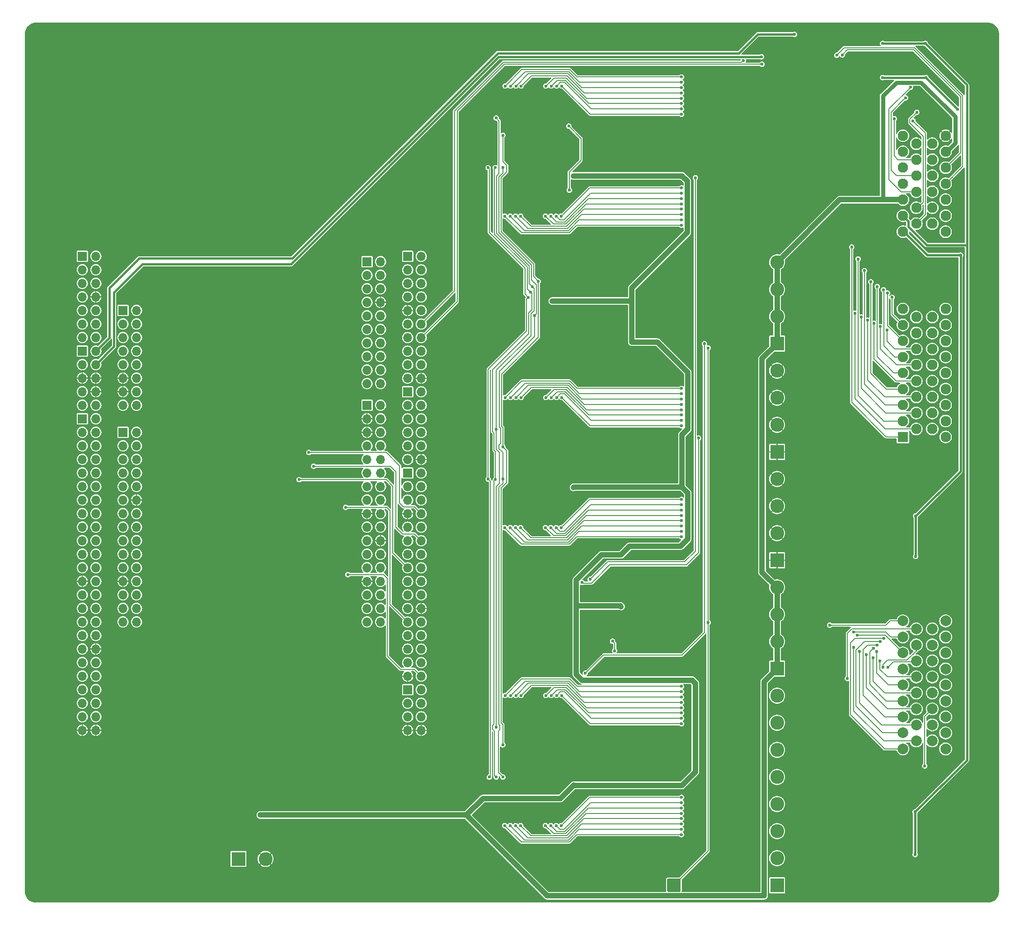
<source format=gbl>
G04 #@! TF.GenerationSoftware,KiCad,Pcbnew,7.0.7-7.0.7~ubuntu22.04.1*
G04 #@! TF.CreationDate,2023-08-20T02:31:44+00:00*
G04 #@! TF.ProjectId,digital_inputs,64696769-7461-46c5-9f69-6e707574732e,rev?*
G04 #@! TF.SameCoordinates,PX791ddc0PYca2dd00*
G04 #@! TF.FileFunction,Copper,L2,Bot*
G04 #@! TF.FilePolarity,Positive*
%FSLAX46Y46*%
G04 Gerber Fmt 4.6, Leading zero omitted, Abs format (unit mm)*
G04 Created by KiCad (PCBNEW 7.0.7-7.0.7~ubuntu22.04.1) date 2023-08-20 02:31:44*
%MOMM*%
%LPD*%
G01*
G04 APERTURE LIST*
G04 #@! TA.AperFunction,ComponentPad*
%ADD10C,0.800000*%
G04 #@! TD*
G04 #@! TA.AperFunction,ComponentPad*
%ADD11C,6.400000*%
G04 #@! TD*
G04 #@! TA.AperFunction,ComponentPad*
%ADD12R,1.950000X1.950000*%
G04 #@! TD*
G04 #@! TA.AperFunction,ComponentPad*
%ADD13C,1.950000*%
G04 #@! TD*
G04 #@! TA.AperFunction,ComponentPad*
%ADD14R,1.700000X1.700000*%
G04 #@! TD*
G04 #@! TA.AperFunction,ComponentPad*
%ADD15O,1.700000X1.700000*%
G04 #@! TD*
G04 #@! TA.AperFunction,ComponentPad*
%ADD16R,2.600000X2.600000*%
G04 #@! TD*
G04 #@! TA.AperFunction,ComponentPad*
%ADD17C,2.600000*%
G04 #@! TD*
G04 #@! TA.AperFunction,ComponentPad*
%ADD18C,2.000000*%
G04 #@! TD*
G04 #@! TA.AperFunction,ViaPad*
%ADD19C,0.600000*%
G04 #@! TD*
G04 #@! TA.AperFunction,Conductor*
%ADD20C,1.000000*%
G04 #@! TD*
G04 #@! TA.AperFunction,Conductor*
%ADD21C,0.800000*%
G04 #@! TD*
G04 #@! TA.AperFunction,Conductor*
%ADD22C,0.200000*%
G04 #@! TD*
G04 #@! TA.AperFunction,Conductor*
%ADD23C,0.400000*%
G04 #@! TD*
G04 APERTURE END LIST*
D10*
G04 #@! TO.P,J12,1,Pin_1*
G04 #@! TO.N,GND*
X78600000Y3500000D03*
X79302944Y5197056D03*
X79302944Y1802944D03*
X81000000Y5900000D03*
D11*
X81000000Y3500000D03*
D10*
X81000000Y1100000D03*
X82697056Y5197056D03*
X82697056Y1802944D03*
X83400000Y3500000D03*
G04 #@! TD*
D12*
G04 #@! TO.P,J19,1,1A*
G04 #@! TO.N,/TST1*
X164500000Y87300000D03*
D13*
G04 #@! TO.P,J19,2,2A*
G04 #@! TO.N,/TST2*
X164500000Y90300000D03*
G04 #@! TO.P,J19,3,3A*
G04 #@! TO.N,/TST3*
X164500000Y93300000D03*
G04 #@! TO.P,J19,4,4A*
G04 #@! TO.N,/TST4*
X164500000Y96300000D03*
G04 #@! TO.P,J19,5,5A*
G04 #@! TO.N,/TST5*
X164500000Y99300000D03*
G04 #@! TO.P,J19,6,6A*
G04 #@! TO.N,/TST6*
X164500000Y102300000D03*
G04 #@! TO.P,J19,7,7A*
G04 #@! TO.N,/TST7*
X164500000Y105300000D03*
G04 #@! TO.P,J19,8,8A*
G04 #@! TO.N,/TST8*
X164500000Y108300000D03*
G04 #@! TO.P,J19,9,9A*
G04 #@! TO.N,/TST9*
X164500000Y111300000D03*
G04 #@! TO.P,J19,10,10A*
G04 #@! TO.N,/TST10*
X167000000Y88800000D03*
G04 #@! TO.P,J19,11,11A*
G04 #@! TO.N,/TST11*
X167000000Y91800000D03*
G04 #@! TO.P,J19,12,12A*
G04 #@! TO.N,/TST12*
X167000000Y94800000D03*
G04 #@! TO.P,J19,13,13A*
G04 #@! TO.N,/TST13*
X167000000Y97800000D03*
G04 #@! TO.P,J19,14,14A*
G04 #@! TO.N,/TST14*
X167000000Y100800000D03*
G04 #@! TO.P,J19,15,15A*
G04 #@! TO.N,/TST15*
X167000000Y103800000D03*
G04 #@! TO.P,J19,16,16A*
G04 #@! TO.N,/TST16*
X167000000Y106800000D03*
G04 #@! TO.P,J19,17,17A*
G04 #@! TO.N,/TST17*
X167000000Y109800000D03*
G04 #@! TO.P,J19,18,18A*
G04 #@! TO.N,/TST18*
X170000000Y88800000D03*
G04 #@! TO.P,J19,19,19A*
G04 #@! TO.N,/TST19*
X170000000Y91800000D03*
G04 #@! TO.P,J19,20,20A*
G04 #@! TO.N,/TST20*
X170000000Y94800000D03*
G04 #@! TO.P,J19,21,21A*
G04 #@! TO.N,unconnected-(J19A-21A-Pad21)*
X170000000Y97800000D03*
G04 #@! TO.P,J19,22,22A*
G04 #@! TO.N,unconnected-(J19A-22A-Pad22)*
X170000000Y100800000D03*
G04 #@! TO.P,J19,23,23A*
G04 #@! TO.N,unconnected-(J19A-23A-Pad23)*
X170000000Y103800000D03*
G04 #@! TO.P,J19,24,24A*
G04 #@! TO.N,unconnected-(J19A-24A-Pad24)*
X170000000Y106800000D03*
G04 #@! TO.P,J19,25,25A*
G04 #@! TO.N,unconnected-(J19A-25A-Pad25)*
X170000000Y109800000D03*
G04 #@! TO.P,J19,26,26A*
G04 #@! TO.N,unconnected-(J19A-26A-Pad26)*
X172500000Y87300000D03*
G04 #@! TO.P,J19,27,27A*
G04 #@! TO.N,unconnected-(J19A-27A-Pad27)*
X172500000Y90300000D03*
G04 #@! TO.P,J19,28,28A*
G04 #@! TO.N,unconnected-(J19A-28A-Pad28)*
X172500000Y93300000D03*
G04 #@! TO.P,J19,29,29A*
G04 #@! TO.N,unconnected-(J19A-29A-Pad29)*
X172500000Y96300000D03*
G04 #@! TO.P,J19,30,30A*
G04 #@! TO.N,unconnected-(J19A-30A-Pad30)*
X172500000Y99300000D03*
G04 #@! TO.P,J19,31,31A*
G04 #@! TO.N,unconnected-(J19A-31A-Pad31)*
X172500000Y102300000D03*
G04 #@! TO.P,J19,32,32A*
G04 #@! TO.N,unconnected-(J19A-32A-Pad32)*
X172500000Y105300000D03*
G04 #@! TO.P,J19,33,33A*
G04 #@! TO.N,unconnected-(J19A-33A-Pad33)*
X172500000Y108300000D03*
G04 #@! TO.P,J19,34,34A*
G04 #@! TO.N,unconnected-(J19A-34A-Pad34)*
X172500000Y111300000D03*
G04 #@! TO.P,J19,35,1B*
G04 #@! TO.N,/5V_1*
X164500000Y125800000D03*
G04 #@! TO.P,J19,36,2B*
G04 #@! TO.N,/5V_2*
X164500000Y128800000D03*
G04 #@! TO.P,J19,37,3B*
G04 #@! TO.N,+12V*
X164500000Y131800000D03*
G04 #@! TO.P,J19,38,4B*
G04 #@! TO.N,unconnected-(J19B-4B-Pad38)*
X164500000Y134800000D03*
G04 #@! TO.P,J19,39,5B*
G04 #@! TO.N,Net-(J19B-5B)*
X164500000Y137800000D03*
G04 #@! TO.P,J19,40,6B*
G04 #@! TO.N,Net-(J19B-6B)*
X164500000Y140800000D03*
G04 #@! TO.P,J19,41,7B*
G04 #@! TO.N,/REF1*
X164500000Y143800000D03*
G04 #@! TO.P,J19,42,8B*
G04 #@! TO.N,/REF2*
X167000000Y127300000D03*
G04 #@! TO.P,J19,43,9B*
G04 #@! TO.N,/REF3*
X167000000Y130300000D03*
G04 #@! TO.P,J19,44,10B*
G04 #@! TO.N,/REF4*
X167000000Y133300000D03*
G04 #@! TO.P,J19,45,11B*
G04 #@! TO.N,/REF5*
X167000000Y136300000D03*
G04 #@! TO.P,J19,46,12B*
G04 #@! TO.N,/REF6*
X167000000Y139300000D03*
G04 #@! TO.P,J19,47,13B*
G04 #@! TO.N,/REF7*
X167000000Y142300000D03*
G04 #@! TO.P,J19,48,14B*
G04 #@! TO.N,/REF8*
X170000000Y127300000D03*
G04 #@! TO.P,J19,49,15B*
G04 #@! TO.N,/OUT_DIG_0*
X170000000Y130300000D03*
G04 #@! TO.P,J19,50,16B*
G04 #@! TO.N,/OUT_DIG_1*
X170000000Y133300000D03*
G04 #@! TO.P,J19,51,17B*
G04 #@! TO.N,/OUT_DIG_2*
X170000000Y136300000D03*
G04 #@! TO.P,J19,52,18B*
G04 #@! TO.N,/OUT_DIG_3*
X170000000Y139300000D03*
G04 #@! TO.P,J19,53,19B*
G04 #@! TO.N,/OUT_DIG_4*
X170000000Y142300000D03*
G04 #@! TO.P,J19,54,20B*
G04 #@! TO.N,/OUT_DIG_5*
X172500000Y125800000D03*
G04 #@! TO.P,J19,55,21B*
G04 #@! TO.N,/OUT_DIG_6*
X172500000Y128800000D03*
G04 #@! TO.P,J19,56,22B*
G04 #@! TO.N,/OUT_DIG_7*
X172500000Y131800000D03*
G04 #@! TO.P,J19,57,23B*
G04 #@! TO.N,/CAN_L*
X172500000Y134800000D03*
G04 #@! TO.P,J19,58,24B*
G04 #@! TO.N,/CAN_H*
X172500000Y137800000D03*
G04 #@! TO.P,J19,59,25B*
G04 #@! TO.N,+12V*
X172500000Y140800000D03*
G04 #@! TO.P,J19,60,26B*
G04 #@! TO.N,GND*
X172500000Y143800000D03*
G04 #@! TD*
D14*
G04 #@! TO.P,J23,1,Pin_1*
G04 #@! TO.N,unconnected-(J23-Pin_1-Pad1)*
X64090000Y120184000D03*
D15*
G04 #@! TO.P,J23,2,Pin_2*
G04 #@! TO.N,unconnected-(J23-Pin_2-Pad2)*
X66630000Y120184000D03*
G04 #@! TO.P,J23,3,Pin_3*
G04 #@! TO.N,unconnected-(J23-Pin_3-Pad3)*
X64090000Y117644000D03*
G04 #@! TO.P,J23,4,Pin_4*
G04 #@! TO.N,unconnected-(J23-Pin_4-Pad4)*
X66630000Y117644000D03*
G04 #@! TO.P,J23,5,Pin_5*
G04 #@! TO.N,unconnected-(J23-Pin_5-Pad5)*
X64090000Y115104000D03*
G04 #@! TO.P,J23,6,Pin_6*
G04 #@! TO.N,unconnected-(J23-Pin_6-Pad6)*
X66630000Y115104000D03*
G04 #@! TO.P,J23,7,Pin_7*
G04 #@! TO.N,unconnected-(J23-Pin_7-Pad7)*
X64090000Y112564000D03*
G04 #@! TO.P,J23,8,Pin_8*
G04 #@! TO.N,GND*
X66630000Y112564000D03*
G04 #@! TO.P,J23,9,Pin_9*
G04 #@! TO.N,unconnected-(J23-Pin_9-Pad9)*
X64090000Y110024000D03*
G04 #@! TO.P,J23,10,Pin_10*
G04 #@! TO.N,unconnected-(J23-Pin_10-Pad10)*
X66630000Y110024000D03*
G04 #@! TO.P,J23,11,Pin_11*
G04 #@! TO.N,unconnected-(J23-Pin_11-Pad11)*
X64090000Y107484000D03*
G04 #@! TO.P,J23,12,Pin_12*
G04 #@! TO.N,unconnected-(J23-Pin_12-Pad12)*
X66630000Y107484000D03*
G04 #@! TO.P,J23,13,Pin_13*
G04 #@! TO.N,unconnected-(J23-Pin_13-Pad13)*
X64090000Y104944000D03*
G04 #@! TO.P,J23,14,Pin_14*
G04 #@! TO.N,unconnected-(J23-Pin_14-Pad14)*
X66630000Y104944000D03*
G04 #@! TO.P,J23,15,Pin_15*
G04 #@! TO.N,unconnected-(J23-Pin_15-Pad15)*
X64090000Y102404000D03*
G04 #@! TO.P,J23,16,Pin_16*
G04 #@! TO.N,unconnected-(J23-Pin_16-Pad16)*
X66630000Y102404000D03*
G04 #@! TO.P,J23,17,Pin_17*
G04 #@! TO.N,unconnected-(J23-Pin_17-Pad17)*
X64090000Y99864000D03*
G04 #@! TO.P,J23,18,Pin_18*
G04 #@! TO.N,unconnected-(J23-Pin_18-Pad18)*
X66630000Y99864000D03*
G04 #@! TO.P,J23,19,Pin_19*
G04 #@! TO.N,unconnected-(J23-Pin_19-Pad19)*
X64090000Y97324000D03*
G04 #@! TO.P,J23,20,Pin_20*
G04 #@! TO.N,unconnected-(J23-Pin_20-Pad20)*
X66630000Y97324000D03*
G04 #@! TD*
D14*
G04 #@! TO.P,J20,1,Pin_1*
G04 #@! TO.N,unconnected-(J20-Pin_1-Pad1)*
X10750000Y90720000D03*
D15*
G04 #@! TO.P,J20,2,Pin_2*
G04 #@! TO.N,unconnected-(J20-Pin_2-Pad2)*
X13290000Y90720000D03*
G04 #@! TO.P,J20,3,Pin_3*
G04 #@! TO.N,unconnected-(J20-Pin_3-Pad3)*
X10750000Y88180000D03*
G04 #@! TO.P,J20,4,Pin_4*
G04 #@! TO.N,unconnected-(J20-Pin_4-Pad4)*
X13290000Y88180000D03*
G04 #@! TO.P,J20,5,Pin_5*
G04 #@! TO.N,unconnected-(J20-Pin_5-Pad5)*
X10750000Y85640000D03*
G04 #@! TO.P,J20,6,Pin_6*
G04 #@! TO.N,unconnected-(J20-Pin_6-Pad6)*
X13290000Y85640000D03*
G04 #@! TO.P,J20,7,Pin_7*
G04 #@! TO.N,unconnected-(J20-Pin_7-Pad7)*
X10750000Y83100000D03*
G04 #@! TO.P,J20,8,Pin_8*
G04 #@! TO.N,unconnected-(J20-Pin_8-Pad8)*
X13290000Y83100000D03*
G04 #@! TO.P,J20,9,Pin_9*
G04 #@! TO.N,unconnected-(J20-Pin_9-Pad9)*
X10750000Y80560000D03*
G04 #@! TO.P,J20,10,Pin_10*
G04 #@! TO.N,unconnected-(J20-Pin_10-Pad10)*
X13290000Y80560000D03*
G04 #@! TO.P,J20,11,Pin_11*
G04 #@! TO.N,unconnected-(J20-Pin_11-Pad11)*
X10750000Y78020000D03*
G04 #@! TO.P,J20,12,Pin_12*
G04 #@! TO.N,unconnected-(J20-Pin_12-Pad12)*
X13290000Y78020000D03*
G04 #@! TO.P,J20,13,Pin_13*
G04 #@! TO.N,unconnected-(J20-Pin_13-Pad13)*
X10750000Y75480000D03*
G04 #@! TO.P,J20,14,Pin_14*
G04 #@! TO.N,unconnected-(J20-Pin_14-Pad14)*
X13290000Y75480000D03*
G04 #@! TO.P,J20,15,Pin_15*
G04 #@! TO.N,unconnected-(J20-Pin_15-Pad15)*
X10750000Y72940000D03*
G04 #@! TO.P,J20,16,Pin_16*
G04 #@! TO.N,unconnected-(J20-Pin_16-Pad16)*
X13290000Y72940000D03*
G04 #@! TO.P,J20,17,Pin_17*
G04 #@! TO.N,unconnected-(J20-Pin_17-Pad17)*
X10750000Y70400000D03*
G04 #@! TO.P,J20,18,Pin_18*
G04 #@! TO.N,unconnected-(J20-Pin_18-Pad18)*
X13290000Y70400000D03*
G04 #@! TO.P,J20,19,Pin_19*
G04 #@! TO.N,unconnected-(J20-Pin_19-Pad19)*
X10750000Y67860000D03*
G04 #@! TO.P,J20,20,Pin_20*
G04 #@! TO.N,unconnected-(J20-Pin_20-Pad20)*
X13290000Y67860000D03*
G04 #@! TO.P,J20,21,Pin_21*
G04 #@! TO.N,unconnected-(J20-Pin_21-Pad21)*
X10750000Y65320000D03*
G04 #@! TO.P,J20,22,Pin_22*
G04 #@! TO.N,unconnected-(J20-Pin_22-Pad22)*
X13290000Y65320000D03*
G04 #@! TO.P,J20,23,Pin_23*
G04 #@! TO.N,unconnected-(J20-Pin_23-Pad23)*
X10750000Y62780000D03*
G04 #@! TO.P,J20,24,Pin_24*
G04 #@! TO.N,unconnected-(J20-Pin_24-Pad24)*
X13290000Y62780000D03*
G04 #@! TO.P,J20,25,Pin_25*
G04 #@! TO.N,GND*
X10750000Y60240000D03*
G04 #@! TO.P,J20,26,Pin_26*
G04 #@! TO.N,unconnected-(J20-Pin_26-Pad26)*
X13290000Y60240000D03*
G04 #@! TO.P,J20,27,Pin_27*
G04 #@! TO.N,unconnected-(J20-Pin_27-Pad27)*
X10750000Y57700000D03*
G04 #@! TO.P,J20,28,Pin_28*
G04 #@! TO.N,unconnected-(J20-Pin_28-Pad28)*
X13290000Y57700000D03*
G04 #@! TO.P,J20,29,Pin_29*
G04 #@! TO.N,unconnected-(J20-Pin_29-Pad29)*
X10750000Y55160000D03*
G04 #@! TO.P,J20,30,Pin_30*
G04 #@! TO.N,unconnected-(J20-Pin_30-Pad30)*
X13290000Y55160000D03*
G04 #@! TO.P,J20,31,Pin_31*
G04 #@! TO.N,unconnected-(J20-Pin_31-Pad31)*
X10750000Y52620000D03*
G04 #@! TO.P,J20,32,Pin_32*
G04 #@! TO.N,unconnected-(J20-Pin_32-Pad32)*
X13290000Y52620000D03*
G04 #@! TO.P,J20,33,Pin_33*
G04 #@! TO.N,unconnected-(J20-Pin_33-Pad33)*
X10750000Y50080000D03*
G04 #@! TO.P,J20,34,Pin_34*
G04 #@! TO.N,unconnected-(J20-Pin_34-Pad34)*
X13290000Y50080000D03*
G04 #@! TO.P,J20,35,Pin_35*
G04 #@! TO.N,unconnected-(J20-Pin_35-Pad35)*
X10750000Y47540000D03*
G04 #@! TO.P,J20,36,Pin_36*
G04 #@! TO.N,GND*
X13290000Y47540000D03*
G04 #@! TO.P,J20,37,Pin_37*
G04 #@! TO.N,unconnected-(J20-Pin_37-Pad37)*
X10750000Y45000000D03*
G04 #@! TO.P,J20,38,Pin_38*
G04 #@! TO.N,unconnected-(J20-Pin_38-Pad38)*
X13290000Y45000000D03*
G04 #@! TO.P,J20,39,Pin_39*
G04 #@! TO.N,unconnected-(J20-Pin_39-Pad39)*
X10750000Y42460000D03*
G04 #@! TO.P,J20,40,Pin_40*
G04 #@! TO.N,unconnected-(J20-Pin_40-Pad40)*
X13290000Y42460000D03*
G04 #@! TO.P,J20,41,Pin_41*
G04 #@! TO.N,unconnected-(J20-Pin_41-Pad41)*
X10750000Y39920000D03*
G04 #@! TO.P,J20,42,Pin_42*
G04 #@! TO.N,unconnected-(J20-Pin_42-Pad42)*
X13290000Y39920000D03*
G04 #@! TO.P,J20,43,Pin_43*
G04 #@! TO.N,unconnected-(J20-Pin_43-Pad43)*
X10750000Y37380000D03*
G04 #@! TO.P,J20,44,Pin_44*
G04 #@! TO.N,unconnected-(J20-Pin_44-Pad44)*
X13290000Y37380000D03*
G04 #@! TO.P,J20,45,Pin_45*
G04 #@! TO.N,unconnected-(J20-Pin_45-Pad45)*
X10750000Y34840000D03*
G04 #@! TO.P,J20,46,Pin_46*
G04 #@! TO.N,unconnected-(J20-Pin_46-Pad46)*
X13290000Y34840000D03*
G04 #@! TO.P,J20,47,Pin_47*
G04 #@! TO.N,GND*
X10750000Y32300000D03*
G04 #@! TO.P,J20,48,Pin_48*
X13290000Y32300000D03*
G04 #@! TD*
D16*
G04 #@! TO.P,J6,1,Pin_1*
G04 #@! TO.N,GND*
X140925000Y64180000D03*
D17*
G04 #@! TO.P,J6,2,Pin_2*
X140925000Y69260000D03*
G04 #@! TO.P,J6,3,Pin_3*
X140925000Y74340000D03*
G04 #@! TO.P,J6,4,Pin_4*
X140925000Y79420000D03*
G04 #@! TD*
D16*
G04 #@! TO.P,J5,1,Pin_1*
G04 #@! TO.N,Net-(J5-Pin_1)*
X40005000Y8165000D03*
D17*
G04 #@! TO.P,J5,2,Pin_2*
G04 #@! TO.N,GND*
X45085000Y8165000D03*
G04 #@! TD*
D14*
G04 #@! TO.P,J22,1,Pin_1*
G04 #@! TO.N,unconnected-(J22-Pin_1-Pad1)*
X18370000Y88180000D03*
D15*
G04 #@! TO.P,J22,2,Pin_2*
G04 #@! TO.N,unconnected-(J22-Pin_2-Pad2)*
X20910000Y88180000D03*
G04 #@! TO.P,J22,3,Pin_3*
G04 #@! TO.N,unconnected-(J22-Pin_3-Pad3)*
X18370000Y85640000D03*
G04 #@! TO.P,J22,4,Pin_4*
G04 #@! TO.N,unconnected-(J22-Pin_4-Pad4)*
X20910000Y85640000D03*
G04 #@! TO.P,J22,5,Pin_5*
G04 #@! TO.N,unconnected-(J22-Pin_5-Pad5)*
X18370000Y83100000D03*
G04 #@! TO.P,J22,6,Pin_6*
G04 #@! TO.N,unconnected-(J22-Pin_6-Pad6)*
X20910000Y83100000D03*
G04 #@! TO.P,J22,7,Pin_7*
G04 #@! TO.N,unconnected-(J22-Pin_7-Pad7)*
X18370000Y80560000D03*
G04 #@! TO.P,J22,8,Pin_8*
G04 #@! TO.N,unconnected-(J22-Pin_8-Pad8)*
X20910000Y80560000D03*
G04 #@! TO.P,J22,9,Pin_9*
G04 #@! TO.N,unconnected-(J22-Pin_9-Pad9)*
X18370000Y78020000D03*
G04 #@! TO.P,J22,10,Pin_10*
G04 #@! TO.N,unconnected-(J22-Pin_10-Pad10)*
X20910000Y78020000D03*
G04 #@! TO.P,J22,11,Pin_11*
G04 #@! TO.N,unconnected-(J22-Pin_11-Pad11)*
X18370000Y75480000D03*
G04 #@! TO.P,J22,12,Pin_12*
G04 #@! TO.N,GND*
X20910000Y75480000D03*
G04 #@! TO.P,J22,13,Pin_13*
G04 #@! TO.N,unconnected-(J22-Pin_13-Pad13)*
X18370000Y72940000D03*
G04 #@! TO.P,J22,14,Pin_14*
G04 #@! TO.N,unconnected-(J22-Pin_14-Pad14)*
X20910000Y72940000D03*
G04 #@! TO.P,J22,15,Pin_15*
G04 #@! TO.N,unconnected-(J22-Pin_15-Pad15)*
X18370000Y70400000D03*
G04 #@! TO.P,J22,16,Pin_16*
G04 #@! TO.N,unconnected-(J22-Pin_16-Pad16)*
X20910000Y70400000D03*
G04 #@! TO.P,J22,17,Pin_17*
G04 #@! TO.N,unconnected-(J22-Pin_17-Pad17)*
X18370000Y67860000D03*
G04 #@! TO.P,J22,18,Pin_18*
G04 #@! TO.N,unconnected-(J22-Pin_18-Pad18)*
X20910000Y67860000D03*
G04 #@! TO.P,J22,19,Pin_19*
G04 #@! TO.N,unconnected-(J22-Pin_19-Pad19)*
X18370000Y65320000D03*
G04 #@! TO.P,J22,20,Pin_20*
G04 #@! TO.N,unconnected-(J22-Pin_20-Pad20)*
X20910000Y65320000D03*
G04 #@! TO.P,J22,21,Pin_21*
G04 #@! TO.N,unconnected-(J22-Pin_21-Pad21)*
X18370000Y62780000D03*
G04 #@! TO.P,J22,22,Pin_22*
G04 #@! TO.N,unconnected-(J22-Pin_22-Pad22)*
X20910000Y62780000D03*
G04 #@! TO.P,J22,23,Pin_23*
G04 #@! TO.N,GND*
X18370000Y60240000D03*
G04 #@! TO.P,J22,24,Pin_24*
G04 #@! TO.N,unconnected-(J22-Pin_24-Pad24)*
X20910000Y60240000D03*
G04 #@! TO.P,J22,25,Pin_25*
G04 #@! TO.N,unconnected-(J22-Pin_25-Pad25)*
X18370000Y57700000D03*
G04 #@! TO.P,J22,26,Pin_26*
G04 #@! TO.N,unconnected-(J22-Pin_26-Pad26)*
X20910000Y57700000D03*
G04 #@! TO.P,J22,27,Pin_27*
G04 #@! TO.N,unconnected-(J22-Pin_27-Pad27)*
X18370000Y55160000D03*
G04 #@! TO.P,J22,28,Pin_28*
G04 #@! TO.N,unconnected-(J22-Pin_28-Pad28)*
X20910000Y55160000D03*
G04 #@! TO.P,J22,29,Pin_29*
G04 #@! TO.N,unconnected-(J22-Pin_29-Pad29)*
X18370000Y52620000D03*
G04 #@! TO.P,J22,30,Pin_30*
G04 #@! TO.N,unconnected-(J22-Pin_30-Pad30)*
X20910000Y52620000D03*
G04 #@! TD*
D14*
G04 #@! TO.P,J27,1,Pin_1*
G04 #@! TO.N,unconnected-(J27-Pin_1-Pad1)*
X71710000Y80540000D03*
D15*
G04 #@! TO.P,J27,2,Pin_2*
G04 #@! TO.N,/OUT3*
X74250000Y80540000D03*
G04 #@! TO.P,J27,3,Pin_3*
G04 #@! TO.N,unconnected-(J27-Pin_3-Pad3)*
X71710000Y78000000D03*
G04 #@! TO.P,J27,4,Pin_4*
G04 #@! TO.N,/IN1*
X74250000Y78000000D03*
G04 #@! TO.P,J27,5,Pin_5*
G04 #@! TO.N,unconnected-(J27-Pin_5-Pad5)*
X71710000Y75460000D03*
G04 #@! TO.P,J27,6,Pin_6*
G04 #@! TO.N,/IN0*
X74250000Y75460000D03*
G04 #@! TO.P,J27,7,Pin_7*
G04 #@! TO.N,GND*
X71710000Y72920000D03*
G04 #@! TO.P,J27,8,Pin_8*
G04 #@! TO.N,/DIG_2*
X74250000Y72920000D03*
G04 #@! TO.P,J27,9,Pin_9*
G04 #@! TO.N,unconnected-(J27-Pin_9-Pad9)*
X71710000Y70380000D03*
G04 #@! TO.P,J27,10,Pin_10*
G04 #@! TO.N,/IN3*
X74250000Y70380000D03*
G04 #@! TO.P,J27,11,Pin_11*
G04 #@! TO.N,unconnected-(J27-Pin_11-Pad11)*
X71710000Y67840000D03*
G04 #@! TO.P,J27,12,Pin_12*
G04 #@! TO.N,/DIG_1*
X74250000Y67840000D03*
G04 #@! TO.P,J27,13,Pin_13*
G04 #@! TO.N,unconnected-(J27-Pin_13-Pad13)*
X71710000Y65300000D03*
G04 #@! TO.P,J27,14,Pin_14*
G04 #@! TO.N,unconnected-(J27-Pin_14-Pad14)*
X74250000Y65300000D03*
G04 #@! TO.P,J27,15,Pin_15*
G04 #@! TO.N,/DIG_4*
X71710000Y62760000D03*
G04 #@! TO.P,J27,16,Pin_16*
G04 #@! TO.N,unconnected-(J27-Pin_16-Pad16)*
X74250000Y62760000D03*
G04 #@! TO.P,J27,17,Pin_17*
G04 #@! TO.N,/DIG_6*
X71710000Y60220000D03*
G04 #@! TO.P,J27,18,Pin_18*
G04 #@! TO.N,unconnected-(J27-Pin_18-Pad18)*
X74250000Y60220000D03*
G04 #@! TO.P,J27,19,Pin_19*
G04 #@! TO.N,unconnected-(J27-Pin_19-Pad19)*
X71710000Y57680000D03*
G04 #@! TO.P,J27,20,Pin_20*
G04 #@! TO.N,/DIG_3*
X74250000Y57680000D03*
G04 #@! TO.P,J27,21,Pin_21*
G04 #@! TO.N,unconnected-(J27-Pin_21-Pad21)*
X71710000Y55140000D03*
G04 #@! TO.P,J27,22,Pin_22*
G04 #@! TO.N,GND*
X74250000Y55140000D03*
G04 #@! TO.P,J27,23,Pin_23*
G04 #@! TO.N,/DIG_7*
X71710000Y52600000D03*
G04 #@! TO.P,J27,24,Pin_24*
G04 #@! TO.N,/DIG_5*
X74250000Y52600000D03*
G04 #@! TO.P,J27,25,Pin_25*
G04 #@! TO.N,unconnected-(J27-Pin_25-Pad25)*
X71710000Y50060000D03*
G04 #@! TO.P,J27,26,Pin_26*
G04 #@! TO.N,/IN2*
X74250000Y50060000D03*
G04 #@! TO.P,J27,27,Pin_27*
G04 #@! TO.N,unconnected-(J27-Pin_27-Pad27)*
X71710000Y47520000D03*
G04 #@! TO.P,J27,28,Pin_28*
G04 #@! TO.N,unconnected-(J27-Pin_28-Pad28)*
X74250000Y47520000D03*
G04 #@! TO.P,J27,29,Pin_29*
G04 #@! TO.N,unconnected-(J27-Pin_29-Pad29)*
X71710000Y44980000D03*
G04 #@! TO.P,J27,30,Pin_30*
G04 #@! TO.N,unconnected-(J27-Pin_30-Pad30)*
X74250000Y44980000D03*
G04 #@! TO.P,J27,31,Pin_31*
G04 #@! TO.N,GND*
X71710000Y42440000D03*
G04 #@! TO.P,J27,32,Pin_32*
G04 #@! TO.N,/DIG_0*
X74250000Y42440000D03*
G04 #@! TD*
D10*
G04 #@! TO.P,J10,1,Pin_1*
G04 #@! TO.N,GND*
X79100000Y82500000D03*
X79802944Y84197056D03*
X79802944Y80802944D03*
X81500000Y84900000D03*
D11*
X81500000Y82500000D03*
D10*
X81500000Y80100000D03*
X83197056Y84197056D03*
X83197056Y80802944D03*
X83900000Y82500000D03*
G04 #@! TD*
D14*
G04 #@! TO.P,J21,1,Pin_1*
G04 #@! TO.N,unconnected-(J21-Pin_1-Pad1)*
X18370000Y111040000D03*
D15*
G04 #@! TO.P,J21,2,Pin_2*
G04 #@! TO.N,unconnected-(J21-Pin_2-Pad2)*
X20910000Y111040000D03*
G04 #@! TO.P,J21,3,Pin_3*
G04 #@! TO.N,unconnected-(J21-Pin_3-Pad3)*
X18370000Y108500000D03*
G04 #@! TO.P,J21,4,Pin_4*
G04 #@! TO.N,unconnected-(J21-Pin_4-Pad4)*
X20910000Y108500000D03*
G04 #@! TO.P,J21,5,Pin_5*
G04 #@! TO.N,unconnected-(J21-Pin_5-Pad5)*
X18370000Y105960000D03*
G04 #@! TO.P,J21,6,Pin_6*
G04 #@! TO.N,unconnected-(J21-Pin_6-Pad6)*
X20910000Y105960000D03*
G04 #@! TO.P,J21,7,Pin_7*
G04 #@! TO.N,unconnected-(J21-Pin_7-Pad7)*
X18370000Y103420000D03*
G04 #@! TO.P,J21,8,Pin_8*
G04 #@! TO.N,unconnected-(J21-Pin_8-Pad8)*
X20910000Y103420000D03*
G04 #@! TO.P,J21,9,Pin_9*
G04 #@! TO.N,unconnected-(J21-Pin_9-Pad9)*
X18370000Y100880000D03*
G04 #@! TO.P,J21,10,Pin_10*
G04 #@! TO.N,unconnected-(J21-Pin_10-Pad10)*
X20910000Y100880000D03*
G04 #@! TO.P,J21,11,Pin_11*
G04 #@! TO.N,GND*
X18370000Y98340000D03*
G04 #@! TO.P,J21,12,Pin_12*
G04 #@! TO.N,unconnected-(J21-Pin_12-Pad12)*
X20910000Y98340000D03*
G04 #@! TO.P,J21,13,Pin_13*
G04 #@! TO.N,GND*
X18370000Y95800000D03*
G04 #@! TO.P,J21,14,Pin_14*
G04 #@! TO.N,unconnected-(J21-Pin_14-Pad14)*
X20910000Y95800000D03*
G04 #@! TO.P,J21,15,Pin_15*
G04 #@! TO.N,unconnected-(J21-Pin_15-Pad15)*
X18370000Y93260000D03*
G04 #@! TO.P,J21,16,Pin_16*
G04 #@! TO.N,unconnected-(J21-Pin_16-Pad16)*
X20910000Y93260000D03*
G04 #@! TD*
D16*
G04 #@! TO.P,J7,1,Pin_1*
G04 #@! TO.N,GND*
X140925000Y84500000D03*
D17*
G04 #@! TO.P,J7,2,Pin_2*
X140925000Y89580000D03*
G04 #@! TO.P,J7,3,Pin_3*
X140925000Y94660000D03*
G04 #@! TO.P,J7,4,Pin_4*
X140925000Y99740000D03*
G04 #@! TD*
D16*
G04 #@! TO.P,J8,1,Pin_1*
G04 #@! TO.N,+12V*
X140925000Y104820000D03*
D17*
G04 #@! TO.P,J8,2,Pin_2*
X140925000Y109900000D03*
G04 #@! TO.P,J8,3,Pin_3*
X140925000Y114980000D03*
G04 #@! TO.P,J8,4,Pin_4*
X140925000Y120060000D03*
G04 #@! TD*
D16*
G04 #@! TO.P,J3,1,Pin_1*
G04 #@! TO.N,/TST48*
X140925000Y3220000D03*
D17*
G04 #@! TO.P,J3,2,Pin_2*
G04 #@! TO.N,/TST47*
X140925000Y8300000D03*
G04 #@! TO.P,J3,3,Pin_3*
G04 #@! TO.N,/TST46*
X140925000Y13380000D03*
G04 #@! TO.P,J3,4,Pin_4*
G04 #@! TO.N,/TST45*
X140925000Y18460000D03*
G04 #@! TO.P,J3,5,Pin_5*
G04 #@! TO.N,/TST44*
X140925000Y23540000D03*
G04 #@! TO.P,J3,6,Pin_6*
G04 #@! TO.N,/TST43*
X140925000Y28620000D03*
G04 #@! TO.P,J3,7,Pin_7*
G04 #@! TO.N,/TST42*
X140925000Y33700000D03*
G04 #@! TO.P,J3,8,Pin_8*
G04 #@! TO.N,/TST41*
X140925000Y38780000D03*
G04 #@! TD*
D10*
G04 #@! TO.P,J16,1,Pin_1*
G04 #@! TO.N,GND*
X176514214Y3500000D03*
X177217158Y5197056D03*
X177217158Y1802944D03*
X178914214Y5900000D03*
D11*
X178914214Y3500000D03*
D10*
X178914214Y1100000D03*
X180611270Y5197056D03*
X180611270Y1802944D03*
X181314214Y3500000D03*
G04 #@! TD*
G04 #@! TO.P,J11,1,Pin_1*
G04 #@! TO.N,GND*
X176514214Y161500000D03*
X177217158Y163197056D03*
X177217158Y159802944D03*
X178914214Y163900000D03*
D11*
X178914214Y161500000D03*
D10*
X178914214Y159100000D03*
X180611270Y163197056D03*
X180611270Y159802944D03*
X181314214Y161500000D03*
G04 #@! TD*
G04 #@! TO.P,J13,1,Pin_1*
G04 #@! TO.N,GND*
X1100000Y161500000D03*
X1802944Y163197056D03*
X1802944Y159802944D03*
X3500000Y163900000D03*
D11*
X3500000Y161500000D03*
D10*
X3500000Y159100000D03*
X5197056Y163197056D03*
X5197056Y159802944D03*
X5900000Y161500000D03*
G04 #@! TD*
D14*
G04 #@! TO.P,J18,1,Pin_1*
G04 #@! TO.N,unconnected-(J18-Pin_1-Pad1)*
X10750000Y103420000D03*
D15*
G04 #@! TO.P,J18,2,Pin_2*
G04 #@! TO.N,+3.3V*
X13290000Y103420000D03*
G04 #@! TO.P,J18,3,Pin_3*
G04 #@! TO.N,unconnected-(J18-Pin_3-Pad3)*
X10750000Y100880000D03*
G04 #@! TO.P,J18,4,Pin_4*
G04 #@! TO.N,+5V*
X13290000Y100880000D03*
G04 #@! TO.P,J18,5,Pin_5*
G04 #@! TO.N,GND*
X10750000Y98340000D03*
G04 #@! TO.P,J18,6,Pin_6*
X13290000Y98340000D03*
G04 #@! TO.P,J18,7,Pin_7*
G04 #@! TO.N,unconnected-(J18-Pin_7-Pad7)*
X10750000Y95800000D03*
G04 #@! TO.P,J18,8,Pin_8*
G04 #@! TO.N,GND*
X13290000Y95800000D03*
G04 #@! TO.P,J18,9,Pin_9*
G04 #@! TO.N,unconnected-(J18-Pin_9-Pad9)*
X10750000Y93260000D03*
G04 #@! TO.P,J18,10,Pin_10*
G04 #@! TO.N,+12V*
X13290000Y93260000D03*
G04 #@! TD*
D10*
G04 #@! TO.P,J14,1,Pin_1*
G04 #@! TO.N,GND*
X79100000Y161500000D03*
X79802944Y163197056D03*
X79802944Y159802944D03*
X81500000Y163900000D03*
D11*
X81500000Y161500000D03*
D10*
X81500000Y159100000D03*
X83197056Y163197056D03*
X83197056Y159802944D03*
X83900000Y161500000D03*
G04 #@! TD*
D14*
G04 #@! TO.P,J25,1,Pin_1*
G04 #@! TO.N,unconnected-(J25-Pin_1-Pad1)*
X71710000Y121180000D03*
D15*
G04 #@! TO.P,J25,2,Pin_2*
G04 #@! TO.N,/ADR0*
X74250000Y121180000D03*
G04 #@! TO.P,J25,3,Pin_3*
G04 #@! TO.N,unconnected-(J25-Pin_3-Pad3)*
X71710000Y118640000D03*
G04 #@! TO.P,J25,4,Pin_4*
G04 #@! TO.N,/ADR1*
X74250000Y118640000D03*
G04 #@! TO.P,J25,5,Pin_5*
G04 #@! TO.N,unconnected-(J25-Pin_5-Pad5)*
X71710000Y116100000D03*
G04 #@! TO.P,J25,6,Pin_6*
G04 #@! TO.N,/ADR2*
X74250000Y116100000D03*
G04 #@! TO.P,J25,7,Pin_7*
G04 #@! TO.N,unconnected-(J25-Pin_7-Pad7)*
X71710000Y113560000D03*
G04 #@! TO.P,J25,8,Pin_8*
G04 #@! TO.N,unconnected-(J25-Pin_8-Pad8)*
X74250000Y113560000D03*
G04 #@! TO.P,J25,9,Pin_9*
G04 #@! TO.N,GND*
X71710000Y111020000D03*
G04 #@! TO.P,J25,10,Pin_10*
G04 #@! TO.N,unconnected-(J25-Pin_10-Pad10)*
X74250000Y111020000D03*
G04 #@! TO.P,J25,11,Pin_11*
G04 #@! TO.N,unconnected-(J25-Pin_11-Pad11)*
X71710000Y108480000D03*
G04 #@! TO.P,J25,12,Pin_12*
G04 #@! TO.N,/CAN_TX*
X74250000Y108480000D03*
G04 #@! TO.P,J25,13,Pin_13*
G04 #@! TO.N,/ADR3*
X71710000Y105940000D03*
G04 #@! TO.P,J25,14,Pin_14*
G04 #@! TO.N,/CAN_RX*
X74250000Y105940000D03*
G04 #@! TO.P,J25,15,Pin_15*
G04 #@! TO.N,/MUX_OFF*
X71710000Y103400000D03*
G04 #@! TO.P,J25,16,Pin_16*
G04 #@! TO.N,/OUT0*
X74250000Y103400000D03*
G04 #@! TO.P,J25,17,Pin_17*
G04 #@! TO.N,unconnected-(J25-Pin_17-Pad17)*
X71710000Y100860000D03*
G04 #@! TO.P,J25,18,Pin_18*
G04 #@! TO.N,/OUT1*
X74250000Y100860000D03*
G04 #@! TO.P,J25,19,Pin_19*
G04 #@! TO.N,/OUT2*
X71710000Y98320000D03*
G04 #@! TO.P,J25,20,Pin_20*
G04 #@! TO.N,GND*
X74250000Y98320000D03*
G04 #@! TD*
G04 #@! TO.P,J4,1,Pin_1*
G04 #@! TO.N,/TST49*
G04 #@! TA.AperFunction,ComponentPad*
G36*
G01*
X120305000Y2194999D02*
X120305000Y4245001D01*
G75*
G02*
X120554999Y4495000I249999J0D01*
G01*
X122605001Y4495000D01*
G75*
G02*
X122855000Y4245001I0J-249999D01*
G01*
X122855000Y2194999D01*
G75*
G02*
X122605001Y1945000I-249999J0D01*
G01*
X120554999Y1945000D01*
G75*
G02*
X120305000Y2194999I0J249999D01*
G01*
G37*
G04 #@! TD.AperFunction*
G04 #@! TD*
D14*
G04 #@! TO.P,J28,1,Pin_1*
G04 #@! TO.N,unconnected-(J28-Pin_1-Pad1)*
X71710000Y39900000D03*
D15*
G04 #@! TO.P,J28,2,Pin_2*
G04 #@! TO.N,unconnected-(J28-Pin_2-Pad2)*
X74250000Y39900000D03*
G04 #@! TO.P,J28,3,Pin_3*
G04 #@! TO.N,unconnected-(J28-Pin_3-Pad3)*
X71710000Y37360000D03*
G04 #@! TO.P,J28,4,Pin_4*
G04 #@! TO.N,unconnected-(J28-Pin_4-Pad4)*
X74250000Y37360000D03*
G04 #@! TO.P,J28,5,Pin_5*
G04 #@! TO.N,unconnected-(J28-Pin_5-Pad5)*
X71710000Y34820000D03*
G04 #@! TO.P,J28,6,Pin_6*
G04 #@! TO.N,unconnected-(J28-Pin_6-Pad6)*
X74250000Y34820000D03*
G04 #@! TO.P,J28,7,Pin_7*
G04 #@! TO.N,GND*
X71710000Y32280000D03*
G04 #@! TO.P,J28,8,Pin_8*
X74250000Y32280000D03*
G04 #@! TD*
D14*
G04 #@! TO.P,J24,1,Pin_1*
G04 #@! TO.N,unconnected-(J24-Pin_1-Pad1)*
X64090000Y93260000D03*
D15*
G04 #@! TO.P,J24,2,Pin_2*
G04 #@! TO.N,unconnected-(J24-Pin_2-Pad2)*
X66630000Y93260000D03*
G04 #@! TO.P,J24,3,Pin_3*
G04 #@! TO.N,GND*
X64090000Y90720000D03*
G04 #@! TO.P,J24,4,Pin_4*
G04 #@! TO.N,unconnected-(J24-Pin_4-Pad4)*
X66630000Y90720000D03*
G04 #@! TO.P,J24,5,Pin_5*
G04 #@! TO.N,GND*
X64090000Y88180000D03*
G04 #@! TO.P,J24,6,Pin_6*
G04 #@! TO.N,unconnected-(J24-Pin_6-Pad6)*
X66630000Y88180000D03*
G04 #@! TO.P,J24,7,Pin_7*
G04 #@! TO.N,unconnected-(J24-Pin_7-Pad7)*
X64090000Y85640000D03*
G04 #@! TO.P,J24,8,Pin_8*
G04 #@! TO.N,unconnected-(J24-Pin_8-Pad8)*
X66630000Y85640000D03*
G04 #@! TO.P,J24,9,Pin_9*
G04 #@! TO.N,unconnected-(J24-Pin_9-Pad9)*
X64090000Y83100000D03*
G04 #@! TO.P,J24,10,Pin_10*
G04 #@! TO.N,unconnected-(J24-Pin_10-Pad10)*
X66630000Y83100000D03*
G04 #@! TO.P,J24,11,Pin_11*
G04 #@! TO.N,unconnected-(J24-Pin_11-Pad11)*
X64090000Y80560000D03*
G04 #@! TO.P,J24,12,Pin_12*
G04 #@! TO.N,unconnected-(J24-Pin_12-Pad12)*
X66630000Y80560000D03*
G04 #@! TO.P,J24,13,Pin_13*
G04 #@! TO.N,unconnected-(J24-Pin_13-Pad13)*
X64090000Y78020000D03*
G04 #@! TO.P,J24,14,Pin_14*
G04 #@! TO.N,unconnected-(J24-Pin_14-Pad14)*
X66630000Y78020000D03*
G04 #@! TO.P,J24,15,Pin_15*
G04 #@! TO.N,unconnected-(J24-Pin_15-Pad15)*
X64090000Y75480000D03*
G04 #@! TO.P,J24,16,Pin_16*
G04 #@! TO.N,unconnected-(J24-Pin_16-Pad16)*
X66630000Y75480000D03*
G04 #@! TO.P,J24,17,Pin_17*
G04 #@! TO.N,GND*
X64090000Y72940000D03*
G04 #@! TO.P,J24,18,Pin_18*
G04 #@! TO.N,unconnected-(J24-Pin_18-Pad18)*
X66630000Y72940000D03*
G04 #@! TO.P,J24,19,Pin_19*
G04 #@! TO.N,unconnected-(J24-Pin_19-Pad19)*
X64090000Y70400000D03*
G04 #@! TO.P,J24,20,Pin_20*
G04 #@! TO.N,unconnected-(J24-Pin_20-Pad20)*
X66630000Y70400000D03*
G04 #@! TO.P,J24,21,Pin_21*
G04 #@! TO.N,unconnected-(J24-Pin_21-Pad21)*
X64090000Y67860000D03*
G04 #@! TO.P,J24,22,Pin_22*
G04 #@! TO.N,GND*
X66630000Y67860000D03*
G04 #@! TO.P,J24,23,Pin_23*
G04 #@! TO.N,unconnected-(J24-Pin_23-Pad23)*
X64090000Y65320000D03*
G04 #@! TO.P,J24,24,Pin_24*
G04 #@! TO.N,unconnected-(J24-Pin_24-Pad24)*
X66630000Y65320000D03*
G04 #@! TO.P,J24,25,Pin_25*
G04 #@! TO.N,unconnected-(J24-Pin_25-Pad25)*
X64090000Y62780000D03*
G04 #@! TO.P,J24,26,Pin_26*
G04 #@! TO.N,unconnected-(J24-Pin_26-Pad26)*
X66630000Y62780000D03*
G04 #@! TO.P,J24,27,Pin_27*
G04 #@! TO.N,GND*
X64090000Y60240000D03*
G04 #@! TO.P,J24,28,Pin_28*
G04 #@! TO.N,unconnected-(J24-Pin_28-Pad28)*
X66630000Y60240000D03*
G04 #@! TO.P,J24,29,Pin_29*
G04 #@! TO.N,unconnected-(J24-Pin_29-Pad29)*
X64090000Y57700000D03*
G04 #@! TO.P,J24,30,Pin_30*
G04 #@! TO.N,unconnected-(J24-Pin_30-Pad30)*
X66630000Y57700000D03*
G04 #@! TO.P,J24,31,Pin_31*
G04 #@! TO.N,unconnected-(J24-Pin_31-Pad31)*
X64090000Y55160000D03*
G04 #@! TO.P,J24,32,Pin_32*
G04 #@! TO.N,unconnected-(J24-Pin_32-Pad32)*
X66630000Y55160000D03*
G04 #@! TO.P,J24,33,Pin_33*
G04 #@! TO.N,unconnected-(J24-Pin_33-Pad33)*
X64090000Y52620000D03*
G04 #@! TO.P,J24,34,Pin_34*
G04 #@! TO.N,unconnected-(J24-Pin_34-Pad34)*
X66630000Y52620000D03*
G04 #@! TD*
D14*
G04 #@! TO.P,J2,1,Pin_1*
G04 #@! TO.N,unconnected-(J2-Pin_1-Pad1)*
X10750000Y121200000D03*
D15*
G04 #@! TO.P,J2,2,Pin_2*
G04 #@! TO.N,unconnected-(J2-Pin_2-Pad2)*
X13290000Y121200000D03*
G04 #@! TO.P,J2,3,Pin_3*
G04 #@! TO.N,unconnected-(J2-Pin_3-Pad3)*
X10750000Y118660000D03*
G04 #@! TO.P,J2,4,Pin_4*
G04 #@! TO.N,unconnected-(J2-Pin_4-Pad4)*
X13290000Y118660000D03*
G04 #@! TO.P,J2,5,Pin_5*
G04 #@! TO.N,unconnected-(J2-Pin_5-Pad5)*
X10750000Y116120000D03*
G04 #@! TO.P,J2,6,Pin_6*
G04 #@! TO.N,unconnected-(J2-Pin_6-Pad6)*
X13290000Y116120000D03*
G04 #@! TO.P,J2,7,Pin_7*
G04 #@! TO.N,unconnected-(J2-Pin_7-Pad7)*
X10750000Y113580000D03*
G04 #@! TO.P,J2,8,Pin_8*
G04 #@! TO.N,GND*
X13290000Y113580000D03*
G04 #@! TO.P,J2,9,Pin_9*
G04 #@! TO.N,unconnected-(J2-Pin_9-Pad9)*
X10750000Y111040000D03*
G04 #@! TO.P,J2,10,Pin_10*
G04 #@! TO.N,unconnected-(J2-Pin_10-Pad10)*
X13290000Y111040000D03*
G04 #@! TO.P,J2,11,Pin_11*
G04 #@! TO.N,unconnected-(J2-Pin_11-Pad11)*
X10750000Y108500000D03*
G04 #@! TO.P,J2,12,Pin_12*
G04 #@! TO.N,unconnected-(J2-Pin_12-Pad12)*
X13290000Y108500000D03*
G04 #@! TO.P,J2,13,Pin_13*
G04 #@! TO.N,unconnected-(J2-Pin_13-Pad13)*
X10750000Y105960000D03*
G04 #@! TO.P,J2,14,Pin_14*
G04 #@! TO.N,unconnected-(J2-Pin_14-Pad14)*
X13290000Y105960000D03*
G04 #@! TD*
D10*
G04 #@! TO.P,J17,1,Pin_1*
G04 #@! TO.N,GND*
X1100000Y3500000D03*
X1802944Y5197056D03*
X1802944Y1802944D03*
X3500000Y5900000D03*
D11*
X3500000Y3500000D03*
D10*
X3500000Y1100000D03*
X5197056Y5197056D03*
X5197056Y1802944D03*
X5900000Y3500000D03*
G04 #@! TD*
D14*
G04 #@! TO.P,J26,1,Pin_1*
G04 #@! TO.N,unconnected-(J26-Pin_1-Pad1)*
X71710000Y95780000D03*
D15*
G04 #@! TO.P,J26,2,Pin_2*
G04 #@! TO.N,unconnected-(J26-Pin_2-Pad2)*
X74250000Y95780000D03*
G04 #@! TO.P,J26,3,Pin_3*
G04 #@! TO.N,unconnected-(J26-Pin_3-Pad3)*
X71710000Y93240000D03*
G04 #@! TO.P,J26,4,Pin_4*
G04 #@! TO.N,unconnected-(J26-Pin_4-Pad4)*
X74250000Y93240000D03*
G04 #@! TO.P,J26,5,Pin_5*
G04 #@! TO.N,unconnected-(J26-Pin_5-Pad5)*
X71710000Y90700000D03*
G04 #@! TO.P,J26,6,Pin_6*
G04 #@! TO.N,unconnected-(J26-Pin_6-Pad6)*
X74250000Y90700000D03*
G04 #@! TO.P,J26,7,Pin_7*
G04 #@! TO.N,unconnected-(J26-Pin_7-Pad7)*
X71710000Y88160000D03*
G04 #@! TO.P,J26,8,Pin_8*
G04 #@! TO.N,unconnected-(J26-Pin_8-Pad8)*
X74250000Y88160000D03*
G04 #@! TO.P,J26,9,Pin_9*
G04 #@! TO.N,unconnected-(J26-Pin_9-Pad9)*
X71710000Y85620000D03*
G04 #@! TO.P,J26,10,Pin_10*
G04 #@! TO.N,unconnected-(J26-Pin_10-Pad10)*
X74250000Y85620000D03*
G04 #@! TO.P,J26,11,Pin_11*
G04 #@! TO.N,unconnected-(J26-Pin_11-Pad11)*
X71710000Y83080000D03*
G04 #@! TO.P,J26,12,Pin_12*
G04 #@! TO.N,GND*
X74250000Y83080000D03*
G04 #@! TD*
D10*
G04 #@! TO.P,J15,1,Pin_1*
G04 #@! TO.N,GND*
X1100000Y82500000D03*
X1802944Y84197056D03*
X1802944Y80802944D03*
X3500000Y84900000D03*
D11*
X3500000Y82500000D03*
D10*
X3500000Y80100000D03*
X5197056Y84197056D03*
X5197056Y80802944D03*
X5900000Y82500000D03*
G04 #@! TD*
D18*
G04 #@! TO.P,J1,1,1C*
G04 #@! TO.N,/TST21*
X164500000Y28800000D03*
G04 #@! TO.P,J1,2,2C*
G04 #@! TO.N,/TST22*
X164500000Y31800000D03*
G04 #@! TO.P,J1,3,3C*
G04 #@! TO.N,/TST23*
X164500000Y34800000D03*
G04 #@! TO.P,J1,4,4C*
G04 #@! TO.N,/TST24*
X164500000Y37800000D03*
G04 #@! TO.P,J1,5,5C*
G04 #@! TO.N,/TST25*
X164500000Y40800000D03*
G04 #@! TO.P,J1,6,6C*
G04 #@! TO.N,/TST26*
X164500000Y43800000D03*
G04 #@! TO.P,J1,7,7C*
G04 #@! TO.N,/TST27*
X164500000Y46800000D03*
G04 #@! TO.P,J1,8,8C*
G04 #@! TO.N,/TST28*
X164500000Y49800000D03*
G04 #@! TO.P,J1,9,9C*
G04 #@! TO.N,/TST29*
X164500000Y52800000D03*
G04 #@! TO.P,J1,10,10C*
G04 #@! TO.N,/TST30*
X167000000Y30300000D03*
G04 #@! TO.P,J1,11,11C*
G04 #@! TO.N,/TST31*
X167000000Y33300000D03*
G04 #@! TO.P,J1,12,12C*
G04 #@! TO.N,/TST32*
X167000000Y36300000D03*
G04 #@! TO.P,J1,13,13C*
G04 #@! TO.N,/TST33*
X167000000Y39300000D03*
G04 #@! TO.P,J1,14,14C*
G04 #@! TO.N,/TST34*
X167000000Y42300000D03*
G04 #@! TO.P,J1,15,15C*
G04 #@! TO.N,/TST35*
X167000000Y45300000D03*
G04 #@! TO.P,J1,16,16C*
G04 #@! TO.N,/TST36*
X167000000Y48300000D03*
G04 #@! TO.P,J1,17,17C*
G04 #@! TO.N,/TST37*
X167000000Y51300000D03*
G04 #@! TO.P,J1,18,18C*
G04 #@! TO.N,/TST38*
X170000000Y30300000D03*
G04 #@! TO.P,J1,19,19C*
G04 #@! TO.N,/TST39*
X170000000Y33300000D03*
G04 #@! TO.P,J1,20,20C*
G04 #@! TO.N,/TST40*
X170000000Y36300000D03*
G04 #@! TO.P,J1,21,21C*
G04 #@! TO.N,Net-(J1-21C)*
X170000000Y39300000D03*
G04 #@! TO.P,J1,22,22C*
G04 #@! TO.N,Net-(J1-22C)*
X170000000Y42300000D03*
G04 #@! TO.P,J1,23,23C*
G04 #@! TO.N,/REF9*
X170000000Y45300000D03*
G04 #@! TO.P,J1,24,24C*
G04 #@! TO.N,/REF10*
X170000000Y48300000D03*
G04 #@! TO.P,J1,25,25C*
G04 #@! TO.N,/REF11*
X170000000Y51300000D03*
G04 #@! TO.P,J1,26,26C*
G04 #@! TO.N,/REF12*
X172500000Y28800000D03*
G04 #@! TO.P,J1,27,27C*
G04 #@! TO.N,/REF13*
X172500000Y31800000D03*
G04 #@! TO.P,J1,28,28C*
G04 #@! TO.N,/REF14*
X172500000Y34800000D03*
G04 #@! TO.P,J1,29,29C*
G04 #@! TO.N,/REF15*
X172500000Y37800000D03*
G04 #@! TO.P,J1,30,30C*
G04 #@! TO.N,/REF16*
X172500000Y40800000D03*
G04 #@! TO.P,J1,31,31C*
G04 #@! TO.N,unconnected-(J1-31C-Pad31)*
X172500000Y43800000D03*
G04 #@! TO.P,J1,32,32C*
G04 #@! TO.N,unconnected-(J1-32C-Pad32)*
X172500000Y46800000D03*
G04 #@! TO.P,J1,33,33C*
G04 #@! TO.N,unconnected-(J1-33C-Pad33)*
X172500000Y49800000D03*
G04 #@! TO.P,J1,34,34C*
G04 #@! TO.N,unconnected-(J1-34C-Pad34)*
X172500000Y52800000D03*
G04 #@! TD*
D16*
G04 #@! TO.P,J9,1,Pin_1*
G04 #@! TO.N,+12V*
X140925000Y43860000D03*
D17*
G04 #@! TO.P,J9,2,Pin_2*
X140925000Y48940000D03*
G04 #@! TO.P,J9,3,Pin_3*
X140925000Y54020000D03*
G04 #@! TO.P,J9,4,Pin_4*
X140925000Y59100000D03*
G04 #@! TD*
D19*
G04 #@! TO.N,GND*
X104200000Y27300000D03*
X78700000Y18200000D03*
X142800000Y152500000D03*
X121800000Y97600000D03*
X168800000Y156600000D03*
X105900000Y97300000D03*
X98500000Y141600000D03*
X84500000Y22000000D03*
X139600000Y134400000D03*
X117600000Y51400000D03*
X140000000Y141600000D03*
X144200000Y30600000D03*
X89100000Y18200000D03*
X80800000Y37900000D03*
X153000000Y99300000D03*
X148400000Y156400000D03*
X151300000Y156800000D03*
X161700000Y18300000D03*
X106400000Y87200000D03*
X105900000Y119500000D03*
X124300000Y26100000D03*
X104500000Y32800000D03*
X89900000Y58300000D03*
X136000000Y43300000D03*
X105500000Y144500000D03*
X140300000Y159800000D03*
X173500000Y1700000D03*
X26900000Y101700000D03*
X95400000Y93400000D03*
X108400000Y114100000D03*
X135100000Y83000000D03*
X104600000Y19600000D03*
X102400000Y83100000D03*
X165600000Y68000000D03*
X97900000Y104300000D03*
X125500000Y59900000D03*
X124100000Y32900000D03*
X82300000Y18300000D03*
X105200000Y139400000D03*
X126400000Y97500000D03*
X137800000Y160000000D03*
X159600000Y28000000D03*
X59000000Y3200000D03*
X169900000Y124800000D03*
X76900000Y96900000D03*
X69100000Y37000000D03*
X136900000Y99100000D03*
X105300000Y44900000D03*
X115700000Y9400000D03*
X164600000Y147300000D03*
X106900000Y43100000D03*
X98000000Y58900000D03*
X112100000Y116200000D03*
X169000000Y147200000D03*
X46200000Y134600000D03*
X18700000Y143200000D03*
X145100000Y55100000D03*
X76900000Y81900000D03*
X53200000Y56200000D03*
X4200000Y27300000D03*
X89200000Y111100000D03*
X123900000Y20800000D03*
X142900000Y145200000D03*
X55800000Y40500000D03*
X114000000Y98400000D03*
X14000000Y3600000D03*
X107000000Y80900000D03*
X100200000Y111400000D03*
X136700000Y163500000D03*
X180800000Y108900000D03*
X86200000Y57400000D03*
X98800000Y8700000D03*
X120900000Y8200000D03*
X169600000Y5400000D03*
X105700000Y141500000D03*
X113000000Y118300000D03*
X80600000Y23200000D03*
X140000000Y130800000D03*
X76600000Y76700000D03*
X114800000Y27100000D03*
X159600000Y142500000D03*
X93600000Y100600000D03*
X95600000Y45300000D03*
X101200000Y58800000D03*
X137500000Y11900000D03*
X137400000Y3200000D03*
X102400000Y108700000D03*
X165600000Y14000000D03*
X152000000Y24300000D03*
X145300000Y82200000D03*
X135800000Y65800000D03*
X160700000Y159200000D03*
X90500000Y62600000D03*
X118200000Y122400000D03*
X181500000Y155400000D03*
X110500000Y3400000D03*
X130900000Y87100000D03*
X165600000Y12100000D03*
X29100000Y76400000D03*
X171800000Y17200000D03*
X137500000Y17900000D03*
X31400000Y122300000D03*
X56100000Y25900000D03*
X91700000Y60200000D03*
X69300000Y117600000D03*
X117500000Y113300000D03*
X158200000Y73700000D03*
X90000000Y127400000D03*
X24000000Y7900000D03*
X60700000Y109900000D03*
X97500000Y54300000D03*
X122500000Y126100000D03*
X87500000Y84000000D03*
X120500000Y67900000D03*
X177100000Y23900000D03*
X145000000Y64700000D03*
X61400000Y122600000D03*
X153700000Y40700000D03*
X105500000Y25000000D03*
X140300000Y145300000D03*
X108700000Y10500000D03*
X101300000Y16300000D03*
X71800000Y9300000D03*
X3700000Y129400000D03*
X96600000Y18200000D03*
X114900000Y111600000D03*
X58500000Y87500000D03*
X69000000Y53700000D03*
X104300000Y20900000D03*
X124900000Y100700000D03*
X101800000Y19100000D03*
X84800000Y62100000D03*
X90300000Y47400500D03*
X142800000Y134300000D03*
X126900000Y21600000D03*
X102500000Y148100000D03*
X179600000Y32200000D03*
X35800000Y142900000D03*
X2400000Y11200000D03*
X91300000Y66200000D03*
X94400000Y27400000D03*
X102301000Y43295591D03*
X104700000Y125900000D03*
X144400000Y97600000D03*
X3200000Y70100000D03*
X133100000Y28000000D03*
X162700000Y78800000D03*
X110900000Y102700000D03*
X124500000Y82100000D03*
X14000000Y162000000D03*
X69500000Y47500000D03*
X136600000Y38800000D03*
X129200000Y97500000D03*
X160700000Y156600000D03*
X93900000Y132900000D03*
X136800000Y76300000D03*
X129300000Y58800000D03*
X167600000Y151000000D03*
X115600000Y47900000D03*
X139300000Y86900000D03*
X85800000Y145600000D03*
X151100000Y48000000D03*
X3300000Y149300000D03*
X169200000Y21000000D03*
X157900000Y144000000D03*
X106500000Y31300000D03*
X72000000Y161400000D03*
X98000000Y64500000D03*
X32000000Y2600000D03*
X180500000Y128500000D03*
X104700000Y49400000D03*
X103600000Y67200000D03*
X92900000Y118900000D03*
X105100000Y88400000D03*
X124100000Y66200000D03*
X69200000Y110400000D03*
X124500000Y106800000D03*
X176900000Y17900000D03*
X97500000Y127600000D03*
X115300000Y4300000D03*
X94800000Y153300000D03*
X97600000Y154300000D03*
X180200000Y143000000D03*
X120900000Y143400000D03*
X104700000Y58800000D03*
X109200000Y144000000D03*
X118600000Y56600000D03*
X112200000Y111500000D03*
X82300000Y140400000D03*
X124700000Y118300000D03*
X85700000Y47300000D03*
X129300000Y20900000D03*
X168200000Y69500000D03*
X146500000Y12800000D03*
X108800000Y106000000D03*
X89200000Y108500000D03*
X103000000Y75000000D03*
X126700000Y11700000D03*
X43900000Y161300000D03*
X113600000Y125600000D03*
X81700000Y13500000D03*
X126500000Y103200000D03*
X126400000Y55500000D03*
X102900000Y25200000D03*
X144300000Y43600000D03*
X153300000Y63100000D03*
X168700000Y159200000D03*
X153400000Y18000000D03*
X165600000Y69500000D03*
X106400000Y62100000D03*
X85300000Y9200000D03*
X144700000Y87100000D03*
X97200000Y69200000D03*
X106300000Y145500000D03*
X102700000Y4200000D03*
X159500000Y136200000D03*
X120800000Y138500000D03*
X86300000Y51200000D03*
X75600000Y66700000D03*
X127900000Y111200000D03*
X115300000Y45400000D03*
X93800000Y18200000D03*
X80100000Y59300000D03*
X117800000Y126100000D03*
X136500000Y32800000D03*
X93900000Y90600000D03*
X124300000Y140300000D03*
X103900000Y98800000D03*
X136000000Y56400000D03*
X123600000Y11600000D03*
X144800000Y24300000D03*
X161100000Y8800000D03*
X97300000Y13300000D03*
X129100000Y76500000D03*
X167900000Y14100000D03*
X113200000Y64940675D03*
X119600000Y60200000D03*
X144400000Y71400000D03*
X149900000Y162600000D03*
X85800000Y119100000D03*
X69600000Y93400000D03*
X96500000Y132800000D03*
X127200000Y29500000D03*
X160300000Y119900000D03*
X113500000Y61600000D03*
X84600000Y76200000D03*
X160300000Y123100000D03*
X3600000Y46900000D03*
X107300000Y32900000D03*
X117200000Y106600000D03*
X146500000Y18200000D03*
X89500000Y25200000D03*
X96600000Y118600000D03*
X107300000Y147200000D03*
X128800000Y150100000D03*
X142900000Y127200000D03*
X86100000Y31300000D03*
X101400000Y103200000D03*
X147400000Y1500000D03*
X95500000Y104300000D03*
X107200000Y139100000D03*
X139800000Y127200000D03*
X158500000Y148500000D03*
X159600000Y24000000D03*
X153200000Y88700000D03*
X109100000Y67700000D03*
X120500000Y123900000D03*
X90400000Y10500000D03*
X105000000Y52700000D03*
X85800000Y67300000D03*
X139800000Y138000000D03*
X155200000Y158000000D03*
X102900000Y105600000D03*
X160300000Y99400000D03*
X112400000Y101700000D03*
X112900000Y104400000D03*
X135300000Y106600000D03*
X123100000Y162900000D03*
X103500000Y141600000D03*
X154300000Y112300000D03*
X108200000Y111400000D03*
X102900000Y87300000D03*
X131100000Y117800000D03*
X77900000Y120900000D03*
X99900000Y98500000D03*
X108600000Y108100000D03*
X84300000Y16400000D03*
X95200000Y147800000D03*
X78100000Y71200000D03*
X123400000Y145700000D03*
X140100000Y148800000D03*
X153300000Y70600000D03*
X101300000Y151100000D03*
X102900000Y81000000D03*
X126300000Y139100000D03*
X136400000Y27300000D03*
X136700000Y22100000D03*
X96700000Y6700000D03*
X117500000Y108500000D03*
X85900000Y101000000D03*
X97600000Y106200000D03*
X97100000Y112200000D03*
X123400000Y24900000D03*
X62100000Y141400000D03*
X101900000Y55600000D03*
X142900000Y141600000D03*
X87300000Y139700000D03*
X50600000Y12300000D03*
X72600000Y26600000D03*
X153600000Y37500000D03*
X180400000Y14200000D03*
X78400000Y68900000D03*
X47100000Y103500000D03*
X38000000Y48000000D03*
X140000000Y152500000D03*
X112600000Y106000000D03*
X173500000Y163500000D03*
X95600000Y95700000D03*
X84900000Y109600000D03*
X90200000Y96500000D03*
X108400000Y141200000D03*
X120800000Y82500000D03*
X159500000Y138500000D03*
X146900000Y162300000D03*
X91100000Y81000000D03*
X104100000Y103400000D03*
X95400000Y56000000D03*
X90200000Y139400000D03*
X168200000Y68000000D03*
X95000000Y75600000D03*
X93600000Y1400000D03*
X120900000Y24500000D03*
X107900000Y82800000D03*
X95900000Y63100000D03*
X69200000Y101100000D03*
X103000000Y139500000D03*
X112500000Y108500000D03*
X68200000Y80200000D03*
X95500000Y33800000D03*
X87000000Y143700000D03*
X142800000Y130800000D03*
X177100000Y9300000D03*
X89700000Y105300000D03*
X85800000Y87300000D03*
X87500000Y81500000D03*
X96200000Y122700000D03*
X179700000Y94900000D03*
X173000000Y155500000D03*
X124000000Y104800000D03*
X97300000Y39800000D03*
X96700000Y91000000D03*
X142900000Y148800000D03*
X90100000Y40500000D03*
X75750460Y47711717D03*
X154000000Y13800000D03*
X172500000Y147200000D03*
X38100000Y31000000D03*
X129600000Y48400000D03*
X89200000Y109800000D03*
X175200000Y153300000D03*
X174300000Y127300000D03*
X92300000Y83200000D03*
X168000000Y12100000D03*
X120600000Y51000000D03*
X28700000Y14900000D03*
X40500000Y89500000D03*
X142800000Y81800000D03*
X115200000Y82900000D03*
X29300000Y51600000D03*
X111500000Y122300000D03*
X92800000Y141500000D03*
X153000000Y78900000D03*
X126000000Y64400000D03*
X32800000Y62500000D03*
X124400000Y123600000D03*
X68900000Y4800000D03*
X125300000Y3200000D03*
X154300000Y32000000D03*
X125700000Y44100000D03*
X106400000Y109000000D03*
X117900000Y102200000D03*
X101100000Y75200000D03*
X123300000Y139100000D03*
X117500000Y57800000D03*
X101000000Y114400000D03*
X118100000Y116200000D03*
X72800000Y123400000D03*
X124000000Y102900000D03*
X129700000Y160100000D03*
X153400000Y7500000D03*
X101373911Y49334500D03*
X28800000Y38900000D03*
X115200000Y140700000D03*
X158900000Y1600000D03*
X179100000Y46000000D03*
X145100000Y161000000D03*
X76700000Y104800000D03*
X101600000Y34500000D03*
X142900000Y138000000D03*
X95400000Y37200000D03*
X25700000Y29000000D03*
X75800000Y51100000D03*
X95300000Y69300000D03*
X44500000Y114200000D03*
X132500000Y107500000D03*
G04 #@! TO.N,+12V*
X123127500Y136272500D03*
X102817500Y21982500D03*
X111700000Y55500000D03*
X113700000Y115260000D03*
X102810000Y136270000D03*
X113700000Y105100000D03*
X111700000Y65200000D03*
X123125000Y21970000D03*
X98810000Y112810000D03*
X102765000Y77850000D03*
X44100000Y16400000D03*
X123087500Y77912500D03*
G04 #@! TO.N,/TST16*
X123000000Y127021491D03*
X89900497Y128720000D03*
G04 #@! TO.N,/TST15*
X161552678Y107399500D03*
X90900000Y128720000D03*
X123000000Y128020994D03*
G04 #@! TO.N,/TST14*
X123000000Y129020497D03*
X160300500Y107999500D03*
X91899503Y128720000D03*
G04 #@! TO.N,/TST13*
X159101000Y108599500D03*
X92899006Y128720000D03*
X123000000Y130020000D03*
G04 #@! TO.N,/TST12*
X123000000Y131019503D03*
X157901500Y109200000D03*
X97520497Y128720000D03*
G04 #@! TO.N,/TST11*
X98520000Y128720000D03*
X123000000Y132019006D03*
X156702000Y109798500D03*
G04 #@! TO.N,/TST10*
X99519503Y128720000D03*
X123000000Y133018509D03*
X155502500Y110500000D03*
G04 #@! TO.N,/TST9*
X123015029Y134017899D03*
X100519006Y128720000D03*
G04 #@! TO.N,/TST8*
X123015029Y147822101D03*
X100599503Y153120000D03*
X162500000Y113500000D03*
G04 #@! TO.N,/TST7*
X123000000Y148821491D03*
X99600000Y153120000D03*
X161600000Y114300000D03*
G04 #@! TO.N,Net-(U5-X)*
X101900000Y145600000D03*
X102000000Y133600000D03*
G04 #@! TO.N,Net-(U7-X)*
X105000000Y43000000D03*
X127300000Y104789500D03*
G04 #@! TO.N,/A2*
X88150989Y79300000D03*
X88135989Y137800000D03*
X88300000Y23520000D03*
X94701460Y114484042D03*
G04 #@! TO.N,/A3*
X86800000Y137800000D03*
X94301940Y113492805D03*
X87010000Y23510000D03*
X86800000Y79400000D03*
G04 #@! TO.N,/A1*
X95100980Y115457152D03*
X88300000Y32820000D03*
X88300000Y88700000D03*
X88300000Y147120000D03*
G04 #@! TO.N,/A0*
X89535000Y143865000D03*
X89535000Y29565000D03*
X96200000Y116500000D03*
X89535000Y85445000D03*
G04 #@! TO.N,/OFF*
X89550000Y137820000D03*
X89550000Y79400000D03*
X95500500Y110100000D03*
X89550000Y23520000D03*
G04 #@! TO.N,/CAN_H*
X153150250Y158949750D03*
G04 #@! TO.N,/CAN_L*
X152100000Y158900000D03*
G04 #@! TO.N,Net-(U1A-+)*
X104400000Y60000000D03*
X126200000Y87100000D03*
G04 #@! TO.N,+5V*
X138000000Y158600000D03*
G04 #@! TO.N,/TST6*
X98600497Y153120000D03*
X160865141Y114899500D03*
X123000000Y149820994D03*
G04 #@! TO.N,/TST5*
X97600994Y153120000D03*
X123000000Y150820497D03*
X159700000Y115499500D03*
G04 #@! TO.N,/TST4*
X92979503Y153120000D03*
X123000000Y151820000D03*
X158500000Y116400000D03*
G04 #@! TO.N,/TST3*
X91980000Y153120000D03*
X123000000Y152819503D03*
X157300000Y118500000D03*
G04 #@! TO.N,/TST2*
X123000000Y153819006D03*
X156124911Y120694095D03*
X90980497Y153120000D03*
G04 #@! TO.N,/TST1*
X154897822Y122920687D03*
X123000000Y154818509D03*
X89980994Y153120000D03*
G04 #@! TO.N,/TST32*
X123000000Y68601491D03*
X157606255Y46500000D03*
X89900497Y70300000D03*
G04 #@! TO.N,/TST31*
X123000000Y69600994D03*
X156407255Y47099500D03*
X90900000Y70300000D03*
G04 #@! TO.N,/TST30*
X91899503Y70300000D03*
X123000000Y70600497D03*
X155300000Y47800000D03*
G04 #@! TO.N,/TST29*
X92899006Y70300000D03*
X150800000Y52000000D03*
X123000000Y71600000D03*
G04 #@! TO.N,/TST28*
X155300000Y50700500D03*
X97520497Y70300000D03*
X123000000Y72599503D03*
G04 #@! TO.N,/TST27*
X123000000Y73599006D03*
X98520000Y70300000D03*
X155969703Y50100500D03*
G04 #@! TO.N,/TST26*
X99519503Y70300000D03*
X123000000Y74598509D03*
G04 #@! TO.N,/TST25*
X100519006Y70300000D03*
X159589243Y47100000D03*
X123015029Y75597899D03*
G04 #@! TO.N,/TST24*
X100599503Y94700000D03*
X123015029Y89402101D03*
X159000000Y47702000D03*
G04 #@! TO.N,/TST23*
X159685805Y48301500D03*
X99600000Y94700000D03*
X123000000Y90401491D03*
G04 #@! TO.N,/TST22*
X123000000Y91400994D03*
X160300000Y48900000D03*
X98600497Y94700000D03*
G04 #@! TO.N,/TST21*
X97600994Y94700000D03*
X160900000Y49500500D03*
X123000000Y92400497D03*
G04 #@! TO.N,/TST20*
X92979503Y94700000D03*
X123000000Y93400000D03*
G04 #@! TO.N,/TST19*
X91980000Y94700000D03*
X123000000Y94399503D03*
G04 #@! TO.N,/TST18*
X90980497Y94700000D03*
X123000000Y95399006D03*
G04 #@! TO.N,/TST17*
X89980994Y94700000D03*
X123000000Y96398509D03*
G04 #@! TO.N,/TST48*
X89900497Y14420000D03*
X123000000Y12721491D03*
G04 #@! TO.N,/TST47*
X123000000Y13720994D03*
X90900000Y14420000D03*
G04 #@! TO.N,/TST46*
X123000000Y14720497D03*
X91899503Y14420000D03*
G04 #@! TO.N,/TST45*
X123000000Y15720000D03*
X92899006Y14420000D03*
G04 #@! TO.N,/TST44*
X123000000Y16719503D03*
X97520497Y14420000D03*
G04 #@! TO.N,/TST43*
X123000000Y17719006D03*
X98520000Y14420000D03*
G04 #@! TO.N,/TST42*
X123000000Y18718509D03*
X99519503Y14420000D03*
G04 #@! TO.N,/TST41*
X123015029Y19717899D03*
X100519006Y14420000D03*
G04 #@! TO.N,/TST40*
X123015029Y33522101D03*
X168600000Y25600000D03*
X100599503Y38820000D03*
G04 #@! TO.N,/TST39*
X123000000Y34521491D03*
X99600000Y38820000D03*
G04 #@! TO.N,/TST38*
X123000000Y35520994D03*
X98600497Y38820000D03*
G04 #@! TO.N,/TST37*
X154100000Y42000000D03*
X123000000Y36520497D03*
X97600994Y38820000D03*
G04 #@! TO.N,/TST36*
X92979503Y38820000D03*
X160788743Y44100000D03*
X123000000Y37520000D03*
G04 #@! TO.N,/TST35*
X123000000Y38519503D03*
X161700000Y44100000D03*
X91980000Y38820000D03*
G04 #@! TO.N,/TST34*
X90980497Y38820000D03*
X123000000Y39519006D03*
X160189243Y45299500D03*
G04 #@! TO.N,/TST33*
X89980994Y38820000D03*
X158899500Y45900000D03*
X123000000Y40518509D03*
G04 #@! TO.N,/TST49*
X128000000Y104000000D03*
X128000000Y52500000D03*
G04 #@! TO.N,/CAN_TX*
X134600000Y157900000D03*
G04 #@! TO.N,/CAN_RX*
X138100000Y157200000D03*
G04 #@! TO.N,/5V_1*
X175300000Y121400000D03*
X168800000Y154700000D03*
X166900000Y72500000D03*
X174700000Y148800000D03*
X166900000Y64900000D03*
X160700000Y154700000D03*
G04 #@! TO.N,/5V_2*
X166800000Y17000000D03*
X166800000Y9000000D03*
X160700000Y161100000D03*
X168700000Y161100000D03*
G04 #@! TO.N,/REF2*
X166400500Y146600000D03*
G04 #@! TO.N,/REF3*
X167100000Y148200000D03*
G04 #@! TO.N,/REF4*
X165900000Y152900000D03*
G04 #@! TO.N,/REF5*
X164999500Y150900000D03*
G04 #@! TO.N,/REF6*
X162900000Y147000000D03*
G04 #@! TO.N,+3.3V*
X144200000Y162800000D03*
G04 #@! TO.N,/DIG_0*
X60500000Y61500000D03*
G04 #@! TO.N,/DIG_7*
X60100000Y74100000D03*
G04 #@! TO.N,/DIG_4*
X51400000Y79300000D03*
G04 #@! TO.N,/DIG_1*
X54100000Y81800000D03*
G04 #@! TO.N,/DIG_2*
X53200000Y84400000D03*
G04 #@! TO.N,Net-(U1B-+)*
X125600000Y135900000D03*
X105900000Y60600000D03*
G04 #@! TO.N,Net-(U11B-+)*
X110100000Y49000000D03*
X110500000Y47200000D03*
G04 #@! TD*
D20*
G04 #@! TO.N,+12V*
X123087500Y77912500D02*
X102827500Y77912500D01*
X82700000Y16400000D02*
X85800000Y19500000D01*
X118500000Y105100000D02*
X113700000Y105100000D01*
X124100000Y125660000D02*
X124100000Y135300000D01*
X113700000Y112900000D02*
X113700000Y115260000D01*
X108045072Y65200000D02*
X111700000Y65200000D01*
X98810000Y112810000D02*
X113610000Y112810000D01*
X138100000Y61925000D02*
X138100000Y64100000D01*
X140925000Y120060000D02*
X152665000Y131800000D01*
D21*
X163300000Y153800000D02*
X160800000Y151300000D01*
X174300000Y147400000D02*
X167900000Y153800000D01*
X172700000Y140800000D02*
X174300000Y142400000D01*
D20*
X102810000Y136270000D02*
X123125000Y136270000D01*
X123087500Y87687500D02*
X124200000Y88800000D01*
X113700000Y115260000D02*
X124100000Y125660000D01*
X124200000Y68200000D02*
X124200000Y76800000D01*
X102827500Y77912500D02*
X102765000Y77850000D01*
X111700000Y65200000D02*
X113300000Y66800000D01*
X103300500Y55600000D02*
X111600000Y55600000D01*
X104400000Y41700000D02*
X103300500Y42799500D01*
X140925000Y104820000D02*
X140925000Y120060000D01*
X103300500Y42799500D02*
X103300500Y55600000D01*
X103300500Y55600000D02*
X103300500Y60455428D01*
X140925000Y59100000D02*
X138100000Y61925000D01*
X138500000Y1245480D02*
X138500000Y41435000D01*
X97854520Y1245480D02*
X138500000Y1245480D01*
X125600000Y24445000D02*
X125600000Y41100000D01*
X123087500Y77912500D02*
X123087500Y87687500D01*
X124200000Y76800000D02*
X123087500Y77912500D01*
X124200000Y99400000D02*
X118500000Y105100000D01*
D21*
X160800000Y151300000D02*
X160800000Y132000000D01*
D20*
X122800000Y66800000D02*
X124200000Y68200000D01*
X113610000Y112810000D02*
X113700000Y112900000D01*
X113700000Y105100000D02*
X113700000Y112900000D01*
X100335000Y19500000D02*
X102817500Y21982500D01*
X103300500Y60455428D02*
X108045072Y65200000D01*
X123125000Y136270000D02*
X123127500Y136272500D01*
X125000000Y41700000D02*
X104400000Y41700000D01*
D21*
X167900000Y153800000D02*
X163300000Y153800000D01*
X172500000Y140800000D02*
X172700000Y140800000D01*
D20*
X123125000Y21970000D02*
X125600000Y24445000D01*
X85800000Y19500000D02*
X100335000Y19500000D01*
X138100000Y64100000D02*
X138100000Y101995000D01*
X124200000Y88800000D02*
X124200000Y99400000D01*
X125600000Y41100000D02*
X125000000Y41700000D01*
X44100000Y16400000D02*
X82700000Y16400000D01*
X138100000Y101995000D02*
X140925000Y104820000D01*
D21*
X160800000Y132000000D02*
X160600000Y131800000D01*
X174300000Y142400000D02*
X174300000Y147400000D01*
D20*
X140925000Y43860000D02*
X140925000Y59100000D01*
X124100000Y135300000D02*
X123127500Y136272500D01*
X113300000Y66800000D02*
X122800000Y66800000D01*
X138500000Y41435000D02*
X140925000Y43860000D01*
X82700000Y16400000D02*
X97854520Y1245480D01*
X102830000Y21970000D02*
X102817500Y21982500D01*
X152665000Y131800000D02*
X160600000Y131800000D01*
X160600000Y131800000D02*
X164500000Y131800000D01*
X111600000Y55600000D02*
X111700000Y55500000D01*
X123125000Y21970000D02*
X102830000Y21970000D01*
D22*
G04 #@! TO.N,/TST16*
X101992910Y125623371D02*
X103391030Y127021491D01*
X92997126Y125623371D02*
X101992910Y125623371D01*
X103391030Y127021491D02*
X122919503Y127021491D01*
X89900497Y128720000D02*
X92997126Y125623371D01*
G04 #@! TO.N,/TST15*
X90899999Y128720000D02*
X93597109Y126022890D01*
X103825527Y128020994D02*
X122919503Y128020994D01*
X161552678Y105247322D02*
X163000000Y103800000D01*
X101827426Y126022893D02*
X103825527Y128020994D01*
X93597109Y126022890D02*
X101827426Y126022893D01*
X161552678Y107399500D02*
X161552678Y105247322D01*
X163000000Y103800000D02*
X167000000Y103800000D01*
G04 #@! TO.N,/TST14*
X160300000Y107999000D02*
X160300000Y103800000D01*
X163300000Y100800000D02*
X167000000Y100800000D01*
X160300500Y107999500D02*
X160300000Y107999000D01*
X104260025Y129020497D02*
X122919503Y129020497D01*
X101661939Y126422411D02*
X104260025Y129020497D01*
X160300000Y103800000D02*
X163300000Y100800000D01*
X94197092Y126422411D02*
X101661939Y126422411D01*
X91899503Y128720000D02*
X94197092Y126422411D01*
G04 #@! TO.N,/TST13*
X159100000Y108598500D02*
X159100000Y101900000D01*
X159101000Y108599500D02*
X159100000Y108598500D01*
X94797075Y126821931D02*
X101496452Y126821931D01*
X101496452Y126821931D02*
X104694521Y130020000D01*
X163200000Y97800000D02*
X167000000Y97800000D01*
X159100000Y101900000D02*
X163200000Y97800000D01*
X92899006Y128720000D02*
X94797075Y126821931D01*
X104694521Y130020000D02*
X122919503Y130020000D01*
G04 #@! TO.N,/TST12*
X157901500Y109200000D02*
X157900000Y109198500D01*
X101330966Y127221451D02*
X105129018Y131019503D01*
X99019048Y127221449D02*
X101330966Y127221451D01*
X161100000Y94800000D02*
X167000000Y94800000D01*
X105129018Y131019503D02*
X122919503Y131019503D01*
X157900000Y98000000D02*
X161100000Y94800000D01*
X97520497Y128720000D02*
X99019048Y127221449D01*
X157900000Y109198500D02*
X157900000Y98000000D01*
G04 #@! TO.N,/TST11*
X161300000Y91800000D02*
X167000000Y91800000D01*
X98520000Y128720000D02*
X99619031Y127620969D01*
X99619031Y127620969D02*
X101165479Y127620970D01*
X101165479Y127620970D02*
X105563515Y132019006D01*
X156702000Y109798500D02*
X156700000Y109796500D01*
X156700000Y109796500D02*
X156700000Y96400000D01*
X105563515Y132019006D02*
X122919503Y132019006D01*
X156700000Y96400000D02*
X161300000Y91800000D01*
G04 #@! TO.N,/TST10*
X161200000Y88800000D02*
X167000000Y88800000D01*
X155502500Y110500000D02*
X155500000Y110497500D01*
X105998012Y133018509D02*
X100999992Y128020489D01*
X122919503Y133018509D02*
X105998012Y133018509D01*
X155500000Y110497500D02*
X155500000Y94500000D01*
X155500000Y94500000D02*
X161200000Y88800000D01*
X100999992Y128020489D02*
X100219014Y128020490D01*
X100219014Y128020490D02*
X99519504Y128720000D01*
G04 #@! TO.N,/TST9*
X100519006Y128720000D02*
X105816905Y134017899D01*
X105816905Y134017899D02*
X122934532Y134017899D01*
G04 #@! TO.N,/TST8*
X100599503Y153120000D02*
X105897402Y147822101D01*
X162500000Y113500000D02*
X162500000Y110300000D01*
X105897402Y147822101D02*
X123015029Y147822101D01*
X162500000Y110300000D02*
X164500000Y108300000D01*
G04 #@! TO.N,/TST7*
X100299511Y153819511D02*
X99600000Y153120000D01*
X161600000Y114300000D02*
X161600000Y108200000D01*
X106078509Y148821491D02*
X101080489Y153819511D01*
X123000000Y148821491D02*
X106078509Y148821491D01*
X161600000Y108200000D02*
X164500000Y105300000D01*
X101080489Y153819511D02*
X100299511Y153819511D01*
G04 #@! TO.N,Net-(U5-X)*
X102000000Y137000000D02*
X102000000Y133600000D01*
X104200000Y143300000D02*
X104200000Y139200000D01*
X101900000Y145600000D02*
X104200000Y143300000D01*
X104200000Y139200000D02*
X102000000Y137000000D01*
G04 #@! TO.N,Net-(U7-X)*
X123100000Y46400000D02*
X108400000Y46400000D01*
X108400000Y46400000D02*
X105000000Y43000000D01*
X127300000Y50600000D02*
X123100000Y46400000D01*
X127300000Y104789500D02*
X127300000Y50600000D01*
G04 #@! TO.N,/A2*
X88000000Y125300000D02*
X88000000Y137664011D01*
X87964234Y32120489D02*
X88000000Y32120489D01*
X88150989Y84584005D02*
X88150989Y79300000D01*
X94101500Y115084002D02*
X94101500Y119198500D01*
X95001440Y111201223D02*
X94401470Y110601253D01*
X87600489Y99900489D02*
X87600489Y88299511D01*
X94101500Y119198500D02*
X88000000Y125300000D01*
X87600489Y88299511D02*
X87900480Y87999520D01*
X87900480Y87999520D02*
X87900480Y84834514D01*
X88000000Y23820000D02*
X88300000Y23520000D01*
X88000000Y137664011D02*
X88135989Y137800000D01*
X87600489Y33155766D02*
X87600489Y32484234D01*
X88150989Y79300000D02*
X87900481Y79049492D01*
X87900480Y84834514D02*
X88150989Y84584005D01*
X94401470Y110601253D02*
X94401469Y106701469D01*
X87600489Y32484234D02*
X87964234Y32120489D01*
X87900480Y33455757D02*
X87600489Y33155766D01*
X94701460Y114484042D02*
X95001440Y114184062D01*
X94701460Y114484042D02*
X94101500Y115084002D01*
X95001440Y114184062D02*
X95001440Y111201223D01*
X87900481Y79049492D02*
X87900480Y33455757D01*
X88000000Y32120489D02*
X88000000Y23820000D01*
X94401469Y106701469D02*
X87600489Y99900489D01*
G04 #@! TO.N,/A3*
X86800000Y137800000D02*
X87010000Y137590000D01*
X93701980Y114092765D02*
X94301940Y113492805D01*
X87010000Y23510000D02*
X87200000Y23700000D01*
X87010000Y137590000D02*
X87010000Y125690000D01*
X87200000Y79000000D02*
X86800000Y79400000D01*
X94001949Y107201949D02*
X86800000Y100000000D01*
X86800000Y100000000D02*
X86800000Y79400000D01*
X87010000Y125690000D02*
X93701980Y118998020D01*
X93701980Y118998020D02*
X93701980Y114092765D01*
X94301940Y113492805D02*
X94001949Y113192814D01*
X87200000Y23700000D02*
X87200000Y79000000D01*
X94001949Y113192814D02*
X94001949Y107201949D01*
G04 #@! TO.N,/A1*
X88300000Y32820000D02*
X88300000Y78000000D01*
X88300000Y78000000D02*
X88850489Y78550489D01*
X88835489Y136700495D02*
X88835489Y146584511D01*
X88835489Y146584511D02*
X88300000Y147120000D01*
X94501020Y119368968D02*
X88401947Y125468041D01*
X88850489Y78550489D02*
X88850489Y84449511D01*
X94501020Y116057112D02*
X94501020Y119368968D01*
X95400960Y111035737D02*
X94800989Y110435766D01*
X95100980Y115457152D02*
X95400960Y115157172D01*
X94800989Y106300989D02*
X88300000Y99800000D01*
X94800989Y110435766D02*
X94800989Y106300989D01*
X88300000Y85000000D02*
X88300000Y88700000D01*
X88300000Y99800000D02*
X88300000Y88700000D01*
X88850489Y84449511D02*
X88300000Y85000000D01*
X88401947Y136266953D02*
X88835489Y136700495D01*
X95100980Y115457152D02*
X94501020Y116057112D01*
X95400960Y115157172D02*
X95400960Y111035737D01*
X88401947Y125468041D02*
X88401947Y136266953D01*
G04 #@! TO.N,/A0*
X89200986Y125799014D02*
X89200986Y135935980D01*
X95300060Y119699940D02*
X89200986Y125799014D01*
X90249511Y136984505D02*
X90249511Y138250489D01*
X89535000Y29565000D02*
X89534999Y33330007D01*
X89200986Y77700986D02*
X90249511Y78749511D01*
X89535000Y138965000D02*
X89535000Y143865000D01*
X89534999Y33330007D02*
X89200986Y33664020D01*
X90249511Y138250489D02*
X89535000Y138965000D01*
X89281483Y99081483D02*
X89281483Y89318800D01*
X90249511Y78749511D02*
X90249511Y84730489D01*
X89535000Y89065283D02*
X89535000Y85445000D01*
X89281483Y89318800D02*
X89535000Y89065283D01*
X90249511Y84730489D02*
X89535000Y85445000D01*
X96200000Y116500000D02*
X95300060Y117399940D01*
X89200986Y135935980D02*
X90249511Y136984505D01*
X96200000Y116500000D02*
X96200000Y106000000D01*
X95300060Y117399940D02*
X95300060Y119699940D01*
X96200000Y106000000D02*
X89281483Y99081483D01*
X89200986Y33664020D02*
X89200986Y77700986D01*
G04 #@! TO.N,/OFF*
X88801467Y33353810D02*
X88801467Y77866473D01*
X95800480Y110399980D02*
X95800480Y115864243D01*
X88801467Y136101467D02*
X89550000Y136850000D01*
X88999511Y33155766D02*
X88801467Y33353810D01*
X89550000Y78615006D02*
X89550000Y79400000D01*
X95500500Y106200500D02*
X88881963Y99581963D01*
X88700000Y32100000D02*
X88999511Y32399511D01*
X88835489Y85780766D02*
X88835489Y85109234D01*
X88835489Y85109234D02*
X89550000Y84394723D01*
X89135480Y86080757D02*
X88835489Y85780766D01*
X89550000Y84394723D02*
X89550000Y79400000D01*
X95500500Y110100000D02*
X95800480Y110399980D01*
X94900540Y119534454D02*
X88801467Y125633527D01*
X95800480Y115864243D02*
X94900540Y116764183D01*
X88801467Y125633527D02*
X88801467Y136101467D01*
X88999511Y32399511D02*
X88999511Y33155766D01*
X89550000Y23520000D02*
X88700000Y24370000D01*
X95500500Y110100000D02*
X95500500Y106200500D01*
X94900540Y116764183D02*
X94900540Y119534454D01*
X88881963Y99581963D02*
X88881963Y89153314D01*
X88881963Y89153314D02*
X89135480Y88899797D01*
X88801467Y77866473D02*
X89550000Y78615006D01*
X89135480Y88899797D02*
X89135480Y86080757D01*
X89550000Y136850000D02*
X89550000Y137820000D01*
X88700000Y24370000D02*
X88700000Y32100000D01*
G04 #@! TO.N,/CAN_H*
X166500000Y159900000D02*
X154100500Y159900000D01*
X154100500Y159900000D02*
X153150250Y158949750D01*
X175300000Y151100000D02*
X166500000Y159900000D01*
X175300000Y140600000D02*
X175300000Y151100000D01*
X172500000Y137800000D02*
X175300000Y140600000D01*
G04 #@! TO.N,/CAN_L*
X153500000Y160300000D02*
X166665686Y160300000D01*
X175700000Y138000000D02*
X172500000Y134800000D01*
X166665686Y160300000D02*
X175700000Y151265686D01*
X152100000Y158900000D02*
X153500000Y160300000D01*
X175700000Y151265686D02*
X175700000Y138000000D01*
G04 #@! TO.N,Net-(U1A-+)*
X104499500Y59900500D02*
X104400000Y60000000D01*
X109589243Y63300000D02*
X106189743Y59900500D01*
X126200000Y65600000D02*
X123900000Y63300000D01*
X126200000Y87100000D02*
X126200000Y65600000D01*
X106189743Y59900500D02*
X104499500Y59900500D01*
X123900000Y63300000D02*
X109589243Y63300000D01*
D23*
G04 #@! TO.N,+5V*
X16700000Y114400000D02*
X16700000Y104290000D01*
X138000000Y158600000D02*
X88748528Y158600000D01*
X49848528Y119700000D02*
X22000000Y119700000D01*
X88748528Y158600000D02*
X49848528Y119700000D01*
X22000000Y119700000D02*
X16700000Y114400000D01*
X16700000Y104290000D02*
X13290000Y100880000D01*
D22*
G04 #@! TO.N,/TST6*
X101245976Y154219030D02*
X105644012Y149820994D01*
X160865141Y114899500D02*
X160900000Y114864641D01*
X160900000Y114864641D02*
X160900000Y104400000D01*
X163000000Y102300000D02*
X164500000Y102300000D01*
X99699528Y154219031D02*
X101245976Y154219030D01*
X160900000Y104400000D02*
X163000000Y102300000D01*
X98600497Y153120000D02*
X99699528Y154219031D01*
X105644012Y149820994D02*
X123000000Y149820994D01*
G04 #@! TO.N,/TST5*
X105209515Y150820497D02*
X123000000Y150820497D01*
X159700500Y115499000D02*
X159700500Y104000500D01*
X159700500Y104000500D02*
X159700000Y104000000D01*
X162800000Y99300000D02*
X164500000Y99300000D01*
X101411463Y154618549D02*
X105209515Y150820497D01*
X97600994Y153120000D02*
X99099545Y154618551D01*
X159700000Y115499500D02*
X159700500Y115499000D01*
X159700000Y102400000D02*
X162800000Y99300000D01*
X159700000Y104000000D02*
X159700000Y102400000D01*
X99099545Y154618551D02*
X101411463Y154618549D01*
G04 #@! TO.N,/TST4*
X104775018Y151820000D02*
X123000000Y151820000D01*
X158500000Y103200000D02*
X158500000Y99200000D01*
X94877572Y155018069D02*
X101576949Y155018069D01*
X161400000Y96300000D02*
X164500000Y96300000D01*
X92979503Y153120000D02*
X94877572Y155018069D01*
X158500000Y116400000D02*
X158501000Y116399000D01*
X158501000Y116399000D02*
X158501000Y103201000D01*
X158500000Y99200000D02*
X161400000Y96300000D01*
X158501000Y103201000D02*
X158500000Y103200000D01*
X101576949Y155018069D02*
X104775018Y151820000D01*
G04 #@! TO.N,/TST3*
X104340521Y152819503D02*
X123000000Y152819503D01*
X157300000Y118500000D02*
X157301500Y118498500D01*
X157301500Y118498500D02*
X157301500Y105001500D01*
X94277589Y155417589D02*
X101742436Y155417588D01*
X157301500Y105001500D02*
X157300000Y105000000D01*
X91980000Y153120000D02*
X94277589Y155417589D01*
X157300000Y97200000D02*
X161200000Y93300000D01*
X161200000Y93300000D02*
X164500000Y93300000D01*
X157300000Y105000000D02*
X157300000Y97200000D01*
X101742436Y155417588D02*
X104340521Y152819503D01*
G04 #@! TO.N,/TST2*
X160900000Y90300000D02*
X164500000Y90300000D01*
X103906024Y153819006D02*
X123000000Y153819006D01*
X93677606Y155817109D02*
X101907923Y155817107D01*
X156102000Y120671184D02*
X156102000Y95098000D01*
X101907923Y155817107D02*
X103906024Y153819006D01*
X90980497Y153120000D02*
X93677606Y155817109D01*
X156102000Y95098000D02*
X160900000Y90300000D01*
X156124911Y120694095D02*
X156102000Y120671184D01*
G04 #@! TO.N,/TST1*
X154902500Y122916009D02*
X154902500Y93797500D01*
X93077623Y156216629D02*
X102073407Y156216629D01*
X102073407Y156216629D02*
X103471527Y154818509D01*
X154897822Y122920687D02*
X154902500Y122916009D01*
X154902500Y93797500D02*
X161400000Y87300000D01*
X161400000Y87300000D02*
X164500000Y87300000D01*
X89980994Y153120000D02*
X93077623Y156216629D01*
X103471527Y154818509D02*
X123000000Y154818509D01*
G04 #@! TO.N,/TST32*
X92997126Y67203371D02*
X101992910Y67203371D01*
X161600000Y36300000D02*
X167000000Y36300000D01*
X157600000Y40300000D02*
X161600000Y36300000D01*
X101992910Y67203371D02*
X103391030Y68601491D01*
X103391030Y68601491D02*
X122919503Y68601491D01*
X157606255Y46500000D02*
X157600000Y46493745D01*
X157600000Y46493745D02*
X157600000Y40300000D01*
X89900497Y70300000D02*
X92997126Y67203371D01*
G04 #@! TO.N,/TST31*
X103825527Y69600994D02*
X122919503Y69600994D01*
X160500000Y33300000D02*
X167000000Y33300000D01*
X90899999Y70300000D02*
X93597109Y67602890D01*
X156407255Y47099500D02*
X156400000Y47092245D01*
X156400000Y37400000D02*
X160500000Y33300000D01*
X101827426Y67602893D02*
X103825527Y69600994D01*
X93597109Y67602890D02*
X101827426Y67602893D01*
X156400000Y47092245D02*
X156400000Y37400000D01*
G04 #@! TO.N,/TST30*
X155300000Y35900000D02*
X160900000Y30300000D01*
X101661939Y68002411D02*
X104260025Y70600497D01*
X94197092Y68002411D02*
X101661939Y68002411D01*
X160900000Y30300000D02*
X167000000Y30300000D01*
X155300000Y47800000D02*
X155300000Y35900000D01*
X104260025Y70600497D02*
X122919503Y70600497D01*
X91899503Y70300000D02*
X94197092Y68002411D01*
G04 #@! TO.N,/TST29*
X162100000Y52800000D02*
X164500000Y52800000D01*
X104694521Y71600000D02*
X122919503Y71600000D01*
X92899006Y70300000D02*
X94797075Y68401931D01*
X161300000Y52000000D02*
X162100000Y52800000D01*
X101496452Y68401931D02*
X104694521Y71600000D01*
X94797075Y68401931D02*
X101496452Y68401931D01*
X150800000Y52000000D02*
X161300000Y52000000D01*
G04 #@! TO.N,/TST28*
X101330966Y68801451D02*
X105129018Y72599503D01*
X161300000Y50700000D02*
X162200000Y49800000D01*
X99019048Y68801449D02*
X101330966Y68801451D01*
X162200000Y49800000D02*
X164500000Y49800000D01*
X155300000Y50700500D02*
X155300500Y50700000D01*
X155300500Y50700000D02*
X161300000Y50700000D01*
X97520497Y70300000D02*
X99019048Y68801449D01*
X105129018Y72599503D02*
X122919503Y72599503D01*
G04 #@! TO.N,/TST27*
X98520000Y70300000D02*
X99619031Y69200969D01*
X99619031Y69200969D02*
X101165479Y69200970D01*
X105563515Y73599006D02*
X122919503Y73599006D01*
X155969703Y50100500D02*
X155970203Y50100000D01*
X101165479Y69200970D02*
X105563515Y73599006D01*
X155970203Y50100000D02*
X161200000Y50100000D01*
X161200000Y50100000D02*
X164500000Y46800000D01*
G04 #@! TO.N,/TST26*
X100999992Y69600489D02*
X100219014Y69600490D01*
X105998012Y74598509D02*
X100999992Y69600489D01*
X122919503Y74598509D02*
X105998012Y74598509D01*
X100219014Y69600490D02*
X99519504Y70300000D01*
G04 #@! TO.N,/TST25*
X159589243Y43010757D02*
X161800000Y40800000D01*
X161800000Y40800000D02*
X164500000Y40800000D01*
X100519006Y70300000D02*
X105816905Y75597899D01*
X159589243Y47100000D02*
X159589243Y43010757D01*
X105816905Y75597899D02*
X122934532Y75597899D01*
G04 #@! TO.N,/TST24*
X100599503Y94700000D02*
X105897402Y89402101D01*
X158300000Y40900000D02*
X161400000Y37800000D01*
X159000000Y47702000D02*
X158300000Y47002000D01*
X105897402Y89402101D02*
X123015029Y89402101D01*
X161400000Y37800000D02*
X164500000Y37800000D01*
X158300000Y47002000D02*
X158300000Y40900000D01*
G04 #@! TO.N,/TST23*
X157006755Y47406755D02*
X157006755Y38893245D01*
X157901500Y48301500D02*
X157006755Y47406755D01*
X161100000Y34800000D02*
X164500000Y34800000D01*
X101080489Y95399511D02*
X100299511Y95399511D01*
X157006755Y38893245D02*
X161100000Y34800000D01*
X106078509Y90401491D02*
X101080489Y95399511D01*
X123000000Y90401491D02*
X106078509Y90401491D01*
X100299511Y95399511D02*
X99600000Y94700000D01*
X159685805Y48301500D02*
X157901500Y48301500D01*
G04 #@! TO.N,/TST22*
X99699528Y95799031D02*
X101245976Y95799030D01*
X160299000Y48901000D02*
X157301000Y48901000D01*
X157301000Y48901000D02*
X155700000Y47300000D01*
X105644012Y91400994D02*
X123000000Y91400994D01*
X155700000Y47300000D02*
X155700000Y36800000D01*
X160300000Y48900000D02*
X160299000Y48901000D01*
X98600497Y94700000D02*
X99699528Y95799031D01*
X155700000Y36800000D02*
X160700000Y31800000D01*
X160700000Y31800000D02*
X164500000Y31800000D01*
X101245976Y95799030D02*
X105644012Y91400994D01*
G04 #@! TO.N,/TST21*
X155500000Y49500000D02*
X154700000Y48700000D01*
X160899500Y49500000D02*
X155500000Y49500000D01*
X161100000Y28800000D02*
X164500000Y28800000D01*
X101411463Y96198549D02*
X105209515Y92400497D01*
X160900000Y49500500D02*
X160899500Y49500000D01*
X99099545Y96198551D02*
X101411463Y96198549D01*
X154700000Y35200000D02*
X161100000Y28800000D01*
X105209515Y92400497D02*
X123000000Y92400497D01*
X97600994Y94700000D02*
X99099545Y96198551D01*
X154700000Y48700000D02*
X154700000Y35200000D01*
G04 #@! TO.N,/TST20*
X94877572Y96598069D02*
X101576949Y96598069D01*
X104775018Y93400000D02*
X123000000Y93400000D01*
X92979503Y94700000D02*
X94877572Y96598069D01*
X101576949Y96598069D02*
X104775018Y93400000D01*
G04 #@! TO.N,/TST19*
X101742436Y96997588D02*
X104340521Y94399503D01*
X94277589Y96997589D02*
X101742436Y96997588D01*
X91980000Y94700000D02*
X94277589Y96997589D01*
X104340521Y94399503D02*
X123000000Y94399503D01*
G04 #@! TO.N,/TST18*
X93677606Y97397109D02*
X101907923Y97397107D01*
X90980497Y94700000D02*
X93677606Y97397109D01*
X101907923Y97397107D02*
X103906024Y95399006D01*
X103906024Y95399006D02*
X123000000Y95399006D01*
G04 #@! TO.N,/TST17*
X89980994Y94700000D02*
X93077623Y97796629D01*
X93077623Y97796629D02*
X102073407Y97796629D01*
X103471527Y96398509D02*
X123000000Y96398509D01*
X102073407Y97796629D02*
X103471527Y96398509D01*
G04 #@! TO.N,/TST48*
X92997126Y11323371D02*
X101992910Y11323371D01*
X101992910Y11323371D02*
X103391030Y12721491D01*
X89900497Y14420000D02*
X92997126Y11323371D01*
X103391030Y12721491D02*
X122919503Y12721491D01*
G04 #@! TO.N,/TST47*
X103825527Y13720994D02*
X122919503Y13720994D01*
X101827426Y11722893D02*
X103825527Y13720994D01*
X90899999Y14420000D02*
X93597109Y11722890D01*
X93597109Y11722890D02*
X101827426Y11722893D01*
G04 #@! TO.N,/TST46*
X94197092Y12122411D02*
X101661939Y12122411D01*
X91899503Y14420000D02*
X94197092Y12122411D01*
X104260025Y14720497D02*
X122919503Y14720497D01*
X101661939Y12122411D02*
X104260025Y14720497D01*
G04 #@! TO.N,/TST45*
X92899006Y14420000D02*
X94797075Y12521931D01*
X101496452Y12521931D02*
X104694521Y15720000D01*
X94797075Y12521931D02*
X101496452Y12521931D01*
X104694521Y15720000D02*
X122919503Y15720000D01*
G04 #@! TO.N,/TST44*
X105129018Y16719503D02*
X122919503Y16719503D01*
X99019048Y12921449D02*
X101330966Y12921451D01*
X101330966Y12921451D02*
X105129018Y16719503D01*
X97520497Y14420000D02*
X99019048Y12921449D01*
G04 #@! TO.N,/TST43*
X105563515Y17719006D02*
X122919503Y17719006D01*
X99619031Y13320969D02*
X101165479Y13320970D01*
X98520000Y14420000D02*
X99619031Y13320969D01*
X101165479Y13320970D02*
X105563515Y17719006D01*
G04 #@! TO.N,/TST42*
X100219014Y13720490D02*
X99519504Y14420000D01*
X122919503Y18718509D02*
X105998012Y18718509D01*
X105998012Y18718509D02*
X100999992Y13720489D01*
X100999992Y13720489D02*
X100219014Y13720490D01*
G04 #@! TO.N,/TST41*
X105816905Y19717899D02*
X122934532Y19717899D01*
X100519006Y14420000D02*
X105816905Y19717899D01*
G04 #@! TO.N,/TST40*
X105897402Y33522101D02*
X123015029Y33522101D01*
X168600000Y25600000D02*
X168600000Y34900000D01*
X168600000Y34900000D02*
X170000000Y36300000D01*
X100599503Y38820000D02*
X105897402Y33522101D01*
G04 #@! TO.N,/TST39*
X106078509Y34521491D02*
X101080489Y39519511D01*
X100299511Y39519511D02*
X99600000Y38820000D01*
X123000000Y34521491D02*
X106078509Y34521491D01*
X101080489Y39519511D02*
X100299511Y39519511D01*
G04 #@! TO.N,/TST38*
X99699528Y39919031D02*
X101245976Y39919030D01*
X101245976Y39919030D02*
X105644012Y35520994D01*
X105644012Y35520994D02*
X123000000Y35520994D01*
X98600497Y38820000D02*
X99699528Y39919031D01*
G04 #@! TO.N,/TST37*
X154900000Y51300000D02*
X167000000Y51300000D01*
X154100000Y42000000D02*
X154100000Y50500000D01*
X101411463Y40318549D02*
X105209515Y36520497D01*
X105209515Y36520497D02*
X123000000Y36520497D01*
X154100000Y50500000D02*
X154900000Y51300000D01*
X97600994Y38820000D02*
X99099545Y40318551D01*
X99099545Y40318551D02*
X101411463Y40318549D01*
G04 #@! TO.N,/TST36*
X104775018Y37520000D02*
X123000000Y37520000D01*
X165300000Y45500000D02*
X167000000Y47200000D01*
X161639777Y45500000D02*
X165300000Y45500000D01*
X92979503Y38820000D02*
X94877572Y40718069D01*
X160788743Y44648966D02*
X161639777Y45500000D01*
X101576949Y40718069D02*
X104775018Y37520000D01*
X160788743Y44100000D02*
X160788743Y44648966D01*
X167000000Y47200000D02*
X167000000Y48300000D01*
X94877572Y40718069D02*
X101576949Y40718069D01*
G04 #@! TO.N,/TST35*
X161700000Y44100000D02*
X162700000Y45100000D01*
X166800000Y45100000D02*
X167000000Y45300000D01*
X104340521Y38519503D02*
X123000000Y38519503D01*
X101742436Y41117588D02*
X104340521Y38519503D01*
X91980000Y38820000D02*
X94277589Y41117589D01*
X162700000Y45100000D02*
X166800000Y45100000D01*
X94277589Y41117589D02*
X101742436Y41117588D01*
G04 #@! TO.N,/TST34*
X93677606Y41517109D02*
X101907923Y41517107D01*
X160189243Y45299500D02*
X160189243Y43710757D01*
X90980497Y38820000D02*
X93677606Y41517109D01*
X103906024Y39519006D02*
X123000000Y39519006D01*
X160189243Y43710757D02*
X161600000Y42300000D01*
X161600000Y42300000D02*
X167000000Y42300000D01*
X101907923Y41517107D02*
X103906024Y39519006D01*
G04 #@! TO.N,/TST33*
X103471527Y40518509D02*
X123000000Y40518509D01*
X102073407Y41916629D02*
X103471527Y40518509D01*
X158900000Y45899500D02*
X158900000Y41500000D01*
X158899500Y45900000D02*
X158900000Y45899500D01*
X93077623Y41916629D02*
X102073407Y41916629D01*
X161100000Y39300000D02*
X167000000Y39300000D01*
X89980994Y38820000D02*
X93077623Y41916629D01*
X158900000Y41500000D02*
X161100000Y39300000D01*
G04 #@! TO.N,/TST49*
X128000000Y104000000D02*
X128000000Y52500000D01*
X121580000Y3220000D02*
X128000000Y9640000D01*
X128000000Y9640000D02*
X128000000Y52500000D01*
G04 #@! TO.N,/CAN_TX*
X134300000Y157600000D02*
X89634314Y157600000D01*
X134600000Y157900000D02*
X134300000Y157600000D01*
X80500000Y114730000D02*
X74250000Y108480000D01*
X89634314Y157600000D02*
X80500000Y148465686D01*
X80500000Y148465686D02*
X80500000Y114730000D01*
G04 #@! TO.N,/CAN_RX*
X81000000Y112690000D02*
X81000000Y148400000D01*
X81000000Y148400000D02*
X89800000Y157200000D01*
X89800000Y157200000D02*
X138100000Y157200000D01*
X74250000Y105940000D02*
X81000000Y112690000D01*
D23*
G04 #@! TO.N,/5V_1*
X175300000Y121400000D02*
X175300000Y80900000D01*
X174700000Y148800000D02*
X168800000Y154700000D01*
X175300000Y80900000D02*
X166900000Y72500000D01*
X169048008Y121400000D02*
X175300000Y121400000D01*
X164500000Y125800000D02*
X164648008Y125800000D01*
X166900000Y72500000D02*
X166900000Y64900000D01*
X168800000Y154700000D02*
X160700000Y154700000D01*
X164648008Y125800000D02*
X169048008Y121400000D01*
G04 #@! TO.N,/5V_2*
X176500000Y115744544D02*
X176500000Y122000000D01*
X168944544Y123300000D02*
X176500000Y123300000D01*
X176500000Y153300000D02*
X168700000Y161100000D01*
X164500000Y128800000D02*
X165500000Y127800000D01*
X166800000Y17000000D02*
X166800000Y9000000D01*
X176500000Y122000000D02*
X176500000Y153300000D01*
X165500000Y127800000D02*
X165500000Y126744544D01*
X165500000Y126744544D02*
X168944544Y123300000D01*
X176500000Y115744544D02*
X176500000Y26700000D01*
X176500000Y26700000D02*
X166800000Y17000000D01*
X168700000Y161100000D02*
X160700000Y161100000D01*
D22*
G04 #@! TO.N,/REF2*
X166400500Y146599500D02*
X168700000Y144300000D01*
X168700000Y144300000D02*
X168700000Y129000000D01*
X168700000Y129000000D02*
X167000000Y127300000D01*
X166400500Y146600000D02*
X166400500Y146599500D01*
G04 #@! TO.N,/REF3*
X168300000Y143700000D02*
X168300000Y131300000D01*
X165800500Y146900500D02*
X165800500Y146199500D01*
X165800500Y146199500D02*
X168300000Y143700000D01*
X167100000Y148200000D02*
X165800500Y146900500D01*
X168300000Y131300000D02*
X167300000Y130300000D01*
X167300000Y130300000D02*
X167000000Y130300000D01*
G04 #@! TO.N,/REF4*
X164196877Y133300000D02*
X167000000Y133300000D01*
X161900000Y148851971D02*
X161900000Y135596877D01*
X165900000Y152851971D02*
X161900000Y148851971D01*
X161900000Y135596877D02*
X164196877Y133300000D01*
G04 #@! TO.N,/REF5*
X164600000Y150500000D02*
X165000000Y150900000D01*
X162300000Y148200000D02*
X164600000Y150500000D01*
X163300000Y136300000D02*
X162300000Y137300000D01*
X162300000Y137300000D02*
X162300000Y148200000D01*
X167000000Y136300000D02*
X163300000Y136300000D01*
G04 #@! TO.N,/REF6*
X167000000Y139300000D02*
X163600000Y139300000D01*
X162900000Y140000000D02*
X162900000Y147000000D01*
X163600000Y139300000D02*
X162900000Y140000000D01*
D23*
G04 #@! TO.N,+3.3V*
X15800000Y115200000D02*
X15800000Y105930000D01*
X21400000Y120800000D02*
X15800000Y115200000D01*
X144200000Y162800000D02*
X137300000Y162800000D01*
X88600000Y159300000D02*
X50100000Y120800000D01*
X133800000Y159300000D02*
X88600000Y159300000D01*
X137300000Y162800000D02*
X133800000Y159300000D01*
X50100000Y120800000D02*
X21400000Y120800000D01*
X15800000Y105930000D02*
X13290000Y103420000D01*
D22*
G04 #@! TO.N,/DIG_0*
X67900000Y60800000D02*
X67900000Y46200000D01*
X70400000Y43700000D02*
X72990000Y43700000D01*
X67900000Y46200000D02*
X70400000Y43700000D01*
X67200000Y61500000D02*
X67900000Y60800000D01*
X72990000Y43700000D02*
X74250000Y42440000D01*
X60500000Y61500000D02*
X67200000Y61500000D01*
G04 #@! TO.N,/DIG_7*
X60100000Y74100000D02*
X67800000Y74100000D01*
X68400000Y73500000D02*
X68400000Y55910000D01*
X67800000Y74100000D02*
X68400000Y73500000D01*
X68400000Y55910000D02*
X71710000Y52600000D01*
G04 #@! TO.N,/DIG_4*
X68900000Y65570000D02*
X71710000Y62760000D01*
X67700000Y79300000D02*
X68900000Y78100000D01*
X51400000Y79300000D02*
X67700000Y79300000D01*
X68900000Y78100000D02*
X68900000Y65570000D01*
G04 #@! TO.N,/DIG_1*
X54100000Y81800000D02*
X68500000Y81800000D01*
X68500000Y81800000D02*
X69500000Y80800000D01*
X69500000Y70400000D02*
X70800000Y69100000D01*
X72990000Y69100000D02*
X74250000Y67840000D01*
X70800000Y69100000D02*
X72990000Y69100000D01*
X69500000Y80800000D02*
X69500000Y70400000D01*
G04 #@! TO.N,/DIG_2*
X53200000Y84400000D02*
X67700000Y84400000D01*
X70200000Y74900000D02*
X70900000Y74200000D01*
X70900000Y74200000D02*
X72970000Y74200000D01*
X72970000Y74200000D02*
X74250000Y72920000D01*
X70200000Y81900000D02*
X70200000Y74900000D01*
X67700000Y84400000D02*
X70200000Y81900000D01*
G04 #@! TO.N,Net-(U1B-+)*
X109200000Y63900000D02*
X105900000Y60600000D01*
X123600000Y63900000D02*
X109400000Y63900000D01*
X109400000Y63900000D02*
X109200000Y63900000D01*
X125600000Y135900000D02*
X125600000Y65900000D01*
X125600000Y65900000D02*
X123600000Y63900000D01*
G04 #@! TO.N,Net-(U11B-+)*
X110500000Y48600000D02*
X110100000Y49000000D01*
X110500000Y47200000D02*
X110500000Y48600000D01*
G04 #@! TD*
G04 #@! TA.AperFunction,Conductor*
G04 #@! TO.N,GND*
G36*
X127645449Y50423731D02*
G01*
X127688712Y50380464D01*
X127699500Y50335523D01*
X127699500Y9805480D01*
X127680593Y9747289D01*
X127670504Y9735476D01*
X122659523Y4724496D01*
X122605006Y4696719D01*
X122589519Y4695500D01*
X120500732Y4695500D01*
X120470303Y4692647D01*
X120342113Y4647792D01*
X120232854Y4567155D01*
X120232845Y4567146D01*
X120152207Y4457885D01*
X120107355Y4329705D01*
X120107353Y4329696D01*
X120104500Y4299276D01*
X120104500Y2140733D01*
X120107353Y2110302D01*
X120118769Y2077678D01*
X120120142Y2016508D01*
X120085298Y1966213D01*
X120027547Y1946005D01*
X120025325Y1945980D01*
X98185685Y1945980D01*
X98127494Y1964887D01*
X98115681Y1974976D01*
X85670659Y14419998D01*
X89394850Y14419998D01*
X89415331Y14277544D01*
X89457674Y14184828D01*
X89475120Y14146627D01*
X89518464Y14096605D01*
X89569370Y14037856D01*
X89637042Y13994366D01*
X89690444Y13960047D01*
X89796900Y13928789D01*
X89828532Y13919501D01*
X89828533Y13919501D01*
X89828536Y13919500D01*
X89828538Y13919500D01*
X89935018Y13919500D01*
X89993209Y13900593D01*
X90005022Y13890504D01*
X92738562Y11156964D01*
X92746663Y11145724D01*
X92747642Y11146462D01*
X92753170Y11139141D01*
X92788695Y11106755D01*
X92790349Y11105176D01*
X92798073Y11097453D01*
X92804329Y11091197D01*
X92807254Y11089193D01*
X92812631Y11084934D01*
X92836189Y11063458D01*
X92836190Y11063458D01*
X92836193Y11063455D01*
X92845359Y11059904D01*
X92865538Y11049268D01*
X92873646Y11043714D01*
X92904684Y11036414D01*
X92911222Y11034389D01*
X92940953Y11022871D01*
X92950778Y11022871D01*
X92973442Y11020242D01*
X92983007Y11017992D01*
X93010771Y11021865D01*
X93014579Y11022396D01*
X93021425Y11022871D01*
X101927746Y11022871D01*
X101941421Y11020639D01*
X101941593Y11021865D01*
X101950674Y11020599D01*
X101950675Y11020598D01*
X101950675Y11020599D01*
X101950676Y11020598D01*
X101959417Y11021003D01*
X101998703Y11022819D01*
X102000980Y11022871D01*
X102020751Y11022871D01*
X102020754Y11022871D01*
X102024247Y11023525D01*
X102031051Y11024315D01*
X102062902Y11025786D01*
X102071886Y11029754D01*
X102093687Y11036506D01*
X102103343Y11038310D01*
X102130453Y11055097D01*
X102136499Y11058283D01*
X102165675Y11071165D01*
X102172619Y11078111D01*
X102190511Y11092282D01*
X102198862Y11097452D01*
X102218075Y11122897D01*
X102222572Y11128063D01*
X103486505Y12391995D01*
X103541022Y12419772D01*
X103556509Y12420991D01*
X122552917Y12420991D01*
X122611108Y12402084D01*
X122627733Y12386824D01*
X122668872Y12339348D01*
X122789947Y12261538D01*
X122896403Y12230280D01*
X122928035Y12220992D01*
X122928036Y12220992D01*
X122928039Y12220991D01*
X122928041Y12220991D01*
X123071959Y12220991D01*
X123071961Y12220991D01*
X123210053Y12261538D01*
X123331128Y12339348D01*
X123425377Y12448118D01*
X123485165Y12579034D01*
X123505647Y12721491D01*
X123485165Y12863948D01*
X123425377Y12994864D01*
X123331128Y13103634D01*
X123277716Y13137960D01*
X123238986Y13185325D01*
X123235494Y13246411D01*
X123268573Y13297883D01*
X123277700Y13304516D01*
X123331128Y13338851D01*
X123425377Y13447621D01*
X123485165Y13578537D01*
X123505647Y13720994D01*
X123485165Y13863451D01*
X123425377Y13994367D01*
X123331128Y14103137D01*
X123277716Y14137463D01*
X123238986Y14184828D01*
X123235494Y14245914D01*
X123268573Y14297386D01*
X123277700Y14304019D01*
X123331128Y14338354D01*
X123425377Y14447124D01*
X123485165Y14578040D01*
X123505647Y14720497D01*
X123493908Y14802142D01*
X123485165Y14862954D01*
X123458884Y14920500D01*
X123425377Y14993870D01*
X123331128Y15102640D01*
X123277716Y15136966D01*
X123238986Y15184331D01*
X123235494Y15245417D01*
X123268573Y15296889D01*
X123277700Y15303522D01*
X123331128Y15337857D01*
X123425377Y15446627D01*
X123485165Y15577543D01*
X123505647Y15720000D01*
X123485165Y15862457D01*
X123425377Y15993373D01*
X123331128Y16102143D01*
X123277716Y16136469D01*
X123238986Y16183834D01*
X123235494Y16244920D01*
X123268573Y16296392D01*
X123277700Y16303025D01*
X123331128Y16337360D01*
X123425377Y16446130D01*
X123485165Y16577046D01*
X123495686Y16650224D01*
X123505647Y16719501D01*
X123505647Y16719506D01*
X123485165Y16861960D01*
X123454922Y16928182D01*
X123425377Y16992876D01*
X123331128Y17101646D01*
X123277716Y17135972D01*
X123238986Y17183337D01*
X123235494Y17244423D01*
X123268573Y17295895D01*
X123277700Y17302528D01*
X123331128Y17336863D01*
X123425377Y17445633D01*
X123485165Y17576549D01*
X123505647Y17719006D01*
X123502140Y17743396D01*
X123485165Y17861463D01*
X123425377Y17992378D01*
X123425377Y17992379D01*
X123331128Y18101149D01*
X123277716Y18135475D01*
X123238986Y18182840D01*
X123235494Y18243926D01*
X123268573Y18295398D01*
X123277700Y18302031D01*
X123331128Y18336366D01*
X123425377Y18445136D01*
X123485165Y18576052D01*
X123504110Y18707820D01*
X123505647Y18718507D01*
X123505647Y18718512D01*
X123485165Y18860966D01*
X123471432Y18891037D01*
X123425377Y18991882D01*
X123331128Y19100652D01*
X123331127Y19100653D01*
X123331126Y19100654D01*
X123285320Y19130091D01*
X123246589Y19177457D01*
X123243095Y19238542D01*
X123276174Y19290015D01*
X123285302Y19296648D01*
X123346157Y19335756D01*
X123440406Y19444526D01*
X123500194Y19575442D01*
X123520676Y19717899D01*
X123500194Y19860356D01*
X123440406Y19991272D01*
X123346157Y20100042D01*
X123346156Y20100043D01*
X123346155Y20100044D01*
X123225086Y20177850D01*
X123225083Y20177852D01*
X123225082Y20177852D01*
X123225079Y20177853D01*
X123086993Y20218399D01*
X123086990Y20218399D01*
X122943068Y20218399D01*
X122943064Y20218399D01*
X122804978Y20177853D01*
X122804971Y20177850D01*
X122683905Y20100045D01*
X122683900Y20100041D01*
X122642765Y20052568D01*
X122590369Y20020972D01*
X122567946Y20018399D01*
X105882070Y20018399D01*
X105868394Y20020632D01*
X105868223Y20019405D01*
X105859139Y20020673D01*
X105818792Y20018807D01*
X105811112Y20018452D01*
X105808836Y20018399D01*
X105789058Y20018399D01*
X105785563Y20017746D01*
X105778750Y20016956D01*
X105746916Y20015485D01*
X105746912Y20015484D01*
X105737918Y20011513D01*
X105716133Y20004767D01*
X105706476Y20002962D01*
X105706470Y20002959D01*
X105679370Y19986181D01*
X105673301Y19982982D01*
X105644143Y19970107D01*
X105644136Y19970103D01*
X105637191Y19963157D01*
X105619311Y19948994D01*
X105610953Y19943819D01*
X105591744Y19918384D01*
X105587240Y19913207D01*
X100623530Y14949496D01*
X100569013Y14921719D01*
X100553526Y14920500D01*
X100447041Y14920500D01*
X100308955Y14879954D01*
X100308948Y14879951D01*
X100187878Y14802144D01*
X100187876Y14802142D01*
X100094073Y14693887D01*
X100041677Y14662291D01*
X99980716Y14667527D01*
X99944435Y14693886D01*
X99850631Y14802143D01*
X99850630Y14802144D01*
X99850629Y14802145D01*
X99729560Y14879951D01*
X99729557Y14879953D01*
X99729556Y14879953D01*
X99729553Y14879954D01*
X99591467Y14920500D01*
X99591464Y14920500D01*
X99447542Y14920500D01*
X99447538Y14920500D01*
X99309452Y14879954D01*
X99309445Y14879951D01*
X99188375Y14802144D01*
X99188373Y14802142D01*
X99094570Y14693887D01*
X99042174Y14662291D01*
X98981213Y14667527D01*
X98944932Y14693886D01*
X98851128Y14802143D01*
X98851127Y14802144D01*
X98851126Y14802145D01*
X98730057Y14879951D01*
X98730054Y14879953D01*
X98730053Y14879953D01*
X98730050Y14879954D01*
X98591964Y14920500D01*
X98591961Y14920500D01*
X98448039Y14920500D01*
X98448035Y14920500D01*
X98309949Y14879954D01*
X98309942Y14879951D01*
X98188872Y14802144D01*
X98188870Y14802142D01*
X98095067Y14693887D01*
X98042671Y14662291D01*
X97981710Y14667527D01*
X97945429Y14693886D01*
X97851625Y14802143D01*
X97851624Y14802144D01*
X97851623Y14802145D01*
X97730554Y14879951D01*
X97730551Y14879953D01*
X97730550Y14879953D01*
X97730547Y14879954D01*
X97592461Y14920500D01*
X97592458Y14920500D01*
X97448536Y14920500D01*
X97448532Y14920500D01*
X97310446Y14879954D01*
X97310439Y14879951D01*
X97189370Y14802145D01*
X97095119Y14693372D01*
X97035331Y14562457D01*
X97014850Y14420003D01*
X97014850Y14419998D01*
X97035331Y14277544D01*
X97077674Y14184828D01*
X97095120Y14146627D01*
X97138464Y14096605D01*
X97189370Y14037856D01*
X97257042Y13994366D01*
X97310444Y13960047D01*
X97416900Y13928789D01*
X97448532Y13919501D01*
X97448533Y13919501D01*
X97448536Y13919500D01*
X97448538Y13919500D01*
X97555018Y13919500D01*
X97613209Y13900593D01*
X97625022Y13890504D01*
X98524091Y12991435D01*
X98551868Y12936918D01*
X98542297Y12876486D01*
X98499032Y12833221D01*
X98454087Y12822431D01*
X94962554Y12822431D01*
X94904363Y12841338D01*
X94892550Y12851427D01*
X93429552Y14314425D01*
X93401775Y14368942D01*
X93401564Y14398518D01*
X93404653Y14420000D01*
X93401564Y14441482D01*
X93384171Y14562457D01*
X93348541Y14640474D01*
X93324383Y14693373D01*
X93230134Y14802143D01*
X93230133Y14802144D01*
X93230132Y14802145D01*
X93109063Y14879951D01*
X93109060Y14879953D01*
X93109059Y14879953D01*
X93109056Y14879954D01*
X92970970Y14920500D01*
X92970967Y14920500D01*
X92827045Y14920500D01*
X92827041Y14920500D01*
X92688955Y14879954D01*
X92688948Y14879951D01*
X92567878Y14802144D01*
X92567876Y14802142D01*
X92474073Y14693887D01*
X92421677Y14662291D01*
X92360716Y14667527D01*
X92324435Y14693886D01*
X92230631Y14802143D01*
X92230630Y14802144D01*
X92230629Y14802145D01*
X92109560Y14879951D01*
X92109557Y14879953D01*
X92109556Y14879953D01*
X92109553Y14879954D01*
X91971467Y14920500D01*
X91971464Y14920500D01*
X91827542Y14920500D01*
X91827538Y14920500D01*
X91689452Y14879954D01*
X91689445Y14879951D01*
X91568375Y14802144D01*
X91568373Y14802142D01*
X91474570Y14693887D01*
X91422174Y14662291D01*
X91361213Y14667527D01*
X91324932Y14693886D01*
X91231128Y14802143D01*
X91231127Y14802144D01*
X91231126Y14802145D01*
X91110057Y14879951D01*
X91110054Y14879953D01*
X91110053Y14879953D01*
X91110050Y14879954D01*
X90971964Y14920500D01*
X90971961Y14920500D01*
X90828039Y14920500D01*
X90828035Y14920500D01*
X90689949Y14879954D01*
X90689942Y14879951D01*
X90568872Y14802144D01*
X90568870Y14802142D01*
X90475067Y14693887D01*
X90422671Y14662291D01*
X90361710Y14667527D01*
X90325429Y14693886D01*
X90231625Y14802143D01*
X90231624Y14802144D01*
X90231623Y14802145D01*
X90110554Y14879951D01*
X90110551Y14879953D01*
X90110550Y14879953D01*
X90110547Y14879954D01*
X89972461Y14920500D01*
X89972458Y14920500D01*
X89828536Y14920500D01*
X89828532Y14920500D01*
X89690446Y14879954D01*
X89690439Y14879951D01*
X89569370Y14802145D01*
X89475119Y14693372D01*
X89415331Y14562457D01*
X89394850Y14420003D01*
X89394850Y14419998D01*
X85670659Y14419998D01*
X83760661Y16329996D01*
X83732884Y16384513D01*
X83742455Y16444945D01*
X83760661Y16470004D01*
X86061161Y18770504D01*
X86115678Y18798281D01*
X86131165Y18799500D01*
X100312341Y18799500D01*
X100315306Y18799411D01*
X100372904Y18795927D01*
X100377605Y18795642D01*
X100377605Y18795643D01*
X100377606Y18795642D01*
X100439019Y18806897D01*
X100441924Y18807339D01*
X100503872Y18814860D01*
X100515462Y18819256D01*
X100532725Y18824069D01*
X100544932Y18826305D01*
X100601854Y18851925D01*
X100604588Y18853057D01*
X100662930Y18875182D01*
X100673142Y18882232D01*
X100688750Y18891035D01*
X100700057Y18896122D01*
X100749174Y18934605D01*
X100751582Y18936375D01*
X100802929Y18971817D01*
X100816194Y18986791D01*
X100844307Y19018526D01*
X100846337Y19020681D01*
X103066161Y21240504D01*
X103120678Y21268281D01*
X103136165Y21269500D01*
X123102341Y21269500D01*
X123105306Y21269411D01*
X123162904Y21265927D01*
X123167605Y21265642D01*
X123167605Y21265643D01*
X123167606Y21265642D01*
X123229019Y21276897D01*
X123231924Y21277339D01*
X123293872Y21284860D01*
X123305462Y21289256D01*
X123322725Y21294069D01*
X123334932Y21296305D01*
X123391854Y21321925D01*
X123394588Y21323057D01*
X123452930Y21345182D01*
X123463142Y21352232D01*
X123478750Y21361035D01*
X123490057Y21366122D01*
X123539174Y21404605D01*
X123541582Y21406375D01*
X123592929Y21441817D01*
X123592928Y21441817D01*
X123634307Y21488526D01*
X123636337Y21490681D01*
X126079311Y23933656D01*
X126081466Y23935686D01*
X126128183Y23977071D01*
X126163636Y24028436D01*
X126165405Y24030839D01*
X126172118Y24039407D01*
X126203878Y24079944D01*
X126208966Y24091252D01*
X126217769Y24106860D01*
X126224818Y24117070D01*
X126246951Y24175435D01*
X126248077Y24178152D01*
X126273695Y24235069D01*
X126275931Y24247277D01*
X126280745Y24264541D01*
X126285140Y24276128D01*
X126292660Y24338067D01*
X126293105Y24340992D01*
X126304358Y24402394D01*
X126300588Y24464693D01*
X126300499Y24467662D01*
X126300499Y32764680D01*
X126300499Y41077387D01*
X126300587Y41080284D01*
X126304357Y41142606D01*
X126293103Y41204014D01*
X126292664Y41206900D01*
X126285140Y41268872D01*
X126280740Y41280472D01*
X126275930Y41297725D01*
X126273694Y41309932D01*
X126248083Y41366837D01*
X126246943Y41369591D01*
X126237394Y41394769D01*
X126224818Y41427930D01*
X126220585Y41434063D01*
X126217769Y41438143D01*
X126208968Y41453749D01*
X126203881Y41465052D01*
X126203879Y41465055D01*
X126203878Y41465057D01*
X126165392Y41514180D01*
X126163629Y41516578D01*
X126132058Y41562315D01*
X126128183Y41567929D01*
X126128181Y41567931D01*
X126128177Y41567935D01*
X126081489Y41609296D01*
X126079312Y41611346D01*
X125511344Y42179314D01*
X125509294Y42181492D01*
X125480304Y42214214D01*
X125467929Y42228183D01*
X125465071Y42230156D01*
X125416576Y42263631D01*
X125414168Y42265402D01*
X125403994Y42273373D01*
X125365057Y42303878D01*
X125365055Y42303879D01*
X125365054Y42303880D01*
X125353743Y42308971D01*
X125338141Y42317771D01*
X125327933Y42324817D01*
X125269600Y42346940D01*
X125266848Y42348080D01*
X125239048Y42360591D01*
X125209933Y42373695D01*
X125209926Y42373697D01*
X125197723Y42375933D01*
X125180461Y42380745D01*
X125180292Y42380809D01*
X125168876Y42385139D01*
X125168873Y42385140D01*
X125106954Y42392659D01*
X125103999Y42393109D01*
X125042602Y42404359D01*
X125003598Y42401999D01*
X124980306Y42400590D01*
X124977341Y42400500D01*
X105330077Y42400500D01*
X105271886Y42419407D01*
X105235922Y42468907D01*
X105235922Y42530093D01*
X105271886Y42579593D01*
X105276553Y42582784D01*
X105331128Y42617857D01*
X105425377Y42726627D01*
X105485165Y42857543D01*
X105496920Y42939299D01*
X105505647Y42999998D01*
X105505647Y43000000D01*
X105502558Y43021482D01*
X105512990Y43081772D01*
X105530543Y43105574D01*
X108495474Y46070504D01*
X108549992Y46098281D01*
X108565479Y46099500D01*
X123034836Y46099500D01*
X123048511Y46097268D01*
X123048683Y46098494D01*
X123057764Y46097228D01*
X123057765Y46097227D01*
X123057765Y46097228D01*
X123057766Y46097227D01*
X123066507Y46097632D01*
X123105793Y46099448D01*
X123108070Y46099500D01*
X123127841Y46099500D01*
X123127844Y46099500D01*
X123131337Y46100154D01*
X123138141Y46100944D01*
X123169992Y46102415D01*
X123178976Y46106383D01*
X123200777Y46113135D01*
X123210433Y46114939D01*
X123237543Y46131726D01*
X123243589Y46134912D01*
X123272765Y46147794D01*
X123279709Y46154740D01*
X123297601Y46168911D01*
X123305952Y46174081D01*
X123325165Y46199526D01*
X123329662Y46204692D01*
X125397666Y48272696D01*
X127466405Y50341436D01*
X127477664Y50349507D01*
X127476905Y50350513D01*
X127484221Y50356039D01*
X127484228Y50356042D01*
X127516653Y50391612D01*
X127518185Y50393216D01*
X127530502Y50405532D01*
X127585017Y50433305D01*
X127645449Y50423731D01*
G37*
G04 #@! TD.AperFunction*
G04 #@! TA.AperFunction,Conductor*
G36*
X89654004Y69863465D02*
G01*
X89690444Y69840047D01*
X89796900Y69808789D01*
X89828532Y69799501D01*
X89828533Y69799501D01*
X89828536Y69799500D01*
X89828538Y69799500D01*
X89935018Y69799500D01*
X89993209Y69780593D01*
X90005022Y69770504D01*
X92738562Y67036964D01*
X92746663Y67025724D01*
X92747642Y67026462D01*
X92753170Y67019141D01*
X92788695Y66986755D01*
X92790349Y66985176D01*
X92798073Y66977453D01*
X92804329Y66971197D01*
X92807254Y66969193D01*
X92812631Y66964934D01*
X92836189Y66943458D01*
X92836190Y66943458D01*
X92836193Y66943455D01*
X92845359Y66939904D01*
X92865538Y66929268D01*
X92873646Y66923714D01*
X92904684Y66916414D01*
X92911222Y66914389D01*
X92940953Y66902871D01*
X92950778Y66902871D01*
X92973442Y66900242D01*
X92983007Y66897992D01*
X93010771Y66901865D01*
X93014579Y66902396D01*
X93021425Y66902871D01*
X101927746Y66902871D01*
X101941421Y66900639D01*
X101941593Y66901865D01*
X101950674Y66900599D01*
X101950675Y66900598D01*
X101950675Y66900599D01*
X101950676Y66900598D01*
X101959417Y66901003D01*
X101998703Y66902819D01*
X102000980Y66902871D01*
X102020751Y66902871D01*
X102020754Y66902871D01*
X102024247Y66903525D01*
X102031051Y66904315D01*
X102062902Y66905786D01*
X102071886Y66909754D01*
X102093687Y66916506D01*
X102103343Y66918310D01*
X102130453Y66935097D01*
X102136499Y66938283D01*
X102165675Y66951165D01*
X102172619Y66958111D01*
X102190511Y66972282D01*
X102198862Y66977452D01*
X102218075Y67002897D01*
X102222572Y67008063D01*
X103486505Y68271995D01*
X103541022Y68299772D01*
X103556509Y68300991D01*
X122552917Y68300991D01*
X122611108Y68282084D01*
X122627733Y68266824D01*
X122668872Y68219348D01*
X122713297Y68190798D01*
X122765274Y68157394D01*
X122789947Y68141538D01*
X122908858Y68106623D01*
X122959365Y68072087D01*
X122979927Y68014460D01*
X122962689Y67955753D01*
X122950971Y67941630D01*
X122538839Y67529497D01*
X122484322Y67501719D01*
X122468835Y67500500D01*
X113322659Y67500500D01*
X113319693Y67500590D01*
X113294056Y67502141D01*
X113257395Y67504359D01*
X113196000Y67493109D01*
X113193046Y67492659D01*
X113131126Y67485140D01*
X113119529Y67480742D01*
X113102282Y67475934D01*
X113090067Y67473695D01*
X113033172Y67448089D01*
X113030410Y67446945D01*
X112972070Y67424819D01*
X112972067Y67424817D01*
X112961855Y67417768D01*
X112946258Y67408971D01*
X112934942Y67403878D01*
X112934941Y67403877D01*
X112885828Y67365401D01*
X112883421Y67363630D01*
X112832071Y67328184D01*
X112790704Y67281491D01*
X112788655Y67279314D01*
X111438839Y65929496D01*
X111384322Y65901719D01*
X111368835Y65900500D01*
X108067731Y65900500D01*
X108064765Y65900590D01*
X108039128Y65902141D01*
X108002467Y65904359D01*
X107941071Y65893109D01*
X107938117Y65892659D01*
X107876197Y65885140D01*
X107864599Y65880742D01*
X107847354Y65875935D01*
X107835146Y65873698D01*
X107835138Y65873695D01*
X107778224Y65848081D01*
X107775462Y65846937D01*
X107717143Y65824820D01*
X107717142Y65824819D01*
X107706930Y65817770D01*
X107691331Y65808972D01*
X107680016Y65803880D01*
X107680016Y65803879D01*
X107680014Y65803878D01*
X107680015Y65803878D01*
X107630885Y65765389D01*
X107628508Y65763640D01*
X107604307Y65746934D01*
X107577143Y65728184D01*
X107535776Y65681491D01*
X107533727Y65679314D01*
X102821186Y60966773D01*
X102819009Y60964724D01*
X102772316Y60923357D01*
X102753566Y60896193D01*
X102736860Y60871992D01*
X102735111Y60869615D01*
X102711127Y60839000D01*
X102696621Y60820484D01*
X102696620Y60820484D01*
X102691528Y60809169D01*
X102682730Y60793570D01*
X102675681Y60783358D01*
X102675680Y60783357D01*
X102653563Y60725038D01*
X102652419Y60722276D01*
X102626805Y60665362D01*
X102626802Y60665354D01*
X102624565Y60653146D01*
X102619758Y60635901D01*
X102615360Y60624303D01*
X102607841Y60562383D01*
X102607391Y60559429D01*
X102596141Y60498033D01*
X102598358Y60461402D01*
X102599910Y60435736D01*
X102600000Y60432770D01*
X102600000Y42822160D01*
X102599910Y42819193D01*
X102598486Y42795649D01*
X102596141Y42756896D01*
X102607391Y42695501D01*
X102607841Y42692546D01*
X102615360Y42630627D01*
X102615361Y42630625D01*
X102619755Y42619039D01*
X102624567Y42601777D01*
X102626803Y42589574D01*
X102626805Y42589568D01*
X102649113Y42540000D01*
X102652416Y42532663D01*
X102653559Y42529902D01*
X102675673Y42471593D01*
X102675683Y42471568D01*
X102675683Y42471566D01*
X102682729Y42461359D01*
X102691529Y42445757D01*
X102696620Y42434446D01*
X102696621Y42434445D01*
X102696622Y42434443D01*
X102733234Y42387711D01*
X102735098Y42385332D01*
X102736869Y42382924D01*
X102772314Y42331575D01*
X102772317Y42331571D01*
X102779940Y42324818D01*
X102819008Y42290206D01*
X102821186Y42288156D01*
X103888654Y41220688D01*
X103890704Y41218511D01*
X103932065Y41171823D01*
X103932067Y41171821D01*
X103932071Y41171817D01*
X103983445Y41136356D01*
X103985832Y41134598D01*
X104034940Y41096124D01*
X104034942Y41096124D01*
X104034944Y41096122D01*
X104045449Y41091394D01*
X104046247Y41091035D01*
X104061856Y41082232D01*
X104064593Y41080343D01*
X104072070Y41075182D01*
X104130421Y41053053D01*
X104133145Y41051925D01*
X104190069Y41026305D01*
X104202279Y41024068D01*
X104219529Y41019259D01*
X104231128Y41014860D01*
X104231135Y41014860D01*
X104234080Y41014133D01*
X104235701Y41013126D01*
X104236732Y41012735D01*
X104236655Y41012534D01*
X104286055Y40981849D01*
X104309129Y40925181D01*
X104294487Y40865774D01*
X104247723Y40826318D01*
X104210389Y40819009D01*
X103637006Y40819009D01*
X103578815Y40837916D01*
X103567002Y40848005D01*
X102331972Y42083035D01*
X102323886Y42094285D01*
X102322894Y42093535D01*
X102317365Y42100857D01*
X102281835Y42133247D01*
X102280182Y42134825D01*
X102266204Y42148803D01*
X102263266Y42150816D01*
X102257903Y42155065D01*
X102234340Y42176545D01*
X102225169Y42180098D01*
X102204993Y42190734D01*
X102196891Y42196284D01*
X102196886Y42196286D01*
X102165864Y42203583D01*
X102159309Y42205613D01*
X102129584Y42217128D01*
X102129581Y42217129D01*
X102129580Y42217129D01*
X102129579Y42217129D01*
X102119755Y42217129D01*
X102097090Y42219759D01*
X102087526Y42222008D01*
X102087525Y42222008D01*
X102055954Y42217604D01*
X102049108Y42217129D01*
X93142788Y42217129D01*
X93129112Y42219362D01*
X93128941Y42218135D01*
X93119857Y42219403D01*
X93079510Y42217537D01*
X93071830Y42217182D01*
X93069554Y42217129D01*
X93049776Y42217129D01*
X93046281Y42216476D01*
X93039468Y42215686D01*
X93007634Y42214215D01*
X93007630Y42214214D01*
X92998636Y42210243D01*
X92976851Y42203497D01*
X92967194Y42201692D01*
X92967188Y42201689D01*
X92940088Y42184911D01*
X92934019Y42181712D01*
X92904861Y42168837D01*
X92904854Y42168833D01*
X92897909Y42161887D01*
X92880029Y42147724D01*
X92871671Y42142549D01*
X92852462Y42117114D01*
X92847958Y42111937D01*
X90085518Y39349496D01*
X90031001Y39321719D01*
X90015514Y39320500D01*
X89909029Y39320500D01*
X89770943Y39279954D01*
X89770936Y39279951D01*
X89654008Y39204806D01*
X89594833Y39189251D01*
X89537816Y39211450D01*
X89504737Y39262923D01*
X89501485Y39288083D01*
X89501485Y69780180D01*
X89520392Y69838370D01*
X89569892Y69874334D01*
X89631078Y69874334D01*
X89654004Y69863465D01*
G37*
G04 #@! TD.AperFunction*
G04 #@! TA.AperFunction,Conductor*
G36*
X98592775Y96278662D02*
G01*
X98628739Y96229162D01*
X98628739Y96167976D01*
X98604588Y96128566D01*
X98154558Y95678536D01*
X97705518Y95229496D01*
X97651001Y95201719D01*
X97635514Y95200500D01*
X97529029Y95200500D01*
X97390943Y95159954D01*
X97390936Y95159951D01*
X97269867Y95082145D01*
X97175616Y94973372D01*
X97115828Y94842457D01*
X97095347Y94700003D01*
X97095347Y94699998D01*
X97115828Y94557544D01*
X97175176Y94427593D01*
X97175617Y94426627D01*
X97269865Y94317858D01*
X97269867Y94317856D01*
X97368375Y94254549D01*
X97390941Y94240047D01*
X97497397Y94208789D01*
X97529029Y94199501D01*
X97529030Y94199501D01*
X97529033Y94199500D01*
X97529035Y94199500D01*
X97672953Y94199500D01*
X97672955Y94199500D01*
X97811047Y94240047D01*
X97932122Y94317857D01*
X98025928Y94426116D01*
X98078321Y94457710D01*
X98139282Y94452475D01*
X98175564Y94426114D01*
X98269367Y94317858D01*
X98269369Y94317857D01*
X98367873Y94254552D01*
X98390444Y94240047D01*
X98496900Y94208789D01*
X98528532Y94199501D01*
X98528533Y94199501D01*
X98528536Y94199500D01*
X98528538Y94199500D01*
X98672456Y94199500D01*
X98672458Y94199500D01*
X98810550Y94240047D01*
X98931625Y94317857D01*
X99025431Y94426116D01*
X99077824Y94457710D01*
X99138785Y94452475D01*
X99175067Y94426114D01*
X99268870Y94317858D01*
X99268872Y94317857D01*
X99367376Y94254552D01*
X99389947Y94240047D01*
X99496403Y94208789D01*
X99528035Y94199501D01*
X99528036Y94199501D01*
X99528039Y94199500D01*
X99528041Y94199500D01*
X99671959Y94199500D01*
X99671961Y94199500D01*
X99810053Y94240047D01*
X99931128Y94317857D01*
X100024934Y94426116D01*
X100077327Y94457710D01*
X100138288Y94452475D01*
X100174570Y94426114D01*
X100268373Y94317858D01*
X100268375Y94317857D01*
X100366879Y94254552D01*
X100389450Y94240047D01*
X100495906Y94208789D01*
X100527538Y94199501D01*
X100527539Y94199501D01*
X100527542Y94199500D01*
X100527544Y94199500D01*
X100634024Y94199500D01*
X100692215Y94180593D01*
X100704027Y94170505D01*
X103173037Y91701494D01*
X105638839Y89235692D01*
X105646939Y89224453D01*
X105647918Y89225192D01*
X105653446Y89217871D01*
X105688961Y89185495D01*
X105690613Y89183917D01*
X105698586Y89175945D01*
X105704605Y89169926D01*
X105706093Y89168907D01*
X105707532Y89167921D01*
X105712914Y89163658D01*
X105729394Y89148635D01*
X105736469Y89142185D01*
X105745630Y89138637D01*
X105765818Y89127996D01*
X105773922Y89122444D01*
X105804960Y89115144D01*
X105811498Y89113119D01*
X105841229Y89101601D01*
X105851054Y89101601D01*
X105873718Y89098972D01*
X105883283Y89096722D01*
X105910366Y89100500D01*
X105914855Y89101126D01*
X105921701Y89101601D01*
X122567946Y89101601D01*
X122626137Y89082694D01*
X122642762Y89067434D01*
X122683901Y89019958D01*
X122804976Y88942148D01*
X122911432Y88910890D01*
X122943064Y88901602D01*
X122943065Y88901602D01*
X122943068Y88901601D01*
X122943070Y88901601D01*
X123071936Y88901601D01*
X123130127Y88882694D01*
X123166091Y88833194D01*
X123166091Y88772008D01*
X123141939Y88732597D01*
X122608185Y88198845D01*
X122606009Y88196796D01*
X122559316Y88155429D01*
X122540566Y88128265D01*
X122523860Y88104064D01*
X122522111Y88101687D01*
X122494796Y88066821D01*
X122483621Y88052556D01*
X122483620Y88052556D01*
X122478528Y88041241D01*
X122469730Y88025642D01*
X122462681Y88015430D01*
X122462680Y88015429D01*
X122440563Y87957110D01*
X122439419Y87954348D01*
X122413805Y87897434D01*
X122413802Y87897426D01*
X122411565Y87885218D01*
X122406758Y87867973D01*
X122402360Y87856375D01*
X122394841Y87794455D01*
X122394391Y87791501D01*
X122383141Y87730105D01*
X122385246Y87695320D01*
X122386910Y87667808D01*
X122387000Y87664842D01*
X122387000Y78712000D01*
X122368093Y78653809D01*
X122318593Y78617845D01*
X122288000Y78613000D01*
X102850148Y78613000D01*
X102847183Y78613090D01*
X102820852Y78614682D01*
X102784894Y78616858D01*
X102723515Y78605611D01*
X102720561Y78605161D01*
X102658624Y78597640D01*
X102647022Y78593240D01*
X102629771Y78588431D01*
X102617570Y78586195D01*
X102617566Y78586194D01*
X102560680Y78560592D01*
X102557918Y78559448D01*
X102499570Y78537319D01*
X102499567Y78537317D01*
X102489350Y78530265D01*
X102473757Y78521471D01*
X102462446Y78516380D01*
X102462440Y78516376D01*
X102413333Y78477903D01*
X102410925Y78476132D01*
X102359570Y78440684D01*
X102318196Y78393983D01*
X102316147Y78391806D01*
X102239715Y78315373D01*
X102239705Y78315361D01*
X102161122Y78215057D01*
X102091305Y78059934D01*
X102091304Y78059929D01*
X102060641Y77892608D01*
X102070913Y77722809D01*
X102070913Y77722807D01*
X102070914Y77722804D01*
X102093570Y77650096D01*
X102121521Y77560395D01*
X102121522Y77560393D01*
X102186914Y77452223D01*
X102209528Y77414815D01*
X102329815Y77294528D01*
X102475394Y77206522D01*
X102637804Y77155914D01*
X102807606Y77145642D01*
X102807606Y77145643D01*
X102807607Y77145642D01*
X102851867Y77153753D01*
X102974932Y77176305D01*
X103034862Y77203278D01*
X103075494Y77212000D01*
X122756335Y77212000D01*
X122814526Y77193093D01*
X122826339Y77183004D01*
X123470504Y76538840D01*
X123498281Y76484323D01*
X123499500Y76468836D01*
X123499500Y76062800D01*
X123480593Y76004609D01*
X123431093Y75968645D01*
X123369907Y75968645D01*
X123346977Y75979516D01*
X123225086Y76057850D01*
X123225083Y76057852D01*
X123225082Y76057852D01*
X123225079Y76057853D01*
X123086993Y76098399D01*
X123086990Y76098399D01*
X122943068Y76098399D01*
X122943064Y76098399D01*
X122804978Y76057853D01*
X122804971Y76057850D01*
X122683905Y75980045D01*
X122683900Y75980041D01*
X122642765Y75932568D01*
X122590369Y75900972D01*
X122567946Y75898399D01*
X105882070Y75898399D01*
X105868394Y75900632D01*
X105868223Y75899405D01*
X105859139Y75900673D01*
X105818792Y75898807D01*
X105811112Y75898452D01*
X105808836Y75898399D01*
X105789058Y75898399D01*
X105785563Y75897746D01*
X105778750Y75896956D01*
X105746916Y75895485D01*
X105746912Y75895484D01*
X105737918Y75891513D01*
X105716133Y75884767D01*
X105706476Y75882962D01*
X105706470Y75882959D01*
X105679370Y75866181D01*
X105673301Y75862982D01*
X105644143Y75850107D01*
X105644136Y75850103D01*
X105637191Y75843157D01*
X105619311Y75828994D01*
X105610953Y75823819D01*
X105591744Y75798384D01*
X105587240Y75793207D01*
X100623530Y70829496D01*
X100569013Y70801719D01*
X100553526Y70800500D01*
X100447041Y70800500D01*
X100308955Y70759954D01*
X100308948Y70759951D01*
X100187878Y70682144D01*
X100187876Y70682142D01*
X100094073Y70573887D01*
X100041677Y70542291D01*
X99980716Y70547527D01*
X99944435Y70573886D01*
X99850631Y70682143D01*
X99850630Y70682144D01*
X99850629Y70682145D01*
X99729560Y70759951D01*
X99729557Y70759953D01*
X99729556Y70759953D01*
X99729396Y70760000D01*
X99591467Y70800500D01*
X99591464Y70800500D01*
X99447542Y70800500D01*
X99447538Y70800500D01*
X99309452Y70759954D01*
X99309445Y70759951D01*
X99188375Y70682144D01*
X99188373Y70682142D01*
X99094570Y70573887D01*
X99042174Y70542291D01*
X98981213Y70547527D01*
X98944932Y70573886D01*
X98851128Y70682143D01*
X98851127Y70682144D01*
X98851126Y70682145D01*
X98730057Y70759951D01*
X98730054Y70759953D01*
X98730053Y70759953D01*
X98729893Y70760000D01*
X98591964Y70800500D01*
X98591961Y70800500D01*
X98448039Y70800500D01*
X98448035Y70800500D01*
X98309949Y70759954D01*
X98309942Y70759951D01*
X98188872Y70682144D01*
X98188870Y70682142D01*
X98095067Y70573887D01*
X98042671Y70542291D01*
X97981710Y70547527D01*
X97945429Y70573886D01*
X97851625Y70682143D01*
X97851624Y70682144D01*
X97851623Y70682145D01*
X97730554Y70759951D01*
X97730551Y70759953D01*
X97730550Y70759953D01*
X97730390Y70760000D01*
X97592461Y70800500D01*
X97592458Y70800500D01*
X97448536Y70800500D01*
X97448532Y70800500D01*
X97310446Y70759954D01*
X97310439Y70759951D01*
X97189370Y70682145D01*
X97095119Y70573372D01*
X97035331Y70442457D01*
X97014850Y70300003D01*
X97014850Y70299998D01*
X97035331Y70157544D01*
X97079446Y70060947D01*
X97095120Y70026627D01*
X97144273Y69969901D01*
X97189370Y69917856D01*
X97257092Y69874334D01*
X97310444Y69840047D01*
X97416900Y69808789D01*
X97448532Y69799501D01*
X97448533Y69799501D01*
X97448536Y69799500D01*
X97448538Y69799500D01*
X97555018Y69799500D01*
X97613209Y69780593D01*
X97625022Y69770504D01*
X98524091Y68871435D01*
X98551868Y68816918D01*
X98542297Y68756486D01*
X98499032Y68713221D01*
X98454087Y68702431D01*
X94962554Y68702431D01*
X94904363Y68721338D01*
X94892550Y68731427D01*
X93429552Y70194425D01*
X93401775Y70248942D01*
X93401564Y70278518D01*
X93404653Y70300000D01*
X93401564Y70321482D01*
X93384171Y70442457D01*
X93346716Y70524471D01*
X93324383Y70573373D01*
X93230134Y70682143D01*
X93230133Y70682144D01*
X93230132Y70682145D01*
X93109063Y70759951D01*
X93109060Y70759953D01*
X93109059Y70759953D01*
X93108899Y70760000D01*
X92970970Y70800500D01*
X92970967Y70800500D01*
X92827045Y70800500D01*
X92827041Y70800500D01*
X92688955Y70759954D01*
X92688948Y70759951D01*
X92567878Y70682144D01*
X92567876Y70682142D01*
X92474073Y70573887D01*
X92421677Y70542291D01*
X92360716Y70547527D01*
X92324435Y70573886D01*
X92230631Y70682143D01*
X92230630Y70682144D01*
X92230629Y70682145D01*
X92109560Y70759951D01*
X92109557Y70759953D01*
X92109556Y70759953D01*
X92109396Y70760000D01*
X91971467Y70800500D01*
X91971464Y70800500D01*
X91827542Y70800500D01*
X91827538Y70800500D01*
X91689452Y70759954D01*
X91689445Y70759951D01*
X91568375Y70682144D01*
X91568373Y70682142D01*
X91474570Y70573887D01*
X91422174Y70542291D01*
X91361213Y70547527D01*
X91324932Y70573886D01*
X91231128Y70682143D01*
X91231127Y70682144D01*
X91231126Y70682145D01*
X91110057Y70759951D01*
X91110054Y70759953D01*
X91110053Y70759953D01*
X91109893Y70760000D01*
X90971964Y70800500D01*
X90971961Y70800500D01*
X90828039Y70800500D01*
X90828035Y70800500D01*
X90689949Y70759954D01*
X90689942Y70759951D01*
X90568872Y70682144D01*
X90568870Y70682142D01*
X90475067Y70573887D01*
X90422671Y70542291D01*
X90361710Y70547527D01*
X90325429Y70573886D01*
X90231625Y70682143D01*
X90231624Y70682144D01*
X90231623Y70682145D01*
X90110554Y70759951D01*
X90110551Y70759953D01*
X90110550Y70759953D01*
X90110390Y70760000D01*
X89972461Y70800500D01*
X89972458Y70800500D01*
X89828536Y70800500D01*
X89828532Y70800500D01*
X89690446Y70759954D01*
X89690441Y70759952D01*
X89654007Y70736537D01*
X89594832Y70720984D01*
X89537816Y70743183D01*
X89504737Y70794655D01*
X89501485Y70819822D01*
X89501485Y77535507D01*
X89520392Y77593698D01*
X89530481Y77605511D01*
X89966604Y78041634D01*
X90415916Y78490947D01*
X90427175Y78499018D01*
X90426416Y78500024D01*
X90433732Y78505550D01*
X90433739Y78505553D01*
X90466143Y78541100D01*
X90467697Y78542728D01*
X90481685Y78556714D01*
X90483692Y78559646D01*
X90487951Y78565021D01*
X90509427Y78588578D01*
X90512976Y78597741D01*
X90523617Y78617929D01*
X90529167Y78626030D01*
X90536466Y78657068D01*
X90538488Y78663597D01*
X90550011Y78693338D01*
X90550011Y78703164D01*
X90552640Y78725828D01*
X90554890Y78735392D01*
X90550484Y78766978D01*
X90550010Y78773797D01*
X90550010Y84665316D01*
X90552242Y84678991D01*
X90551015Y84679162D01*
X90552284Y84688256D01*
X90550064Y84736274D01*
X90550011Y84738561D01*
X90550011Y84758329D01*
X90550011Y84758333D01*
X90549357Y84761825D01*
X90548567Y84768630D01*
X90547096Y84800481D01*
X90543126Y84809472D01*
X90536375Y84831274D01*
X90534572Y84840921D01*
X90534572Y84840922D01*
X90517787Y84868031D01*
X90514595Y84874088D01*
X90501717Y84903254D01*
X90501716Y84903256D01*
X90494767Y84910205D01*
X90480601Y84928090D01*
X90475430Y84936441D01*
X90449994Y84955650D01*
X90444817Y84960155D01*
X90065546Y85339425D01*
X90037769Y85393942D01*
X90037558Y85423518D01*
X90040647Y85445000D01*
X90020165Y85587457D01*
X89960377Y85718373D01*
X89866128Y85827143D01*
X89866127Y85827144D01*
X89861491Y85832494D01*
X89863524Y85834257D01*
X89838067Y85876495D01*
X89835500Y85898895D01*
X89835500Y89000115D01*
X89837731Y89013788D01*
X89836505Y89013959D01*
X89837773Y89023051D01*
X89835721Y89067432D01*
X89835552Y89071076D01*
X89835500Y89073355D01*
X89835500Y89093123D01*
X89835500Y89093127D01*
X89834846Y89096619D01*
X89834056Y89103424D01*
X89832585Y89135275D01*
X89828615Y89144266D01*
X89821864Y89166068D01*
X89821333Y89168907D01*
X89820061Y89175716D01*
X89803276Y89202825D01*
X89800084Y89208882D01*
X89787206Y89238048D01*
X89787205Y89238050D01*
X89780256Y89244999D01*
X89766090Y89262884D01*
X89760919Y89271235D01*
X89735483Y89290444D01*
X89730306Y89294949D01*
X89610979Y89414275D01*
X89583202Y89468792D01*
X89581983Y89484279D01*
X89581983Y94180178D01*
X89600890Y94238369D01*
X89650390Y94274333D01*
X89711576Y94274333D01*
X89734506Y94263462D01*
X89748375Y94254549D01*
X89770941Y94240047D01*
X89877397Y94208789D01*
X89909029Y94199501D01*
X89909030Y94199501D01*
X89909033Y94199500D01*
X89909035Y94199500D01*
X90052953Y94199500D01*
X90052955Y94199500D01*
X90191047Y94240047D01*
X90312122Y94317857D01*
X90405928Y94426116D01*
X90458321Y94457710D01*
X90519282Y94452475D01*
X90555564Y94426114D01*
X90649367Y94317858D01*
X90649369Y94317857D01*
X90747873Y94254552D01*
X90770444Y94240047D01*
X90876900Y94208789D01*
X90908532Y94199501D01*
X90908533Y94199501D01*
X90908536Y94199500D01*
X90908538Y94199500D01*
X91052456Y94199500D01*
X91052458Y94199500D01*
X91190550Y94240047D01*
X91311625Y94317857D01*
X91405431Y94426116D01*
X91457824Y94457710D01*
X91518785Y94452475D01*
X91555067Y94426114D01*
X91648870Y94317858D01*
X91648872Y94317857D01*
X91747376Y94254552D01*
X91769947Y94240047D01*
X91876403Y94208789D01*
X91908035Y94199501D01*
X91908036Y94199501D01*
X91908039Y94199500D01*
X91908041Y94199500D01*
X92051959Y94199500D01*
X92051961Y94199500D01*
X92190053Y94240047D01*
X92311128Y94317857D01*
X92404934Y94426116D01*
X92457327Y94457710D01*
X92518288Y94452475D01*
X92554570Y94426114D01*
X92648373Y94317858D01*
X92648375Y94317857D01*
X92746879Y94254552D01*
X92769450Y94240047D01*
X92875906Y94208789D01*
X92907538Y94199501D01*
X92907539Y94199501D01*
X92907542Y94199500D01*
X92907544Y94199500D01*
X93051462Y94199500D01*
X93051464Y94199500D01*
X93189556Y94240047D01*
X93310631Y94317857D01*
X93404880Y94426627D01*
X93464668Y94557543D01*
X93485150Y94700000D01*
X93484986Y94701138D01*
X93482061Y94721482D01*
X93492493Y94781772D01*
X93510046Y94805574D01*
X94973046Y96268573D01*
X95027564Y96296350D01*
X95043051Y96297569D01*
X98534584Y96297569D01*
X98592775Y96278662D01*
G37*
G04 #@! TD.AperFunction*
G04 #@! TA.AperFunction,Conductor*
G36*
X87245934Y99924221D02*
G01*
X87289199Y99880956D01*
X87299989Y99836011D01*
X87299989Y88364676D01*
X87297769Y88350998D01*
X87298983Y88350828D01*
X87297550Y88340557D01*
X87295337Y88336009D01*
X87295313Y88335862D01*
X87298394Y88327076D01*
X87299936Y88293728D01*
X87299989Y88291442D01*
X87299989Y88271669D01*
X87300641Y88268179D01*
X87301432Y88261362D01*
X87302903Y88229524D01*
X87302904Y88229517D01*
X87306873Y88220529D01*
X87313622Y88198738D01*
X87315428Y88189078D01*
X87332206Y88161978D01*
X87335404Y88155911D01*
X87338718Y88148407D01*
X87348283Y88126746D01*
X87355234Y88119795D01*
X87369396Y88101915D01*
X87374570Y88093559D01*
X87400004Y88074352D01*
X87405175Y88069854D01*
X87504874Y87970156D01*
X87570983Y87904047D01*
X87598761Y87849530D01*
X87599980Y87834043D01*
X87599980Y84899679D01*
X87597760Y84886001D01*
X87598974Y84885831D01*
X87597706Y84876748D01*
X87599927Y84828731D01*
X87599980Y84826445D01*
X87599980Y84806672D01*
X87600632Y84803182D01*
X87601423Y84796365D01*
X87602894Y84764527D01*
X87602895Y84764520D01*
X87606864Y84755532D01*
X87613613Y84733741D01*
X87615419Y84724081D01*
X87632197Y84696981D01*
X87635395Y84690914D01*
X87645683Y84667616D01*
X87648274Y84661749D01*
X87655225Y84654798D01*
X87669387Y84636918D01*
X87671081Y84634183D01*
X87674561Y84628562D01*
X87699991Y84609358D01*
X87705169Y84604853D01*
X87821492Y84488531D01*
X87849270Y84434014D01*
X87850489Y84418527D01*
X87850489Y79753895D01*
X87831582Y79695704D01*
X87824247Y79687711D01*
X87824498Y79687494D01*
X87819861Y79682144D01*
X87819861Y79682143D01*
X87803636Y79663418D01*
X87725611Y79573372D01*
X87665823Y79442457D01*
X87645342Y79300003D01*
X87645342Y79300000D01*
X87645740Y79297234D01*
X87649773Y79269180D01*
X87641258Y79219989D01*
X87643877Y79218974D01*
X87637010Y79201252D01*
X87626374Y79181076D01*
X87618120Y79169026D01*
X87569637Y79131702D01*
X87508475Y79130005D01*
X87457996Y79164582D01*
X87454769Y79169025D01*
X87452206Y79172767D01*
X87445254Y79179719D01*
X87431088Y79197605D01*
X87425921Y79205950D01*
X87425920Y79205951D01*
X87400486Y79225158D01*
X87395308Y79229664D01*
X87367428Y79257544D01*
X87330545Y79294426D01*
X87302769Y79348942D01*
X87302558Y79378518D01*
X87305647Y79400000D01*
X87302771Y79420000D01*
X87285165Y79542457D01*
X87268177Y79579655D01*
X87225377Y79673373D01*
X87131128Y79782143D01*
X87131127Y79782144D01*
X87126491Y79787494D01*
X87128524Y79789257D01*
X87103067Y79831495D01*
X87100500Y79853895D01*
X87100500Y88322504D01*
X87104982Y88336299D01*
X87100500Y88354237D01*
X87100500Y99834522D01*
X87119407Y99892713D01*
X87129490Y99904520D01*
X87130987Y99906017D01*
X87185502Y99933792D01*
X87245934Y99924221D01*
G37*
G04 #@! TD.AperFunction*
G04 #@! TA.AperFunction,Conductor*
G36*
X89654010Y128283462D02*
G01*
X89690444Y128260047D01*
X89796900Y128228789D01*
X89828532Y128219501D01*
X89828533Y128219501D01*
X89828536Y128219500D01*
X89828538Y128219500D01*
X89935018Y128219500D01*
X89993209Y128200593D01*
X90005022Y128190504D01*
X92738562Y125456964D01*
X92746663Y125445724D01*
X92747642Y125446462D01*
X92753170Y125439141D01*
X92788695Y125406755D01*
X92790349Y125405176D01*
X92798073Y125397453D01*
X92804329Y125391197D01*
X92807254Y125389193D01*
X92812631Y125384934D01*
X92836189Y125363458D01*
X92836190Y125363458D01*
X92836193Y125363455D01*
X92845359Y125359904D01*
X92865538Y125349268D01*
X92873646Y125343714D01*
X92904684Y125336414D01*
X92911222Y125334389D01*
X92940953Y125322871D01*
X92950778Y125322871D01*
X92973442Y125320242D01*
X92983007Y125317992D01*
X93010771Y125321865D01*
X93014579Y125322396D01*
X93021425Y125322871D01*
X101927746Y125322871D01*
X101941421Y125320639D01*
X101941593Y125321865D01*
X101950674Y125320599D01*
X101950675Y125320598D01*
X101950675Y125320599D01*
X101950676Y125320598D01*
X101959417Y125321003D01*
X101998703Y125322819D01*
X102000980Y125322871D01*
X102020751Y125322871D01*
X102020754Y125322871D01*
X102024247Y125323525D01*
X102031051Y125324315D01*
X102062902Y125325786D01*
X102071886Y125329754D01*
X102093687Y125336506D01*
X102103343Y125338310D01*
X102130453Y125355097D01*
X102136499Y125358283D01*
X102165675Y125371165D01*
X102172619Y125378111D01*
X102190511Y125392282D01*
X102198862Y125397452D01*
X102218075Y125422897D01*
X102222572Y125428063D01*
X103486505Y126691995D01*
X103541022Y126719772D01*
X103556509Y126720991D01*
X122552917Y126720991D01*
X122611108Y126702084D01*
X122627733Y126686824D01*
X122668872Y126639348D01*
X122789947Y126561538D01*
X122896403Y126530280D01*
X122928035Y126520992D01*
X122928036Y126520992D01*
X122928039Y126520991D01*
X122928041Y126520991D01*
X123071959Y126520991D01*
X123071961Y126520991D01*
X123210053Y126561538D01*
X123246977Y126585268D01*
X123306149Y126600823D01*
X123363166Y126578625D01*
X123396246Y126527154D01*
X123399499Y126501984D01*
X123399499Y125991166D01*
X123380592Y125932975D01*
X123370503Y125921162D01*
X113220686Y115771345D01*
X113218509Y115769296D01*
X113171816Y115727929D01*
X113163614Y115716046D01*
X113136360Y115676564D01*
X113134611Y115674187D01*
X113109362Y115641957D01*
X113096121Y115625056D01*
X113096120Y115625056D01*
X113091028Y115613741D01*
X113082230Y115598142D01*
X113075181Y115587930D01*
X113075180Y115587929D01*
X113053063Y115529610D01*
X113051919Y115526848D01*
X113026305Y115469934D01*
X113026302Y115469926D01*
X113024065Y115457718D01*
X113019258Y115440473D01*
X113014860Y115428875D01*
X113007341Y115366955D01*
X113006891Y115364001D01*
X112995641Y115302605D01*
X112996910Y115281645D01*
X112999410Y115240308D01*
X112999500Y115237342D01*
X112999500Y113609500D01*
X112980593Y113551309D01*
X112931093Y113515345D01*
X112900500Y113510500D01*
X98767618Y113510500D01*
X98641128Y113495140D01*
X98482070Y113434818D01*
X98342072Y113338184D01*
X98342069Y113338182D01*
X98229267Y113210854D01*
X98150209Y113060224D01*
X98109500Y112895059D01*
X98109500Y112724942D01*
X98150209Y112559777D01*
X98150209Y112559776D01*
X98150210Y112559775D01*
X98229266Y112409148D01*
X98342071Y112281817D01*
X98482070Y112185182D01*
X98641128Y112124860D01*
X98745301Y112112211D01*
X98767618Y112109501D01*
X98767622Y112109501D01*
X98767628Y112109500D01*
X112900500Y112109500D01*
X112958691Y112090593D01*
X112994655Y112041093D01*
X112999500Y112010500D01*
X112999500Y105185056D01*
X112999500Y105014944D01*
X113001822Y105005525D01*
X113008997Y104976411D01*
X113010075Y104970528D01*
X113014333Y104935471D01*
X113014860Y104931128D01*
X113024882Y104904700D01*
X113028931Y104894025D01*
X113030710Y104888314D01*
X113040210Y104849774D01*
X113058651Y104814638D01*
X113061107Y104809182D01*
X113075180Y104772073D01*
X113075180Y104772072D01*
X113097729Y104739404D01*
X113100823Y104734286D01*
X113112062Y104712874D01*
X113119266Y104699148D01*
X113145574Y104669452D01*
X113149263Y104664744D01*
X113171814Y104632074D01*
X113171816Y104632072D01*
X113171817Y104632071D01*
X113201522Y104605755D01*
X113205753Y104601524D01*
X113232071Y104571817D01*
X113232074Y104571815D01*
X113264737Y104549268D01*
X113269446Y104545579D01*
X113293271Y104524472D01*
X113299148Y104519266D01*
X113334286Y104500825D01*
X113339391Y104497739D01*
X113372070Y104475182D01*
X113407996Y104461558D01*
X113409178Y104461109D01*
X113414633Y104458654D01*
X113449771Y104440212D01*
X113449775Y104440210D01*
X113488319Y104430711D01*
X113494010Y104428937D01*
X113531128Y104414860D01*
X113570527Y104410077D01*
X113576406Y104409000D01*
X113614944Y104399500D01*
X113657628Y104399500D01*
X118168835Y104399500D01*
X118227026Y104380593D01*
X118238839Y104370504D01*
X123470505Y99138838D01*
X123498281Y99084323D01*
X123499500Y99068836D01*
X123499500Y96851537D01*
X123480593Y96793346D01*
X123431093Y96757382D01*
X123369907Y96757382D01*
X123335671Y96776716D01*
X123331127Y96780653D01*
X123210057Y96858460D01*
X123210054Y96858462D01*
X123210053Y96858462D01*
X123210050Y96858463D01*
X123071964Y96899009D01*
X123071961Y96899009D01*
X122928039Y96899009D01*
X122928035Y96899009D01*
X122789949Y96858463D01*
X122789942Y96858460D01*
X122668876Y96780655D01*
X122668871Y96780651D01*
X122663773Y96774768D01*
X122631523Y96737548D01*
X122627736Y96733178D01*
X122575340Y96701582D01*
X122552917Y96699009D01*
X103637006Y96699009D01*
X103578815Y96717916D01*
X103567002Y96728005D01*
X102331972Y97963035D01*
X102323886Y97974285D01*
X102322894Y97973535D01*
X102317365Y97980857D01*
X102281835Y98013247D01*
X102280182Y98014825D01*
X102266204Y98028803D01*
X102263266Y98030816D01*
X102257903Y98035065D01*
X102234340Y98056545D01*
X102225169Y98060098D01*
X102204993Y98070734D01*
X102196891Y98076284D01*
X102196886Y98076286D01*
X102165864Y98083583D01*
X102159309Y98085613D01*
X102129584Y98097128D01*
X102129581Y98097129D01*
X102129580Y98097129D01*
X102129579Y98097129D01*
X102119755Y98097129D01*
X102097090Y98099759D01*
X102087526Y98102008D01*
X102087525Y98102008D01*
X102055954Y98097604D01*
X102049108Y98097129D01*
X93142788Y98097129D01*
X93129112Y98099362D01*
X93128941Y98098135D01*
X93119857Y98099403D01*
X93079510Y98097537D01*
X93071830Y98097182D01*
X93069554Y98097129D01*
X93049776Y98097129D01*
X93046281Y98096476D01*
X93039468Y98095686D01*
X93007634Y98094215D01*
X93007630Y98094214D01*
X92998636Y98090243D01*
X92976851Y98083497D01*
X92967194Y98081692D01*
X92967188Y98081689D01*
X92940088Y98064911D01*
X92934019Y98061712D01*
X92904861Y98048837D01*
X92904854Y98048833D01*
X92897909Y98041887D01*
X92880029Y98027724D01*
X92871671Y98022549D01*
X92852462Y97997114D01*
X92847958Y97991937D01*
X90085518Y95229496D01*
X90031001Y95201719D01*
X90015514Y95200500D01*
X89909029Y95200500D01*
X89770943Y95159954D01*
X89770937Y95159952D01*
X89734505Y95136538D01*
X89675329Y95120985D01*
X89618313Y95143184D01*
X89585235Y95194657D01*
X89581983Y95219823D01*
X89581983Y98916004D01*
X89600890Y98974195D01*
X89610979Y98986008D01*
X92985028Y102360057D01*
X96366407Y105741437D01*
X96377665Y105749506D01*
X96376905Y105750513D01*
X96384221Y105756039D01*
X96384228Y105756042D01*
X96416643Y105791602D01*
X96418155Y105793185D01*
X96432175Y105807203D01*
X96434188Y105810143D01*
X96438437Y105815508D01*
X96459916Y105839067D01*
X96463465Y105848231D01*
X96474111Y105868425D01*
X96474441Y105868907D01*
X96479657Y105876520D01*
X96486954Y105907553D01*
X96488979Y105914092D01*
X96500500Y105943827D01*
X96500500Y105953653D01*
X96503130Y105976322D01*
X96505379Y105985882D01*
X96500975Y106017457D01*
X96500500Y106024303D01*
X96500500Y116046107D01*
X96519407Y116104298D01*
X96526741Y116112289D01*
X96526491Y116112506D01*
X96532982Y116119997D01*
X96625377Y116226627D01*
X96685165Y116357543D01*
X96705647Y116500000D01*
X96705078Y116503955D01*
X96685165Y116642457D01*
X96673149Y116668768D01*
X96625377Y116773373D01*
X96531128Y116882143D01*
X96531127Y116882144D01*
X96531126Y116882145D01*
X96410057Y116959951D01*
X96410054Y116959953D01*
X96410053Y116959953D01*
X96410050Y116959954D01*
X96271964Y117000500D01*
X96271961Y117000500D01*
X96165480Y117000500D01*
X96107289Y117019407D01*
X96095476Y117029496D01*
X95629556Y117495416D01*
X95601779Y117549933D01*
X95600560Y117565420D01*
X95600560Y119634772D01*
X95602791Y119648445D01*
X95601565Y119648616D01*
X95602833Y119657708D01*
X95600613Y119705725D01*
X95600560Y119708012D01*
X95600560Y119727780D01*
X95600560Y119727784D01*
X95599906Y119731276D01*
X95599116Y119738081D01*
X95597645Y119769932D01*
X95593675Y119778923D01*
X95586924Y119800725D01*
X95585121Y119810372D01*
X95585121Y119810373D01*
X95568336Y119837482D01*
X95565144Y119843539D01*
X95552266Y119872705D01*
X95552265Y119872707D01*
X95545316Y119879656D01*
X95531150Y119897541D01*
X95525979Y119905892D01*
X95500543Y119925101D01*
X95495366Y119929606D01*
X89530482Y125894489D01*
X89502705Y125949006D01*
X89501486Y125964493D01*
X89501486Y128200178D01*
X89520393Y128258369D01*
X89569893Y128294333D01*
X89631079Y128294333D01*
X89654010Y128283462D01*
G37*
G04 #@! TD.AperFunction*
G04 #@! TA.AperFunction,Conductor*
G36*
X167668448Y153180593D02*
G01*
X167680260Y153170505D01*
X173670505Y147180260D01*
X173698281Y147125745D01*
X173699500Y147110258D01*
X173699500Y144448078D01*
X173680593Y144389887D01*
X173631093Y144353923D01*
X173569907Y144353923D01*
X173520407Y144389887D01*
X173511880Y144403948D01*
X173503289Y144421201D01*
X173503283Y144421210D01*
X173399741Y144558322D01*
X173100615Y144259197D01*
X173046099Y144231420D01*
X172985667Y144240991D01*
X172962821Y144257053D01*
X172961364Y144258422D01*
X172931903Y144312047D01*
X172939589Y144372748D01*
X172959151Y144400574D01*
X173257757Y144699181D01*
X173211129Y144741687D01*
X173211126Y144741689D01*
X173025991Y144856320D01*
X173025986Y144856323D01*
X172822929Y144934988D01*
X172608880Y144975000D01*
X172391120Y144975000D01*
X172177070Y144934988D01*
X171974013Y144856323D01*
X171974008Y144856320D01*
X171788874Y144741690D01*
X171788868Y144741686D01*
X171742241Y144699181D01*
X171742241Y144699180D01*
X172038660Y144402760D01*
X172066437Y144348244D01*
X172056866Y144287812D01*
X172044912Y144269622D01*
X172043632Y144268076D01*
X171991958Y144235311D01*
X171930895Y144239178D01*
X171897372Y144261207D01*
X171600256Y144558323D01*
X171496720Y144421216D01*
X171496711Y144421201D01*
X171399652Y144226280D01*
X171340058Y144016831D01*
X171319966Y143800001D01*
X171340058Y143583170D01*
X171399652Y143373721D01*
X171496711Y143178800D01*
X171496720Y143178785D01*
X171600256Y143041680D01*
X171899382Y143340805D01*
X171953899Y143368582D01*
X172014331Y143359011D01*
X172037150Y143342975D01*
X172038610Y143341603D01*
X172068089Y143287988D01*
X172060424Y143227285D01*
X172040848Y143199429D01*
X171742241Y142900822D01*
X171742241Y142900821D01*
X171788870Y142858314D01*
X171788873Y142858312D01*
X171974008Y142743681D01*
X171974013Y142743678D01*
X172177070Y142665013D01*
X172391120Y142625000D01*
X172608880Y142625000D01*
X172822929Y142665013D01*
X173025986Y142743678D01*
X173025991Y142743681D01*
X173211126Y142858312D01*
X173211129Y142858314D01*
X173257757Y142900821D01*
X172961339Y143197239D01*
X172933562Y143251756D01*
X172943133Y143312188D01*
X172955063Y143330349D01*
X172956348Y143331903D01*
X173008010Y143364682D01*
X173069075Y143360835D01*
X173102626Y143338794D01*
X173399741Y143041680D01*
X173503283Y143178791D01*
X173503288Y143178800D01*
X173511879Y143196051D01*
X173554742Y143239714D01*
X173615083Y143249843D01*
X173669854Y143222570D01*
X173698134Y143168313D01*
X173699500Y143151923D01*
X173699500Y142689744D01*
X173680593Y142631553D01*
X173670504Y142619740D01*
X172986288Y141935524D01*
X172931771Y141907747D01*
X172880522Y141913213D01*
X172823068Y141935471D01*
X172608926Y141975500D01*
X172391074Y141975500D01*
X172176933Y141935471D01*
X172105370Y141907747D01*
X171973790Y141856772D01*
X171788568Y141742088D01*
X171788565Y141742086D01*
X171627574Y141595323D01*
X171496289Y141421474D01*
X171496284Y141421465D01*
X171399183Y141226460D01*
X171339565Y141016925D01*
X171319464Y140800000D01*
X171339565Y140583076D01*
X171381562Y140435471D01*
X171399183Y140373541D01*
X171496288Y140178528D01*
X171627573Y140004678D01*
X171788568Y139857912D01*
X171973790Y139743228D01*
X172176931Y139664530D01*
X172391074Y139624500D01*
X172608926Y139624500D01*
X172823069Y139664530D01*
X173026210Y139743228D01*
X173211432Y139857912D01*
X173372427Y140004678D01*
X173503712Y140178528D01*
X173600817Y140373541D01*
X173660435Y140583077D01*
X173680536Y140800000D01*
X173673688Y140873891D01*
X173687145Y140933577D01*
X173702258Y140953025D01*
X174694489Y141945256D01*
X174699357Y141949525D01*
X174728282Y141971718D01*
X174821960Y142093803D01*
X174872382Y142128456D01*
X174933546Y142126855D01*
X174982088Y142089608D01*
X174999500Y142033533D01*
X174999500Y140765480D01*
X174980593Y140707289D01*
X174970504Y140695476D01*
X173146871Y138871844D01*
X173092354Y138844067D01*
X173031922Y138853638D01*
X173027475Y138856142D01*
X173026210Y138856772D01*
X172852534Y138924055D01*
X172823069Y138935470D01*
X172823068Y138935471D01*
X172823066Y138935471D01*
X172608926Y138975500D01*
X172391074Y138975500D01*
X172176933Y138935471D01*
X172102258Y138906542D01*
X171973790Y138856772D01*
X171803874Y138751565D01*
X171788565Y138742086D01*
X171627574Y138595323D01*
X171496289Y138421474D01*
X171496284Y138421465D01*
X171399183Y138226460D01*
X171339565Y138016925D01*
X171319464Y137800001D01*
X171339565Y137583076D01*
X171399183Y137373541D01*
X171492052Y137187034D01*
X171496288Y137178528D01*
X171627573Y137004678D01*
X171788568Y136857912D01*
X171973790Y136743228D01*
X172176931Y136664530D01*
X172391074Y136624500D01*
X172608926Y136624500D01*
X172823069Y136664530D01*
X173026210Y136743228D01*
X173211432Y136857912D01*
X173372427Y137004678D01*
X173503712Y137178528D01*
X173600817Y137373541D01*
X173660435Y137583077D01*
X173680536Y137800000D01*
X173660435Y138016923D01*
X173600817Y138226459D01*
X173549665Y138329185D01*
X173540653Y138389699D01*
X173568281Y138443312D01*
X175230496Y140105526D01*
X175285013Y140133303D01*
X175345445Y140123732D01*
X175388710Y140080467D01*
X175399500Y140035522D01*
X175399500Y138165481D01*
X175380593Y138107290D01*
X175370504Y138095477D01*
X173146870Y135871844D01*
X173092353Y135844067D01*
X173031921Y135853638D01*
X173027472Y135856144D01*
X173026210Y135856772D01*
X172852534Y135924055D01*
X172823069Y135935470D01*
X172823068Y135935471D01*
X172823066Y135935471D01*
X172608926Y135975500D01*
X172391074Y135975500D01*
X172176933Y135935471D01*
X172102258Y135906542D01*
X171973790Y135856772D01*
X171813529Y135757543D01*
X171788565Y135742086D01*
X171663342Y135627930D01*
X171627573Y135595322D01*
X171605087Y135565545D01*
X171496289Y135421474D01*
X171496284Y135421465D01*
X171399183Y135226460D01*
X171339565Y135016925D01*
X171319464Y134800001D01*
X171339565Y134583076D01*
X171376600Y134452911D01*
X171399183Y134373541D01*
X171496288Y134178528D01*
X171627573Y134004678D01*
X171788568Y133857912D01*
X171973790Y133743228D01*
X172176931Y133664530D01*
X172391074Y133624500D01*
X172608926Y133624500D01*
X172823069Y133664530D01*
X173026210Y133743228D01*
X173211432Y133857912D01*
X173372427Y134004678D01*
X173503712Y134178528D01*
X173600817Y134373541D01*
X173660435Y134583077D01*
X173680536Y134800000D01*
X173660435Y135016923D01*
X173600817Y135226459D01*
X173549665Y135329185D01*
X173540653Y135389699D01*
X173568281Y135443312D01*
X175866405Y137741436D01*
X175877664Y137749507D01*
X175876905Y137750513D01*
X175884221Y137756039D01*
X175884228Y137756042D01*
X175916653Y137791612D01*
X175918185Y137793216D01*
X175930502Y137805532D01*
X175985017Y137833305D01*
X176045449Y137823731D01*
X176088712Y137780464D01*
X176099500Y137735523D01*
X176099500Y123799500D01*
X176080593Y123741309D01*
X176031093Y123705345D01*
X176000500Y123700500D01*
X169151445Y123700500D01*
X169093254Y123719407D01*
X169081441Y123729496D01*
X167010937Y125800000D01*
X171319464Y125800000D01*
X171329514Y125691539D01*
X171339565Y125583076D01*
X171380518Y125439143D01*
X171399183Y125373541D01*
X171496288Y125178528D01*
X171627573Y125004678D01*
X171788568Y124857912D01*
X171973790Y124743228D01*
X172176931Y124664530D01*
X172391074Y124624500D01*
X172608926Y124624500D01*
X172823069Y124664530D01*
X173026210Y124743228D01*
X173211432Y124857912D01*
X173372427Y125004678D01*
X173503712Y125178528D01*
X173600817Y125373541D01*
X173660435Y125583077D01*
X173680536Y125800000D01*
X173660435Y126016923D01*
X173600817Y126226459D01*
X173503712Y126421472D01*
X173372427Y126595322D01*
X173211432Y126742088D01*
X173026210Y126856772D01*
X172823069Y126935470D01*
X172823068Y126935471D01*
X172823066Y126935471D01*
X172608926Y126975500D01*
X172391074Y126975500D01*
X172176933Y126935471D01*
X172123346Y126914711D01*
X171973790Y126856772D01*
X171788568Y126742088D01*
X171788565Y126742086D01*
X171627574Y126595323D01*
X171496289Y126421474D01*
X171496284Y126421465D01*
X171399183Y126226460D01*
X171339565Y126016925D01*
X171330691Y125921162D01*
X171319464Y125800000D01*
X167010937Y125800000D01*
X166855441Y125955496D01*
X166827664Y126010013D01*
X166837235Y126070445D01*
X166880500Y126113710D01*
X166925445Y126124500D01*
X167108926Y126124500D01*
X167323069Y126164530D01*
X167526210Y126243228D01*
X167711432Y126357912D01*
X167872427Y126504678D01*
X168003712Y126678528D01*
X168100817Y126873541D01*
X168160435Y127083077D01*
X168180536Y127300000D01*
X168819464Y127300000D01*
X168839565Y127083077D01*
X168899183Y126873541D01*
X168996288Y126678528D01*
X169127573Y126504678D01*
X169288568Y126357912D01*
X169473790Y126243228D01*
X169676931Y126164530D01*
X169891074Y126124500D01*
X170108926Y126124500D01*
X170323069Y126164530D01*
X170526210Y126243228D01*
X170711432Y126357912D01*
X170872427Y126504678D01*
X171003712Y126678528D01*
X171100817Y126873541D01*
X171160435Y127083077D01*
X171180536Y127300000D01*
X171160435Y127516923D01*
X171100817Y127726459D01*
X171003712Y127921472D01*
X170872427Y128095322D01*
X170711432Y128242088D01*
X170526210Y128356772D01*
X170323069Y128435470D01*
X170323068Y128435471D01*
X170323066Y128435471D01*
X170108926Y128475500D01*
X169891074Y128475500D01*
X169676933Y128435471D01*
X169627187Y128416199D01*
X169473790Y128356772D01*
X169288568Y128242088D01*
X169288565Y128242086D01*
X169127574Y128095323D01*
X169127573Y128095322D01*
X169101586Y128060909D01*
X168996289Y127921474D01*
X168996284Y127921465D01*
X168899183Y127726460D01*
X168839565Y127516925D01*
X168832248Y127437959D01*
X168819464Y127300000D01*
X168180536Y127300000D01*
X168160435Y127516923D01*
X168100817Y127726459D01*
X168049665Y127829185D01*
X168040653Y127889699D01*
X168068281Y127943312D01*
X168866405Y128741436D01*
X168877664Y128749507D01*
X168876905Y128750513D01*
X168884221Y128756039D01*
X168884228Y128756042D01*
X168916632Y128791589D01*
X168918186Y128793217D01*
X168924970Y128800000D01*
X171319464Y128800000D01*
X171339565Y128583076D01*
X171394528Y128389901D01*
X171399183Y128373541D01*
X171496288Y128178528D01*
X171627573Y128004678D01*
X171788568Y127857912D01*
X171973790Y127743228D01*
X172176931Y127664530D01*
X172391074Y127624500D01*
X172608926Y127624500D01*
X172823069Y127664530D01*
X173026210Y127743228D01*
X173211432Y127857912D01*
X173372427Y128004678D01*
X173503712Y128178528D01*
X173600817Y128373541D01*
X173660435Y128583077D01*
X173680536Y128800000D01*
X173660435Y129016923D01*
X173600817Y129226459D01*
X173503712Y129421472D01*
X173372427Y129595322D01*
X173211432Y129742088D01*
X173026210Y129856772D01*
X172823069Y129935470D01*
X172823068Y129935471D01*
X172823066Y129935471D01*
X172608926Y129975500D01*
X172391074Y129975500D01*
X172176933Y129935471D01*
X172102258Y129906542D01*
X171973790Y129856772D01*
X171788568Y129742088D01*
X171788565Y129742086D01*
X171627574Y129595323D01*
X171496289Y129421474D01*
X171496284Y129421465D01*
X171399183Y129226460D01*
X171339565Y129016925D01*
X171319464Y128800000D01*
X168924970Y128800000D01*
X168932174Y128807203D01*
X168934181Y128810135D01*
X168938440Y128815510D01*
X168959916Y128839067D01*
X168963465Y128848230D01*
X168974106Y128868418D01*
X168979656Y128876519D01*
X168986955Y128907557D01*
X168988977Y128914086D01*
X169000500Y128943827D01*
X169000500Y128953652D01*
X169003129Y128976317D01*
X169005379Y128985881D01*
X169001049Y129016923D01*
X169000975Y129017454D01*
X169000500Y129024301D01*
X169000500Y129396308D01*
X169019407Y129454499D01*
X169068907Y129490463D01*
X169130093Y129490463D01*
X169166191Y129469473D01*
X169288568Y129357912D01*
X169473790Y129243228D01*
X169676931Y129164530D01*
X169891074Y129124500D01*
X170108926Y129124500D01*
X170323069Y129164530D01*
X170526210Y129243228D01*
X170711432Y129357912D01*
X170872427Y129504678D01*
X171003712Y129678528D01*
X171100817Y129873541D01*
X171160435Y130083077D01*
X171180536Y130300000D01*
X171160435Y130516923D01*
X171100817Y130726459D01*
X171003712Y130921472D01*
X170872427Y131095322D01*
X170711432Y131242088D01*
X170526210Y131356772D01*
X170323069Y131435470D01*
X170323068Y131435471D01*
X170323066Y131435471D01*
X170108926Y131475500D01*
X169891074Y131475500D01*
X169676933Y131435471D01*
X169604186Y131407288D01*
X169473790Y131356772D01*
X169289968Y131242955D01*
X169288565Y131242086D01*
X169166196Y131130531D01*
X169110455Y131105301D01*
X169050529Y131117653D01*
X169009309Y131162870D01*
X169000500Y131203693D01*
X169000500Y131800000D01*
X171319464Y131800000D01*
X171339565Y131583076D01*
X171379530Y131442615D01*
X171399183Y131373541D01*
X171496288Y131178528D01*
X171627573Y131004678D01*
X171788568Y130857912D01*
X171973790Y130743228D01*
X172176931Y130664530D01*
X172391074Y130624500D01*
X172608926Y130624500D01*
X172823069Y130664530D01*
X173026210Y130743228D01*
X173211432Y130857912D01*
X173372427Y131004678D01*
X173503712Y131178528D01*
X173600817Y131373541D01*
X173660435Y131583077D01*
X173680536Y131800000D01*
X173660435Y132016923D01*
X173600817Y132226459D01*
X173503712Y132421472D01*
X173372427Y132595322D01*
X173211432Y132742088D01*
X173026210Y132856772D01*
X172823069Y132935470D01*
X172823068Y132935471D01*
X172823066Y132935471D01*
X172608926Y132975500D01*
X172391074Y132975500D01*
X172176933Y132935471D01*
X172102258Y132906542D01*
X171973790Y132856772D01*
X171788568Y132742088D01*
X171788565Y132742086D01*
X171632156Y132599500D01*
X171627573Y132595322D01*
X171599809Y132558556D01*
X171496289Y132421474D01*
X171496284Y132421465D01*
X171399183Y132226460D01*
X171339565Y132016925D01*
X171319464Y131800000D01*
X169000500Y131800000D01*
X169000500Y132396308D01*
X169019407Y132454499D01*
X169068907Y132490463D01*
X169130093Y132490463D01*
X169166191Y132469473D01*
X169288568Y132357912D01*
X169473790Y132243228D01*
X169676931Y132164530D01*
X169891074Y132124500D01*
X170108926Y132124500D01*
X170323069Y132164530D01*
X170526210Y132243228D01*
X170711432Y132357912D01*
X170872427Y132504678D01*
X171003712Y132678528D01*
X171100817Y132873541D01*
X171160435Y133083077D01*
X171180536Y133300000D01*
X171160435Y133516923D01*
X171100817Y133726459D01*
X171003712Y133921472D01*
X170872427Y134095322D01*
X170711432Y134242088D01*
X170526210Y134356772D01*
X170323069Y134435470D01*
X170323068Y134435471D01*
X170323066Y134435471D01*
X170108926Y134475500D01*
X169891074Y134475500D01*
X169676933Y134435471D01*
X169602258Y134406542D01*
X169473790Y134356772D01*
X169299722Y134248994D01*
X169288565Y134242086D01*
X169166196Y134130531D01*
X169110455Y134105301D01*
X169050529Y134117653D01*
X169009309Y134162870D01*
X169000500Y134203693D01*
X169000500Y135396308D01*
X169019407Y135454499D01*
X169068907Y135490463D01*
X169130093Y135490463D01*
X169166191Y135469473D01*
X169288568Y135357912D01*
X169473790Y135243228D01*
X169676931Y135164530D01*
X169891074Y135124500D01*
X170108926Y135124500D01*
X170323069Y135164530D01*
X170526210Y135243228D01*
X170711432Y135357912D01*
X170872427Y135504678D01*
X171003712Y135678528D01*
X171100817Y135873541D01*
X171160435Y136083077D01*
X171180536Y136300000D01*
X171160435Y136516923D01*
X171100817Y136726459D01*
X171003712Y136921472D01*
X170872427Y137095322D01*
X170711432Y137242088D01*
X170526210Y137356772D01*
X170323069Y137435470D01*
X170323068Y137435471D01*
X170323066Y137435471D01*
X170108926Y137475500D01*
X169891074Y137475500D01*
X169676933Y137435471D01*
X169632285Y137418174D01*
X169473790Y137356772D01*
X169302073Y137250450D01*
X169288565Y137242086D01*
X169225392Y137184496D01*
X169177745Y137141059D01*
X169166196Y137130531D01*
X169110455Y137105301D01*
X169050529Y137117653D01*
X169009309Y137162870D01*
X169000500Y137203693D01*
X169000500Y138396308D01*
X169019407Y138454499D01*
X169068907Y138490463D01*
X169130093Y138490463D01*
X169166191Y138469473D01*
X169288568Y138357912D01*
X169473790Y138243228D01*
X169676931Y138164530D01*
X169891074Y138124500D01*
X170108926Y138124500D01*
X170323069Y138164530D01*
X170526210Y138243228D01*
X170711432Y138357912D01*
X170872427Y138504678D01*
X171003712Y138678528D01*
X171100817Y138873541D01*
X171160435Y139083077D01*
X171180536Y139300000D01*
X171160435Y139516923D01*
X171100817Y139726459D01*
X171003712Y139921472D01*
X170872427Y140095322D01*
X170711432Y140242088D01*
X170526210Y140356772D01*
X170323069Y140435470D01*
X170323068Y140435471D01*
X170323066Y140435471D01*
X170108926Y140475500D01*
X169891074Y140475500D01*
X169676933Y140435471D01*
X169637835Y140420324D01*
X169473790Y140356772D01*
X169340964Y140274530D01*
X169288565Y140242086D01*
X169218855Y140178536D01*
X169169237Y140133303D01*
X169166196Y140130531D01*
X169110455Y140105301D01*
X169050529Y140117653D01*
X169009309Y140162870D01*
X169000500Y140203693D01*
X169000500Y141396308D01*
X169019407Y141454499D01*
X169068907Y141490463D01*
X169130093Y141490463D01*
X169166191Y141469473D01*
X169288568Y141357912D01*
X169473790Y141243228D01*
X169676931Y141164530D01*
X169891074Y141124500D01*
X170108926Y141124500D01*
X170323069Y141164530D01*
X170526210Y141243228D01*
X170711432Y141357912D01*
X170872427Y141504678D01*
X171003712Y141678528D01*
X171100817Y141873541D01*
X171160435Y142083077D01*
X171180536Y142300000D01*
X171160435Y142516923D01*
X171100817Y142726459D01*
X171003712Y142921472D01*
X170872427Y143095322D01*
X170711432Y143242088D01*
X170526210Y143356772D01*
X170323069Y143435470D01*
X170323068Y143435471D01*
X170323066Y143435471D01*
X170108926Y143475500D01*
X169891074Y143475500D01*
X169676933Y143435471D01*
X169637835Y143420324D01*
X169473790Y143356772D01*
X169288568Y143242088D01*
X169288565Y143242086D01*
X169219144Y143178800D01*
X169170574Y143134522D01*
X169166196Y143130531D01*
X169110455Y143105301D01*
X169050529Y143117653D01*
X169009309Y143162870D01*
X169000500Y143203693D01*
X169000500Y144234832D01*
X169002731Y144248505D01*
X169001505Y144248676D01*
X169002773Y144257768D01*
X169001747Y144279953D01*
X169000552Y144305793D01*
X169000500Y144308072D01*
X169000500Y144327840D01*
X169000500Y144327844D01*
X168999846Y144331336D01*
X168999056Y144338141D01*
X168997585Y144369992D01*
X168993615Y144378983D01*
X168986864Y144400785D01*
X168985061Y144410432D01*
X168985061Y144410433D01*
X168968276Y144437542D01*
X168965084Y144443599D01*
X168952206Y144472765D01*
X168952205Y144472767D01*
X168945256Y144479716D01*
X168931090Y144497601D01*
X168925919Y144505952D01*
X168900483Y144525161D01*
X168895306Y144529666D01*
X166930983Y146493988D01*
X166903206Y146548505D01*
X166902995Y146578080D01*
X166906147Y146600000D01*
X166904380Y146612289D01*
X166885665Y146742457D01*
X166872015Y146772345D01*
X166825877Y146873373D01*
X166731628Y146982143D01*
X166731627Y146982144D01*
X166731626Y146982145D01*
X166610557Y147059951D01*
X166610554Y147059952D01*
X166610553Y147059953D01*
X166605506Y147061435D01*
X166596231Y147064159D01*
X166545725Y147098697D01*
X166525166Y147156325D01*
X166542407Y147215031D01*
X166554123Y147229152D01*
X166995476Y147670504D01*
X167049992Y147698281D01*
X167065479Y147699500D01*
X167171959Y147699500D01*
X167171961Y147699500D01*
X167310053Y147740047D01*
X167431128Y147817857D01*
X167525377Y147926627D01*
X167585165Y148057543D01*
X167599432Y148156770D01*
X167605647Y148199998D01*
X167605647Y148200003D01*
X167585165Y148342457D01*
X167554359Y148409911D01*
X167525377Y148473373D01*
X167431128Y148582143D01*
X167431127Y148582144D01*
X167431126Y148582145D01*
X167310057Y148659951D01*
X167310054Y148659953D01*
X167310053Y148659953D01*
X167310050Y148659954D01*
X167171964Y148700500D01*
X167171961Y148700500D01*
X167028039Y148700500D01*
X167028035Y148700500D01*
X166889949Y148659954D01*
X166889942Y148659951D01*
X166768873Y148582145D01*
X166674622Y148473372D01*
X166614834Y148342457D01*
X166594353Y148200003D01*
X166594353Y148199997D01*
X166597441Y148178518D01*
X166587007Y148118229D01*
X166569453Y148094426D01*
X165634090Y147159063D01*
X165622861Y147150950D01*
X165623590Y147149985D01*
X165616271Y147144459D01*
X165583872Y147108920D01*
X165582296Y147107269D01*
X165568330Y147093302D01*
X165568317Y147093287D01*
X165566313Y147090362D01*
X165562061Y147084996D01*
X165540584Y147061435D01*
X165540583Y147061433D01*
X165537029Y147052260D01*
X165526396Y147032088D01*
X165520846Y147023985D01*
X165520842Y147023976D01*
X165513545Y146992955D01*
X165511516Y146986402D01*
X165500000Y146956676D01*
X165500000Y146946849D01*
X165497370Y146924182D01*
X165495121Y146914621D01*
X165499525Y146883048D01*
X165500000Y146876202D01*
X165500000Y146264666D01*
X165497780Y146250988D01*
X165498994Y146250818D01*
X165497726Y146241734D01*
X165499946Y146193718D01*
X165499999Y146191434D01*
X165499999Y146171658D01*
X165500652Y146168167D01*
X165501443Y146161350D01*
X165502914Y146129513D01*
X165502915Y146129506D01*
X165506884Y146120518D01*
X165513633Y146098727D01*
X165515439Y146089067D01*
X165532217Y146061967D01*
X165535415Y146055900D01*
X165548293Y146026737D01*
X165548294Y146026735D01*
X165555245Y146019784D01*
X165569407Y146001904D01*
X165574580Y145993548D01*
X165574581Y145993548D01*
X165600011Y145974344D01*
X165605190Y145969838D01*
X166248400Y145326629D01*
X167970505Y143604524D01*
X167998281Y143550009D01*
X167999500Y143534522D01*
X167999500Y143203693D01*
X167980593Y143145502D01*
X167931093Y143109538D01*
X167869907Y143109538D01*
X167833804Y143130531D01*
X167829426Y143134522D01*
X167711432Y143242088D01*
X167526210Y143356772D01*
X167323069Y143435470D01*
X167323068Y143435471D01*
X167323066Y143435471D01*
X167108926Y143475500D01*
X166891074Y143475500D01*
X166676933Y143435471D01*
X166637835Y143420324D01*
X166473790Y143356772D01*
X166288568Y143242088D01*
X166288565Y143242086D01*
X166127574Y143095323D01*
X165996289Y142921474D01*
X165996284Y142921465D01*
X165899183Y142726460D01*
X165839565Y142516925D01*
X165819464Y142300001D01*
X165839565Y142083076D01*
X165877562Y141949531D01*
X165899183Y141873541D01*
X165996288Y141678528D01*
X166127573Y141504678D01*
X166288568Y141357912D01*
X166473790Y141243228D01*
X166676931Y141164530D01*
X166891074Y141124500D01*
X167108926Y141124500D01*
X167323069Y141164530D01*
X167526210Y141243228D01*
X167711432Y141357912D01*
X167833807Y141469472D01*
X167889545Y141494700D01*
X167949470Y141482348D01*
X167990691Y141437132D01*
X167999500Y141396308D01*
X167999500Y140203693D01*
X167980593Y140145502D01*
X167931093Y140109538D01*
X167869907Y140109538D01*
X167833804Y140130531D01*
X167830763Y140133303D01*
X167711432Y140242088D01*
X167526210Y140356772D01*
X167323069Y140435470D01*
X167323068Y140435471D01*
X167323066Y140435471D01*
X167108926Y140475500D01*
X166891074Y140475500D01*
X166676933Y140435471D01*
X166637835Y140420324D01*
X166473790Y140356772D01*
X166340964Y140274530D01*
X166288565Y140242086D01*
X166127574Y140095323D01*
X165996289Y139921474D01*
X165996284Y139921465D01*
X165899184Y139726462D01*
X165883804Y139672407D01*
X165849693Y139621612D01*
X165792241Y139600568D01*
X165788583Y139600500D01*
X165143645Y139600500D01*
X165085454Y139619407D01*
X165049490Y139668907D01*
X165049490Y139730093D01*
X165085454Y139779593D01*
X165091521Y139783667D01*
X165211432Y139857912D01*
X165372427Y140004678D01*
X165503712Y140178528D01*
X165600817Y140373541D01*
X165660435Y140583077D01*
X165680536Y140800000D01*
X165660435Y141016923D01*
X165600817Y141226459D01*
X165503712Y141421472D01*
X165372427Y141595322D01*
X165211432Y141742088D01*
X165026210Y141856772D01*
X164823069Y141935470D01*
X164823068Y141935471D01*
X164823066Y141935471D01*
X164608926Y141975500D01*
X164391074Y141975500D01*
X164176933Y141935471D01*
X164105370Y141907747D01*
X163973790Y141856772D01*
X163788568Y141742088D01*
X163788565Y141742086D01*
X163627574Y141595323D01*
X163496289Y141421474D01*
X163496284Y141421465D01*
X163399184Y141226462D01*
X163394721Y141210775D01*
X163360610Y141159980D01*
X163303158Y141138936D01*
X163244308Y141155680D01*
X163206540Y141203817D01*
X163200500Y141237868D01*
X163200500Y143362133D01*
X163219407Y143420324D01*
X163268907Y143456288D01*
X163330093Y143456288D01*
X163379593Y143420324D01*
X163394721Y143389225D01*
X163399183Y143373540D01*
X163486971Y143197239D01*
X163496288Y143178528D01*
X163627573Y143004678D01*
X163788568Y142857912D01*
X163973790Y142743228D01*
X164176931Y142664530D01*
X164391074Y142624500D01*
X164608926Y142624500D01*
X164823069Y142664530D01*
X165026210Y142743228D01*
X165211432Y142857912D01*
X165372427Y143004678D01*
X165503712Y143178528D01*
X165600817Y143373541D01*
X165660435Y143583077D01*
X165680536Y143800000D01*
X165660435Y144016923D01*
X165600817Y144226459D01*
X165503712Y144421472D01*
X165372427Y144595322D01*
X165211432Y144742088D01*
X165026210Y144856772D01*
X164823069Y144935470D01*
X164823068Y144935471D01*
X164823066Y144935471D01*
X164608926Y144975500D01*
X164391074Y144975500D01*
X164176933Y144935471D01*
X164102258Y144906542D01*
X163973790Y144856772D01*
X163788568Y144742088D01*
X163788565Y144742086D01*
X163627574Y144595323D01*
X163496289Y144421474D01*
X163496284Y144421465D01*
X163399184Y144226462D01*
X163394721Y144210775D01*
X163360610Y144159980D01*
X163303158Y144138936D01*
X163244308Y144155680D01*
X163206540Y144203817D01*
X163200500Y144237868D01*
X163200500Y146546107D01*
X163219407Y146604298D01*
X163226741Y146612289D01*
X163226491Y146612506D01*
X163232313Y146619225D01*
X163325377Y146726627D01*
X163385165Y146857543D01*
X163393371Y146914619D01*
X163405647Y146999998D01*
X163405647Y147000003D01*
X163385165Y147142457D01*
X163325377Y147273372D01*
X163325377Y147273373D01*
X163231128Y147382143D01*
X163231127Y147382144D01*
X163231126Y147382145D01*
X163110057Y147459951D01*
X163110054Y147459953D01*
X163110053Y147459953D01*
X163110050Y147459954D01*
X162971964Y147500500D01*
X162971961Y147500500D01*
X162828039Y147500500D01*
X162828035Y147500500D01*
X162727391Y147470948D01*
X162666230Y147472696D01*
X162617778Y147510059D01*
X162600500Y147565938D01*
X162600500Y148034522D01*
X162619407Y148092713D01*
X162629496Y148104526D01*
X163681130Y149156160D01*
X164832174Y150307203D01*
X164832174Y150307204D01*
X164895473Y150370504D01*
X164949991Y150398281D01*
X164965478Y150399500D01*
X165071459Y150399500D01*
X165071461Y150399500D01*
X165209553Y150440047D01*
X165330628Y150517857D01*
X165424877Y150626627D01*
X165484665Y150757543D01*
X165505147Y150900000D01*
X165489294Y151010258D01*
X165484665Y151042457D01*
X165467400Y151080262D01*
X165424877Y151173373D01*
X165330628Y151282143D01*
X165330627Y151282144D01*
X165330626Y151282145D01*
X165209557Y151359951D01*
X165209554Y151359952D01*
X165209553Y151359953D01*
X165147664Y151378125D01*
X165078529Y151398425D01*
X165028023Y151432961D01*
X165007461Y151490588D01*
X165024699Y151549295D01*
X165036418Y151563419D01*
X165843505Y152370504D01*
X165898021Y152398281D01*
X165913508Y152399500D01*
X165971959Y152399500D01*
X165971961Y152399500D01*
X166110053Y152440047D01*
X166231128Y152517857D01*
X166325377Y152626627D01*
X166385165Y152757543D01*
X166396521Y152836526D01*
X166405647Y152899998D01*
X166405647Y152900003D01*
X166385165Y153042457D01*
X166377440Y153059373D01*
X166370465Y153120160D01*
X166400551Y153173437D01*
X166456207Y153198855D01*
X166467493Y153199500D01*
X167610257Y153199500D01*
X167668448Y153180593D01*
G37*
G04 #@! TD.AperFunction*
G04 #@! TA.AperFunction,Conductor*
G36*
X168421889Y160683785D02*
G01*
X168489947Y160640047D01*
X168598038Y160608309D01*
X168612383Y160604097D01*
X168654496Y160579111D01*
X176070504Y153163103D01*
X176098281Y153108586D01*
X176099500Y153093099D01*
X176099500Y151536778D01*
X176080593Y151478587D01*
X176031093Y151442623D01*
X175969907Y151442623D01*
X175933322Y151466221D01*
X175933239Y151466110D01*
X175931744Y151467239D01*
X175927341Y151470079D01*
X175925921Y151471637D01*
X175900487Y151490844D01*
X175895310Y151495349D01*
X166924251Y160466406D01*
X166916165Y160477656D01*
X166915173Y160476906D01*
X166909644Y160484228D01*
X166874114Y160516618D01*
X166872462Y160518196D01*
X166864737Y160525920D01*
X166860161Y160530496D01*
X166832384Y160585009D01*
X166841952Y160645441D01*
X166885215Y160688708D01*
X166930164Y160699500D01*
X168368368Y160699500D01*
X168421889Y160683785D01*
G37*
G04 #@! TD.AperFunction*
G04 #@! TA.AperFunction,Conductor*
G36*
X68392712Y81480593D02*
G01*
X68404524Y81470504D01*
X69170505Y80704524D01*
X69198281Y80650009D01*
X69199500Y80634522D01*
X69199500Y78464479D01*
X69180593Y78406288D01*
X69131093Y78370324D01*
X69069907Y78370324D01*
X69030496Y78394475D01*
X67958565Y79466406D01*
X67950479Y79477656D01*
X67949487Y79476906D01*
X67943958Y79484228D01*
X67921812Y79504417D01*
X67908423Y79516623D01*
X67906775Y79518196D01*
X67892797Y79532174D01*
X67889859Y79534187D01*
X67884496Y79538436D01*
X67860933Y79559916D01*
X67851762Y79563469D01*
X67831586Y79574105D01*
X67823484Y79579655D01*
X67823479Y79579657D01*
X67792457Y79586954D01*
X67785902Y79588984D01*
X67756177Y79600499D01*
X67756174Y79600500D01*
X67756173Y79600500D01*
X67756172Y79600500D01*
X67746348Y79600500D01*
X67723683Y79603130D01*
X67714119Y79605379D01*
X67714118Y79605379D01*
X67682547Y79600975D01*
X67675701Y79600500D01*
X67393445Y79600500D01*
X67335254Y79619407D01*
X67299290Y79668907D01*
X67299290Y79730093D01*
X67330640Y79776028D01*
X67338091Y79782143D01*
X67376410Y79813590D01*
X67507685Y79973550D01*
X67605232Y80156046D01*
X67665300Y80354066D01*
X67665301Y80354071D01*
X67685583Y80559997D01*
X67685583Y80560004D01*
X67665301Y80765930D01*
X67665300Y80765935D01*
X67630976Y80879085D01*
X67605232Y80963954D01*
X67507685Y81146450D01*
X67376410Y81306410D01*
X67355010Y81323973D01*
X67322023Y81375502D01*
X67325624Y81436582D01*
X67364439Y81483879D01*
X67417815Y81499500D01*
X68334521Y81499500D01*
X68392712Y81480593D01*
G37*
G04 #@! TD.AperFunction*
G04 #@! TA.AperFunction,Conductor*
G36*
X158969503Y101605526D02*
G01*
X160955621Y99619407D01*
X162941437Y97633591D01*
X162949537Y97622352D01*
X162950516Y97623091D01*
X162956041Y97615774D01*
X162956042Y97615772D01*
X162979979Y97593950D01*
X162991559Y97583394D01*
X162993211Y97581816D01*
X163001078Y97573950D01*
X163007203Y97567825D01*
X163009454Y97566283D01*
X163010130Y97565820D01*
X163015512Y97561557D01*
X163031992Y97546534D01*
X163039067Y97540084D01*
X163048228Y97536536D01*
X163068416Y97525895D01*
X163076520Y97520343D01*
X163107558Y97513043D01*
X163114096Y97511018D01*
X163143827Y97499500D01*
X163153652Y97499500D01*
X163176316Y97496871D01*
X163185881Y97494621D01*
X163210494Y97498055D01*
X163217453Y97499025D01*
X163224299Y97499500D01*
X163856355Y97499500D01*
X163914546Y97480593D01*
X163950510Y97431093D01*
X163950510Y97369907D01*
X163914546Y97320407D01*
X163908478Y97316334D01*
X163889689Y97304699D01*
X163788567Y97242088D01*
X163627574Y97095323D01*
X163496289Y96921474D01*
X163496284Y96921465D01*
X163399184Y96726462D01*
X163383804Y96672407D01*
X163349693Y96621612D01*
X163292241Y96600568D01*
X163288583Y96600500D01*
X161565480Y96600500D01*
X161507289Y96619407D01*
X161495476Y96629496D01*
X158829496Y99295476D01*
X158801719Y99349993D01*
X158800500Y99365480D01*
X158800500Y101535521D01*
X158819407Y101593712D01*
X158868907Y101629676D01*
X158930093Y101629676D01*
X158969503Y101605526D01*
G37*
G04 #@! TD.AperFunction*
G04 #@! TA.AperFunction,Conductor*
G36*
X180501615Y164999395D02*
G01*
X180583743Y164994012D01*
X180766216Y164980960D01*
X180772347Y164980134D01*
X180805499Y164973541D01*
X180889441Y164956843D01*
X181034365Y164925317D01*
X181039706Y164923834D01*
X181159429Y164883194D01*
X181292341Y164833620D01*
X181296915Y164831645D01*
X181412747Y164774524D01*
X181412952Y164774422D01*
X181535415Y164707552D01*
X181539173Y164705276D01*
X181646911Y164633288D01*
X181649076Y164631757D01*
X181759030Y164549445D01*
X181761989Y164547047D01*
X181859796Y164461273D01*
X181862161Y164459058D01*
X181959056Y164362163D01*
X181961270Y164359799D01*
X182047041Y164261995D01*
X182049443Y164259032D01*
X182131755Y164149078D01*
X182133286Y164146913D01*
X182205274Y164039175D01*
X182207562Y164035396D01*
X182274421Y163912953D01*
X182331637Y163796931D01*
X182333622Y163792333D01*
X182383195Y163659425D01*
X182423824Y163539737D01*
X182425321Y163534343D01*
X182456847Y163389420D01*
X182480132Y163272349D01*
X182480958Y163266218D01*
X182494017Y163083650D01*
X182499394Y163001619D01*
X182499500Y162998380D01*
X182499500Y2001621D01*
X182499394Y1998382D01*
X182494017Y1916351D01*
X182480958Y1733784D01*
X182480132Y1727653D01*
X182456847Y1610581D01*
X182425321Y1465659D01*
X182423824Y1460266D01*
X182383195Y1340576D01*
X182333622Y1207669D01*
X182331637Y1203071D01*
X182274421Y1087048D01*
X182207562Y964606D01*
X182205274Y960827D01*
X182133286Y853089D01*
X182131755Y850924D01*
X182049443Y740970D01*
X182047032Y737995D01*
X181961271Y640204D01*
X181959056Y637839D01*
X181862161Y540944D01*
X181859796Y538729D01*
X181762005Y452968D01*
X181759030Y450557D01*
X181649076Y368245D01*
X181646911Y366714D01*
X181539173Y294726D01*
X181535394Y292438D01*
X181412952Y225579D01*
X181296929Y168363D01*
X181292331Y166378D01*
X181159424Y116805D01*
X181039734Y76176D01*
X181034341Y74679D01*
X180889419Y43153D01*
X180772347Y19868D01*
X180766216Y19042D01*
X180583649Y5983D01*
X180511703Y1268D01*
X180501616Y606D01*
X180498379Y500D01*
X2001621Y500D01*
X1998383Y606D01*
X1988296Y1268D01*
X1916351Y5983D01*
X1733782Y19042D01*
X1727651Y19868D01*
X1610580Y43153D01*
X1465657Y74679D01*
X1460269Y76175D01*
X1340575Y116805D01*
X1305064Y130050D01*
X1207667Y166378D01*
X1203069Y168363D01*
X1087047Y225579D01*
X964604Y292438D01*
X960825Y294726D01*
X853087Y366714D01*
X850922Y368245D01*
X740968Y450557D01*
X738005Y452959D01*
X640201Y538730D01*
X637837Y540944D01*
X540942Y637839D01*
X538727Y640204D01*
X536092Y643209D01*
X452953Y738011D01*
X450555Y740970D01*
X368243Y850924D01*
X366712Y853089D01*
X294724Y960827D01*
X292448Y964585D01*
X225578Y1087048D01*
X208398Y1121886D01*
X168355Y1203085D01*
X166380Y1207659D01*
X116805Y1340576D01*
X76166Y1460294D01*
X74683Y1465635D01*
X43157Y1610559D01*
X26459Y1694501D01*
X19866Y1727653D01*
X19040Y1733784D01*
X11317Y1841767D01*
X5988Y1916257D01*
X605Y1998384D01*
X500Y2001620D01*
X500Y6845254D01*
X38504500Y6845254D01*
X38504501Y6845242D01*
X38516132Y6786773D01*
X38516133Y6786769D01*
X38560448Y6720448D01*
X38626769Y6676133D01*
X38671231Y6667289D01*
X38685241Y6664502D01*
X38685246Y6664502D01*
X38685252Y6664500D01*
X38685253Y6664500D01*
X41324747Y6664500D01*
X41324748Y6664500D01*
X41383231Y6676133D01*
X41449552Y6720448D01*
X41493867Y6786769D01*
X41505500Y6845252D01*
X41505500Y8165000D01*
X43579859Y8165000D01*
X43600386Y7917264D01*
X43661412Y7676284D01*
X43761268Y7448633D01*
X43897231Y7240525D01*
X43955646Y7177070D01*
X44484382Y7705805D01*
X44538899Y7733582D01*
X44599331Y7724011D01*
X44622150Y7707975D01*
X44623610Y7706603D01*
X44653089Y7652988D01*
X44645424Y7592285D01*
X44625848Y7564428D01*
X44095656Y7034236D01*
X44261761Y6904950D01*
X44261765Y6904947D01*
X44480388Y6786634D01*
X44715513Y6705916D01*
X44960706Y6665000D01*
X45209294Y6665000D01*
X45454486Y6705916D01*
X45689611Y6786634D01*
X45908234Y6904947D01*
X45908238Y6904950D01*
X46074342Y7034236D01*
X45546339Y7562239D01*
X45518562Y7616756D01*
X45528133Y7677188D01*
X45540063Y7695349D01*
X45541348Y7696903D01*
X45593010Y7729682D01*
X45654075Y7725835D01*
X45687627Y7703794D01*
X46214353Y7177068D01*
X46214354Y7177069D01*
X46272763Y7240517D01*
X46408731Y7448633D01*
X46508587Y7676284D01*
X46569613Y7917264D01*
X46590140Y8165000D01*
X46569613Y8412737D01*
X46508587Y8653717D01*
X46408731Y8881368D01*
X46272768Y9089476D01*
X46214352Y9152933D01*
X45685615Y8624197D01*
X45631099Y8596420D01*
X45570667Y8605991D01*
X45547821Y8622053D01*
X45546364Y8623422D01*
X45516903Y8677047D01*
X45524589Y8737748D01*
X45544151Y8765574D01*
X46074341Y9295765D01*
X45908232Y9425055D01*
X45689611Y9543367D01*
X45454486Y9624085D01*
X45209294Y9665000D01*
X44960706Y9665000D01*
X44715513Y9624085D01*
X44480388Y9543367D01*
X44261765Y9425054D01*
X44261762Y9425052D01*
X44095656Y9295766D01*
X44095656Y9295765D01*
X44623660Y8767761D01*
X44651437Y8713244D01*
X44641866Y8652812D01*
X44629912Y8634622D01*
X44628632Y8633076D01*
X44576958Y8600311D01*
X44515895Y8604178D01*
X44482372Y8626207D01*
X43955645Y9152933D01*
X43897234Y9089480D01*
X43897231Y9089477D01*
X43761270Y8881373D01*
X43661412Y8653717D01*
X43600386Y8412737D01*
X43579859Y8165000D01*
X41505500Y8165000D01*
X41505500Y9484748D01*
X41493867Y9543231D01*
X41449552Y9609552D01*
X41439422Y9616321D01*
X41383233Y9653866D01*
X41383231Y9653867D01*
X41383228Y9653868D01*
X41383227Y9653868D01*
X41324758Y9665499D01*
X41324748Y9665500D01*
X38685252Y9665500D01*
X38685251Y9665500D01*
X38685241Y9665499D01*
X38626772Y9653868D01*
X38626766Y9653866D01*
X38560451Y9609555D01*
X38560445Y9609549D01*
X38516134Y9543234D01*
X38516132Y9543228D01*
X38504501Y9484759D01*
X38504500Y9484747D01*
X38504500Y6845254D01*
X500Y6845254D01*
X500Y16314942D01*
X43399500Y16314942D01*
X43440209Y16149777D01*
X43440209Y16149776D01*
X43440210Y16149775D01*
X43519266Y15999148D01*
X43632071Y15871817D01*
X43772070Y15775182D01*
X43931128Y15714860D01*
X44035301Y15702211D01*
X44057618Y15699501D01*
X44057622Y15699501D01*
X44057628Y15699500D01*
X82368835Y15699500D01*
X82427026Y15680593D01*
X82438839Y15670504D01*
X97343174Y766168D01*
X97345224Y763991D01*
X97386585Y717303D01*
X97386587Y717301D01*
X97386591Y717297D01*
X97437965Y681836D01*
X97440352Y680078D01*
X97489460Y641604D01*
X97489462Y641604D01*
X97489464Y641602D01*
X97497825Y637839D01*
X97500767Y636515D01*
X97516376Y627712D01*
X97522487Y623494D01*
X97526590Y620662D01*
X97584941Y598533D01*
X97587665Y597405D01*
X97644589Y571785D01*
X97656799Y569548D01*
X97674049Y564739D01*
X97685648Y560340D01*
X97747590Y552820D01*
X97750505Y552376D01*
X97811914Y541122D01*
X97874213Y544891D01*
X97877179Y544980D01*
X138585053Y544980D01*
X138585056Y544980D01*
X138623602Y554482D01*
X138629464Y555556D01*
X138668872Y560340D01*
X138705988Y574417D01*
X138711681Y576190D01*
X138719197Y578043D01*
X138750225Y585690D01*
X138785367Y604135D01*
X138790809Y606585D01*
X138827930Y620662D01*
X138860610Y643221D01*
X138865694Y646295D01*
X138900852Y664746D01*
X138930569Y691074D01*
X138935254Y694744D01*
X138967929Y717297D01*
X138994253Y747013D01*
X138998467Y751227D01*
X139028183Y777551D01*
X139050736Y810226D01*
X139054406Y814911D01*
X139080734Y844628D01*
X139099185Y879786D01*
X139102259Y884870D01*
X139124818Y917550D01*
X139138895Y954671D01*
X139141345Y960113D01*
X139159790Y995255D01*
X139169290Y1033799D01*
X139171063Y1039492D01*
X139185140Y1076608D01*
X139189924Y1116016D01*
X139190998Y1121878D01*
X139200500Y1160424D01*
X139200500Y1330536D01*
X139200500Y1900254D01*
X139424500Y1900254D01*
X139424501Y1900242D01*
X139430740Y1868880D01*
X139436133Y1841769D01*
X139480448Y1775448D01*
X139546769Y1731133D01*
X139591231Y1722289D01*
X139605241Y1719502D01*
X139605246Y1719502D01*
X139605252Y1719500D01*
X139605253Y1719500D01*
X142244747Y1719500D01*
X142244748Y1719500D01*
X142303231Y1731133D01*
X142369552Y1775448D01*
X142413867Y1841769D01*
X142425500Y1900252D01*
X142425500Y4539748D01*
X142413867Y4598231D01*
X142369552Y4664552D01*
X142369548Y4664555D01*
X142303233Y4708866D01*
X142303231Y4708867D01*
X142303228Y4708868D01*
X142303227Y4708868D01*
X142244758Y4720499D01*
X142244748Y4720500D01*
X139605252Y4720500D01*
X139605251Y4720500D01*
X139605241Y4720499D01*
X139546772Y4708868D01*
X139546766Y4708866D01*
X139480451Y4664555D01*
X139480445Y4664549D01*
X139436134Y4598234D01*
X139436132Y4598228D01*
X139424501Y4539759D01*
X139424500Y4539747D01*
X139424500Y1900254D01*
X139200500Y1900254D01*
X139200500Y8300000D01*
X139419357Y8300000D01*
X139439891Y8052181D01*
X139439892Y8052179D01*
X139500937Y7811119D01*
X139600827Y7583393D01*
X139736836Y7375215D01*
X139905256Y7192262D01*
X140101491Y7039526D01*
X140320190Y6921172D01*
X140555386Y6840429D01*
X140800665Y6799500D01*
X141049335Y6799500D01*
X141294614Y6840429D01*
X141529810Y6921172D01*
X141748509Y7039526D01*
X141944744Y7192262D01*
X142113164Y7375215D01*
X142249173Y7583393D01*
X142349063Y7811119D01*
X142410108Y8052179D01*
X142430643Y8300000D01*
X142410108Y8547821D01*
X142349063Y8788881D01*
X142249173Y9016607D01*
X142113164Y9224785D01*
X141944744Y9407738D01*
X141815384Y9508423D01*
X141748512Y9560472D01*
X141748509Y9560474D01*
X141529813Y9678827D01*
X141294611Y9759572D01*
X141049335Y9800500D01*
X140800665Y9800500D01*
X140555388Y9759572D01*
X140320186Y9678827D01*
X140101490Y9560474D01*
X140101487Y9560472D01*
X139905259Y9407741D01*
X139905256Y9407739D01*
X139905256Y9407738D01*
X139736836Y9224785D01*
X139600827Y9016607D01*
X139505632Y8799583D01*
X139500937Y8788880D01*
X139439891Y8547820D01*
X139419357Y8300000D01*
X139200500Y8300000D01*
X139200500Y13380000D01*
X139419357Y13380000D01*
X139439891Y13132181D01*
X139470018Y13013212D01*
X139500937Y12891119D01*
X139600827Y12663393D01*
X139736836Y12455215D01*
X139905256Y12272262D01*
X140101491Y12119526D01*
X140320190Y12001172D01*
X140555386Y11920429D01*
X140800665Y11879500D01*
X141049335Y11879500D01*
X141294614Y11920429D01*
X141529810Y12001172D01*
X141748509Y12119526D01*
X141944744Y12272262D01*
X142113164Y12455215D01*
X142249173Y12663393D01*
X142349063Y12891119D01*
X142410108Y13132179D01*
X142430643Y13380000D01*
X142410108Y13627821D01*
X142349063Y13868881D01*
X142249173Y14096607D01*
X142113164Y14304785D01*
X141944744Y14487738D01*
X141748509Y14640474D01*
X141708195Y14662291D01*
X141529813Y14758827D01*
X141294611Y14839572D01*
X141049335Y14880500D01*
X140800665Y14880500D01*
X140555388Y14839572D01*
X140320186Y14758827D01*
X140101490Y14640474D01*
X140101487Y14640472D01*
X139905259Y14487741D01*
X139905256Y14487739D01*
X139905256Y14487738D01*
X139842902Y14420003D01*
X139736835Y14304784D01*
X139719038Y14277543D01*
X139600827Y14096607D01*
X139514848Y13900593D01*
X139500937Y13868880D01*
X139439891Y13627820D01*
X139419357Y13380000D01*
X139200500Y13380000D01*
X139200500Y18460000D01*
X139419357Y18460000D01*
X139420589Y18445136D01*
X139439891Y18212181D01*
X139468009Y18101149D01*
X139500937Y17971119D01*
X139600827Y17743393D01*
X139736836Y17535215D01*
X139905256Y17352262D01*
X140101491Y17199526D01*
X140230895Y17129496D01*
X140282355Y17101647D01*
X140320190Y17081172D01*
X140555386Y17000429D01*
X140800665Y16959500D01*
X141049335Y16959500D01*
X141294614Y17000429D01*
X141529810Y17081172D01*
X141748509Y17199526D01*
X141944744Y17352262D01*
X142113164Y17535215D01*
X142249173Y17743393D01*
X142349063Y17971119D01*
X142410108Y18212179D01*
X142430643Y18460000D01*
X142410108Y18707821D01*
X142349063Y18948881D01*
X142249173Y19176607D01*
X142113164Y19384785D01*
X141944744Y19567738D01*
X141751820Y19717897D01*
X141748512Y19720472D01*
X141748509Y19720474D01*
X141529813Y19838827D01*
X141294611Y19919572D01*
X141049335Y19960500D01*
X140800665Y19960500D01*
X140555388Y19919572D01*
X140320186Y19838827D01*
X140101490Y19720474D01*
X140101487Y19720472D01*
X139905259Y19567741D01*
X139905256Y19567739D01*
X139905256Y19567738D01*
X139736836Y19384785D01*
X139600827Y19176607D01*
X139500937Y18948881D01*
X139497770Y18936375D01*
X139439891Y18707820D01*
X139428973Y18576053D01*
X139419357Y18460000D01*
X139200500Y18460000D01*
X139200500Y23540001D01*
X139419357Y23540001D01*
X139439891Y23292181D01*
X139470018Y23173211D01*
X139500937Y23051119D01*
X139600827Y22823393D01*
X139736836Y22615215D01*
X139905256Y22432262D01*
X140101491Y22279526D01*
X140320190Y22161172D01*
X140555386Y22080429D01*
X140800665Y22039500D01*
X141049335Y22039500D01*
X141294614Y22080429D01*
X141529810Y22161172D01*
X141748509Y22279526D01*
X141944744Y22432262D01*
X142113164Y22615215D01*
X142249173Y22823393D01*
X142349063Y23051119D01*
X142410108Y23292179D01*
X142430643Y23540000D01*
X142410108Y23787821D01*
X142349063Y24028881D01*
X142249173Y24256607D01*
X142113164Y24464785D01*
X141944744Y24647738D01*
X141832428Y24735157D01*
X141748512Y24800472D01*
X141748509Y24800474D01*
X141529813Y24918827D01*
X141294611Y24999572D01*
X141049335Y25040500D01*
X140800665Y25040500D01*
X140555388Y24999572D01*
X140320186Y24918827D01*
X140101490Y24800474D01*
X140101487Y24800472D01*
X139905259Y24647741D01*
X139736835Y24464784D01*
X139706934Y24419017D01*
X139654038Y24338052D01*
X139600826Y24256605D01*
X139591376Y24235062D01*
X139500937Y24028881D01*
X139493417Y23999185D01*
X139439891Y23787820D01*
X139419357Y23540001D01*
X139200500Y23540001D01*
X139200500Y28620001D01*
X139419357Y28620001D01*
X139439891Y28372181D01*
X139441844Y28364470D01*
X139500937Y28131119D01*
X139600827Y27903393D01*
X139736836Y27695215D01*
X139905256Y27512262D01*
X140101491Y27359526D01*
X140320190Y27241172D01*
X140555386Y27160429D01*
X140800665Y27119500D01*
X141049335Y27119500D01*
X141294614Y27160429D01*
X141529810Y27241172D01*
X141748509Y27359526D01*
X141944744Y27512262D01*
X142113164Y27695215D01*
X142249173Y27903393D01*
X142349063Y28131119D01*
X142410108Y28372179D01*
X142430643Y28620000D01*
X142410108Y28867821D01*
X142349063Y29108881D01*
X142249173Y29336607D01*
X142113164Y29544785D01*
X141944744Y29727738D01*
X141857628Y29795543D01*
X141748512Y29880472D01*
X141748509Y29880474D01*
X141529813Y29998827D01*
X141328820Y30067828D01*
X141294614Y30079571D01*
X141294613Y30079572D01*
X141294611Y30079572D01*
X141049335Y30120500D01*
X140800665Y30120500D01*
X140555388Y30079572D01*
X140320186Y29998827D01*
X140101490Y29880474D01*
X140101487Y29880472D01*
X139905259Y29727741D01*
X139736835Y29544784D01*
X139725023Y29526704D01*
X139600827Y29336607D01*
X139500937Y29108881D01*
X139489698Y29064501D01*
X139439891Y28867820D01*
X139419357Y28620001D01*
X139200500Y28620001D01*
X139200500Y33700001D01*
X139419357Y33700001D01*
X139439891Y33452181D01*
X139466985Y33345192D01*
X139500937Y33211119D01*
X139600827Y32983393D01*
X139736836Y32775215D01*
X139905256Y32592262D01*
X140101491Y32439526D01*
X140248355Y32360047D01*
X140300933Y32331593D01*
X140320190Y32321172D01*
X140555386Y32240429D01*
X140800665Y32199500D01*
X141049335Y32199500D01*
X141294614Y32240429D01*
X141529810Y32321172D01*
X141748509Y32439526D01*
X141944744Y32592262D01*
X142113164Y32775215D01*
X142249173Y32983393D01*
X142349063Y33211119D01*
X142410108Y33452179D01*
X142430643Y33700000D01*
X142410108Y33947821D01*
X142349063Y34188881D01*
X142249173Y34416607D01*
X142113164Y34624785D01*
X141944744Y34807738D01*
X141889178Y34850987D01*
X141748512Y34960472D01*
X141748509Y34960474D01*
X141529813Y35078827D01*
X141323993Y35149485D01*
X141294614Y35159571D01*
X141294613Y35159572D01*
X141294611Y35159572D01*
X141049335Y35200500D01*
X140800665Y35200500D01*
X140555388Y35159572D01*
X140320186Y35078827D01*
X140101490Y34960474D01*
X140101487Y34960472D01*
X139905259Y34807741D01*
X139905256Y34807739D01*
X139905256Y34807738D01*
X139875606Y34775529D01*
X139736835Y34624784D01*
X139669353Y34521494D01*
X139600827Y34416607D01*
X139500937Y34188881D01*
X139488393Y34139346D01*
X139439891Y33947820D01*
X139419357Y33700001D01*
X139200500Y33700001D01*
X139200500Y38780000D01*
X139419357Y38780000D01*
X139439891Y38532181D01*
X139464452Y38435195D01*
X139500937Y38291119D01*
X139600827Y38063393D01*
X139736836Y37855215D01*
X139905256Y37672262D01*
X139977834Y37615772D01*
X140100884Y37519998D01*
X140101491Y37519526D01*
X140320190Y37401172D01*
X140555386Y37320429D01*
X140800665Y37279500D01*
X141049335Y37279500D01*
X141294614Y37320429D01*
X141529810Y37401172D01*
X141748509Y37519526D01*
X141944744Y37672262D01*
X142113164Y37855215D01*
X142249173Y38063393D01*
X142349063Y38291119D01*
X142410108Y38532179D01*
X142430643Y38780000D01*
X142410108Y39027821D01*
X142349063Y39268881D01*
X142249173Y39496607D01*
X142113164Y39704785D01*
X141944744Y39887738D01*
X141874877Y39942118D01*
X141748512Y40040472D01*
X141748509Y40040474D01*
X141529813Y40158827D01*
X141294611Y40239572D01*
X141049335Y40280500D01*
X140800665Y40280500D01*
X140555388Y40239572D01*
X140320186Y40158827D01*
X140101490Y40040474D01*
X140101487Y40040472D01*
X139905259Y39887741D01*
X139736835Y39704784D01*
X139681056Y39619407D01*
X139600827Y39496607D01*
X139523225Y39319691D01*
X139500937Y39268880D01*
X139439891Y39027820D01*
X139419357Y38780000D01*
X139200500Y38780000D01*
X139200500Y41103835D01*
X139219407Y41162026D01*
X139229496Y41173839D01*
X140386161Y42330504D01*
X140440678Y42358281D01*
X140456165Y42359500D01*
X142244747Y42359500D01*
X142244748Y42359500D01*
X142303231Y42371133D01*
X142369552Y42415448D01*
X142413867Y42481769D01*
X142425500Y42540252D01*
X142425500Y45179748D01*
X142413867Y45238231D01*
X142369552Y45304552D01*
X142369548Y45304555D01*
X142303233Y45348866D01*
X142303231Y45348867D01*
X142303228Y45348868D01*
X142303227Y45348868D01*
X142244758Y45360499D01*
X142244748Y45360500D01*
X142244747Y45360500D01*
X141724500Y45360500D01*
X141666309Y45379407D01*
X141630345Y45428907D01*
X141625500Y45459500D01*
X141625500Y47553966D01*
X141644407Y47612157D01*
X141677379Y47641033D01*
X141748509Y47679526D01*
X141944744Y47832262D01*
X142113164Y48015215D01*
X142249173Y48223393D01*
X142349063Y48451119D01*
X142410108Y48692179D01*
X142430643Y48940000D01*
X142410108Y49187821D01*
X142349063Y49428881D01*
X142249173Y49656607D01*
X142113164Y49864785D01*
X141944744Y50047738D01*
X141878240Y50099500D01*
X141748512Y50200472D01*
X141748509Y50200474D01*
X141677381Y50238967D01*
X141635203Y50283292D01*
X141625500Y50326035D01*
X141625500Y51999998D01*
X150294353Y51999998D01*
X150314834Y51857544D01*
X150367458Y51742315D01*
X150374623Y51726627D01*
X150427736Y51665331D01*
X150468873Y51617856D01*
X150552026Y51564417D01*
X150589947Y51540047D01*
X150696403Y51508789D01*
X150728035Y51499501D01*
X150728036Y51499501D01*
X150728039Y51499500D01*
X150728041Y51499500D01*
X150871959Y51499500D01*
X150871961Y51499500D01*
X151010053Y51540047D01*
X151131128Y51617857D01*
X151172264Y51665332D01*
X151224660Y51696927D01*
X151247083Y51699500D01*
X154628909Y51699500D01*
X154687100Y51680593D01*
X154723064Y51631093D01*
X154723064Y51569907D01*
X154699463Y51533321D01*
X154699575Y51533237D01*
X154698442Y51531739D01*
X154695604Y51527337D01*
X154694047Y51525918D01*
X154674839Y51500485D01*
X154670335Y51495308D01*
X153933590Y50758563D01*
X153922361Y50750450D01*
X153923090Y50749485D01*
X153915771Y50743959D01*
X153883372Y50708420D01*
X153881796Y50706769D01*
X153867830Y50692802D01*
X153867817Y50692787D01*
X153865813Y50689862D01*
X153861561Y50684496D01*
X153840084Y50660935D01*
X153840083Y50660933D01*
X153836529Y50651760D01*
X153825896Y50631588D01*
X153820346Y50623485D01*
X153820342Y50623476D01*
X153813045Y50592455D01*
X153811016Y50585902D01*
X153799500Y50556176D01*
X153799500Y50546349D01*
X153796870Y50523682D01*
X153794621Y50514121D01*
X153799025Y50482548D01*
X153799500Y50475702D01*
X153799500Y42453895D01*
X153780593Y42395704D01*
X153773258Y42387711D01*
X153773509Y42387494D01*
X153768872Y42382144D01*
X153768872Y42382143D01*
X153725051Y42331570D01*
X153674622Y42273372D01*
X153614834Y42142457D01*
X153594353Y42000003D01*
X153594353Y41999998D01*
X153614834Y41857544D01*
X153646256Y41788741D01*
X153674623Y41726627D01*
X153727754Y41665310D01*
X153768873Y41617856D01*
X153889942Y41540050D01*
X153889947Y41540047D01*
X153978077Y41514170D01*
X154028035Y41499501D01*
X154028036Y41499501D01*
X154028039Y41499500D01*
X154028041Y41499500D01*
X154171959Y41499500D01*
X154171961Y41499500D01*
X154272610Y41529053D01*
X154333769Y41527306D01*
X154382222Y41489943D01*
X154399500Y41434063D01*
X154399500Y35265165D01*
X154397280Y35251487D01*
X154398494Y35251317D01*
X154397226Y35242234D01*
X154399447Y35194217D01*
X154399500Y35191931D01*
X154399500Y35172158D01*
X154400152Y35168668D01*
X154400943Y35161851D01*
X154402414Y35130013D01*
X154402415Y35130006D01*
X154406384Y35121018D01*
X154413133Y35099227D01*
X154414939Y35089567D01*
X154431717Y35062467D01*
X154434915Y35056400D01*
X154445872Y35031588D01*
X154447794Y35027235D01*
X154454745Y35020284D01*
X154468907Y35002404D01*
X154472825Y34996076D01*
X154474081Y34994048D01*
X154499511Y34974844D01*
X154504690Y34970338D01*
X160841436Y28633593D01*
X160849537Y28622353D01*
X160850516Y28623091D01*
X160856044Y28615770D01*
X160891569Y28583384D01*
X160893223Y28581805D01*
X160907200Y28567828D01*
X160907203Y28567826D01*
X160910128Y28565822D01*
X160915505Y28561563D01*
X160939064Y28540086D01*
X160939065Y28540086D01*
X160939067Y28540084D01*
X160948225Y28536537D01*
X160968412Y28525897D01*
X160976519Y28520343D01*
X161007552Y28513045D01*
X161014095Y28511018D01*
X161043827Y28499500D01*
X161053652Y28499500D01*
X161076316Y28496871D01*
X161085881Y28494621D01*
X161110494Y28498055D01*
X161117453Y28499025D01*
X161124299Y28499500D01*
X163262591Y28499500D01*
X163320782Y28480593D01*
X163356746Y28431093D01*
X163357803Y28427622D01*
X163375771Y28364472D01*
X163474942Y28165311D01*
X163609019Y27987764D01*
X163773438Y27837876D01*
X163962599Y27720753D01*
X164170060Y27640382D01*
X164388757Y27599500D01*
X164611243Y27599500D01*
X164829940Y27640382D01*
X165037401Y27720753D01*
X165226562Y27837876D01*
X165390981Y27987764D01*
X165525058Y28165311D01*
X165624229Y28364472D01*
X165685115Y28578464D01*
X165705643Y28800000D01*
X165685115Y29021536D01*
X165624229Y29235528D01*
X165525058Y29434689D01*
X165390981Y29612236D01*
X165226562Y29762124D01*
X165139016Y29816330D01*
X165099497Y29863037D01*
X165094978Y29924055D01*
X165127188Y29976076D01*
X165183823Y29999230D01*
X165191135Y29999500D01*
X165762591Y29999500D01*
X165820782Y29980593D01*
X165856746Y29931093D01*
X165857803Y29927622D01*
X165875771Y29864472D01*
X165974942Y29665311D01*
X166109019Y29487764D01*
X166273438Y29337876D01*
X166462599Y29220753D01*
X166670060Y29140382D01*
X166888757Y29099500D01*
X167111243Y29099500D01*
X167329940Y29140382D01*
X167537401Y29220753D01*
X167726562Y29337876D01*
X167890981Y29487764D01*
X168025058Y29665311D01*
X168111880Y29839673D01*
X168154742Y29883334D01*
X168215083Y29893463D01*
X168269854Y29866190D01*
X168298134Y29811933D01*
X168299500Y29795543D01*
X168299500Y26053895D01*
X168280593Y25995704D01*
X168273258Y25987711D01*
X168273509Y25987494D01*
X168174622Y25873372D01*
X168114834Y25742457D01*
X168094353Y25600003D01*
X168094353Y25599998D01*
X168114834Y25457544D01*
X168174622Y25326629D01*
X168174623Y25326627D01*
X168268872Y25217857D01*
X168268873Y25217856D01*
X168389942Y25140050D01*
X168389947Y25140047D01*
X168496403Y25108789D01*
X168528035Y25099501D01*
X168528036Y25099501D01*
X168528039Y25099500D01*
X168528041Y25099500D01*
X168671959Y25099500D01*
X168671961Y25099500D01*
X168810053Y25140047D01*
X168931128Y25217857D01*
X169025377Y25326627D01*
X169085165Y25457543D01*
X169105647Y25600000D01*
X169085165Y25742457D01*
X169025377Y25873373D01*
X168931128Y25982143D01*
X168931127Y25982144D01*
X168926491Y25987494D01*
X168928524Y25989257D01*
X168903067Y26031495D01*
X168900500Y26053895D01*
X168900500Y28800000D01*
X171294357Y28800000D01*
X171314885Y28578464D01*
X171375771Y28364472D01*
X171474942Y28165311D01*
X171609019Y27987764D01*
X171773438Y27837876D01*
X171962599Y27720753D01*
X172170060Y27640382D01*
X172388757Y27599500D01*
X172611243Y27599500D01*
X172829940Y27640382D01*
X173037401Y27720753D01*
X173226562Y27837876D01*
X173390981Y27987764D01*
X173525058Y28165311D01*
X173624229Y28364472D01*
X173685115Y28578464D01*
X173705643Y28800000D01*
X173685115Y29021536D01*
X173624229Y29235528D01*
X173525058Y29434689D01*
X173390981Y29612236D01*
X173226562Y29762124D01*
X173037401Y29879247D01*
X172829940Y29959618D01*
X172829939Y29959619D01*
X172829937Y29959619D01*
X172611243Y30000500D01*
X172388757Y30000500D01*
X172170062Y29959619D01*
X172151668Y29952493D01*
X171962599Y29879247D01*
X171853883Y29811933D01*
X171773438Y29762124D01*
X171609020Y29612237D01*
X171474943Y29434691D01*
X171474938Y29434682D01*
X171375772Y29235531D01*
X171375771Y29235528D01*
X171314885Y29021536D01*
X171294357Y28800000D01*
X168900500Y28800000D01*
X168900500Y29468513D01*
X168919407Y29526704D01*
X168968907Y29562668D01*
X169030093Y29562668D01*
X169078501Y29528176D01*
X169109019Y29487764D01*
X169273438Y29337876D01*
X169462599Y29220753D01*
X169670060Y29140382D01*
X169888757Y29099500D01*
X170111243Y29099500D01*
X170329940Y29140382D01*
X170537401Y29220753D01*
X170726562Y29337876D01*
X170890981Y29487764D01*
X171025058Y29665311D01*
X171124229Y29864472D01*
X171185115Y30078464D01*
X171205643Y30300000D01*
X171185115Y30521536D01*
X171124229Y30735528D01*
X171025058Y30934689D01*
X170890981Y31112236D01*
X170726562Y31262124D01*
X170537401Y31379247D01*
X170329940Y31459618D01*
X170329939Y31459619D01*
X170329937Y31459619D01*
X170111243Y31500500D01*
X169888757Y31500500D01*
X169670062Y31459619D01*
X169596429Y31431093D01*
X169462599Y31379247D01*
X169343065Y31305235D01*
X169273438Y31262124D01*
X169109019Y31112236D01*
X169078503Y31071826D01*
X169028347Y31036784D01*
X168967172Y31037915D01*
X168918345Y31074788D01*
X168900500Y31131488D01*
X168900500Y31800000D01*
X171294357Y31800000D01*
X171314885Y31578464D01*
X171375771Y31364472D01*
X171474942Y31165311D01*
X171609019Y30987764D01*
X171773438Y30837876D01*
X171962599Y30720753D01*
X172170060Y30640382D01*
X172388757Y30599500D01*
X172611243Y30599500D01*
X172829940Y30640382D01*
X173037401Y30720753D01*
X173226562Y30837876D01*
X173390981Y30987764D01*
X173525058Y31165311D01*
X173624229Y31364472D01*
X173685115Y31578464D01*
X173705643Y31800000D01*
X173685115Y32021536D01*
X173624229Y32235528D01*
X173525058Y32434689D01*
X173390981Y32612236D01*
X173226562Y32762124D01*
X173037401Y32879247D01*
X172829940Y32959618D01*
X172829939Y32959619D01*
X172829937Y32959619D01*
X172611243Y33000500D01*
X172388757Y33000500D01*
X172170062Y32959619D01*
X172096429Y32931093D01*
X171962599Y32879247D01*
X171802309Y32780000D01*
X171773438Y32762124D01*
X171629381Y32630798D01*
X171609019Y32612236D01*
X171593934Y32592260D01*
X171474943Y32434691D01*
X171474938Y32434682D01*
X171378211Y32240429D01*
X171375771Y32235528D01*
X171335014Y32092282D01*
X171314885Y32021536D01*
X171295777Y31815320D01*
X171294357Y31800000D01*
X168900500Y31800000D01*
X168900500Y32468513D01*
X168919407Y32526704D01*
X168968907Y32562668D01*
X169030093Y32562668D01*
X169078501Y32528176D01*
X169109019Y32487764D01*
X169273438Y32337876D01*
X169462599Y32220753D01*
X169670060Y32140382D01*
X169888757Y32099500D01*
X170111243Y32099500D01*
X170329940Y32140382D01*
X170537401Y32220753D01*
X170726562Y32337876D01*
X170890981Y32487764D01*
X171025058Y32665311D01*
X171124229Y32864472D01*
X171185115Y33078464D01*
X171205643Y33300000D01*
X171185115Y33521536D01*
X171124229Y33735528D01*
X171025058Y33934689D01*
X170890981Y34112236D01*
X170726562Y34262124D01*
X170537401Y34379247D01*
X170329940Y34459618D01*
X170329939Y34459619D01*
X170329937Y34459619D01*
X170111243Y34500500D01*
X169888757Y34500500D01*
X169670062Y34459619D01*
X169609214Y34436046D01*
X169462599Y34379247D01*
X169273438Y34262124D01*
X169109019Y34112236D01*
X169079840Y34073596D01*
X169078503Y34071826D01*
X169028347Y34036784D01*
X168967172Y34037915D01*
X168918345Y34074788D01*
X168900500Y34131488D01*
X168900500Y34734523D01*
X168919407Y34792714D01*
X168925629Y34800000D01*
X171294357Y34800000D01*
X171314885Y34578464D01*
X171375771Y34364472D01*
X171474942Y34165311D01*
X171609019Y33987764D01*
X171773438Y33837876D01*
X171962599Y33720753D01*
X172170060Y33640382D01*
X172388757Y33599500D01*
X172611243Y33599500D01*
X172829940Y33640382D01*
X173037401Y33720753D01*
X173226562Y33837876D01*
X173390981Y33987764D01*
X173525058Y34165311D01*
X173624229Y34364472D01*
X173685115Y34578464D01*
X173705643Y34800000D01*
X173685115Y35021536D01*
X173624229Y35235528D01*
X173525058Y35434689D01*
X173390981Y35612236D01*
X173226562Y35762124D01*
X173037401Y35879247D01*
X172829940Y35959618D01*
X172829939Y35959619D01*
X172829937Y35959619D01*
X172611243Y36000500D01*
X172388757Y36000500D01*
X172170062Y35959619D01*
X172130019Y35944106D01*
X171962599Y35879247D01*
X171773438Y35762124D01*
X171609019Y35612236D01*
X171574417Y35566415D01*
X171474943Y35434691D01*
X171474938Y35434682D01*
X171375772Y35235531D01*
X171375771Y35235528D01*
X171325021Y35057161D01*
X171314885Y35021536D01*
X171299082Y34850987D01*
X171294357Y34800000D01*
X168925629Y34800000D01*
X168929484Y34804514D01*
X169334969Y35210000D01*
X169389484Y35237775D01*
X169449916Y35228204D01*
X169457083Y35224168D01*
X169462599Y35220753D01*
X169670060Y35140382D01*
X169888757Y35099500D01*
X170111243Y35099500D01*
X170329940Y35140382D01*
X170537401Y35220753D01*
X170726562Y35337876D01*
X170890981Y35487764D01*
X171025058Y35665311D01*
X171124229Y35864472D01*
X171185115Y36078464D01*
X171205643Y36300000D01*
X171185115Y36521536D01*
X171124229Y36735528D01*
X171025058Y36934689D01*
X170890981Y37112236D01*
X170726562Y37262124D01*
X170537401Y37379247D01*
X170329940Y37459618D01*
X170329939Y37459619D01*
X170329937Y37459619D01*
X170111243Y37500500D01*
X169888757Y37500500D01*
X169670062Y37459619D01*
X169625189Y37442235D01*
X169462599Y37379247D01*
X169273438Y37262124D01*
X169109019Y37112236D01*
X169102448Y37103534D01*
X168974943Y36934691D01*
X168974938Y36934682D01*
X168875772Y36735531D01*
X168875771Y36735528D01*
X168814885Y36521536D01*
X168794357Y36300000D01*
X168814885Y36078464D01*
X168875771Y35864472D01*
X168928018Y35759545D01*
X168931688Y35752176D01*
X168940701Y35691658D01*
X168913071Y35638044D01*
X168433590Y35158563D01*
X168422361Y35150450D01*
X168423090Y35149485D01*
X168415771Y35143959D01*
X168383372Y35108420D01*
X168381796Y35106769D01*
X168367830Y35092802D01*
X168367817Y35092787D01*
X168365813Y35089862D01*
X168361561Y35084496D01*
X168340084Y35060935D01*
X168340083Y35060933D01*
X168336529Y35051760D01*
X168325896Y35031588D01*
X168320346Y35023485D01*
X168320342Y35023476D01*
X168313045Y34992455D01*
X168311016Y34985902D01*
X168299500Y34956176D01*
X168299500Y34946349D01*
X168296870Y34923682D01*
X168294621Y34914121D01*
X168299025Y34882548D01*
X168299500Y34875702D01*
X168299500Y33804458D01*
X168280593Y33746267D01*
X168231093Y33710303D01*
X168169907Y33710303D01*
X168120407Y33746267D01*
X168111879Y33760330D01*
X168085148Y33814012D01*
X168025058Y33934689D01*
X167890981Y34112236D01*
X167726562Y34262124D01*
X167537401Y34379247D01*
X167329940Y34459618D01*
X167329939Y34459619D01*
X167329937Y34459619D01*
X167111243Y34500500D01*
X166888757Y34500500D01*
X166670062Y34459619D01*
X166609214Y34436046D01*
X166462599Y34379247D01*
X166342500Y34304885D01*
X166273438Y34262124D01*
X166228320Y34220993D01*
X166109019Y34112236D01*
X166079835Y34073590D01*
X165974943Y33934691D01*
X165974938Y33934682D01*
X165875772Y33735531D01*
X165875771Y33735528D01*
X165857810Y33672406D01*
X165823701Y33621612D01*
X165766249Y33600568D01*
X165762591Y33600500D01*
X165191135Y33600500D01*
X165132944Y33619407D01*
X165096980Y33668907D01*
X165096980Y33730093D01*
X165132944Y33779593D01*
X165139004Y33783663D01*
X165226562Y33837876D01*
X165390981Y33987764D01*
X165525058Y34165311D01*
X165624229Y34364472D01*
X165685115Y34578464D01*
X165705643Y34800000D01*
X165685115Y35021536D01*
X165624229Y35235528D01*
X165525058Y35434689D01*
X165390981Y35612236D01*
X165226562Y35762124D01*
X165139016Y35816330D01*
X165099497Y35863037D01*
X165094978Y35924055D01*
X165127188Y35976076D01*
X165183823Y35999230D01*
X165191135Y35999500D01*
X165762591Y35999500D01*
X165820782Y35980593D01*
X165856746Y35931093D01*
X165857803Y35927622D01*
X165875771Y35864472D01*
X165974942Y35665311D01*
X166109019Y35487764D01*
X166273438Y35337876D01*
X166462599Y35220753D01*
X166670060Y35140382D01*
X166888757Y35099500D01*
X167111243Y35099500D01*
X167329940Y35140382D01*
X167537401Y35220753D01*
X167726562Y35337876D01*
X167890981Y35487764D01*
X168025058Y35665311D01*
X168124229Y35864472D01*
X168185115Y36078464D01*
X168205643Y36300000D01*
X168185115Y36521536D01*
X168124229Y36735528D01*
X168025058Y36934689D01*
X167890981Y37112236D01*
X167726562Y37262124D01*
X167537401Y37379247D01*
X167329940Y37459618D01*
X167329939Y37459619D01*
X167329937Y37459619D01*
X167111243Y37500500D01*
X166888757Y37500500D01*
X166670062Y37459619D01*
X166625189Y37442235D01*
X166462599Y37379247D01*
X166273438Y37262124D01*
X166109019Y37112236D01*
X166102448Y37103534D01*
X165974943Y36934691D01*
X165974938Y36934682D01*
X165875772Y36735531D01*
X165875771Y36735528D01*
X165857810Y36672406D01*
X165823701Y36621612D01*
X165766249Y36600568D01*
X165762591Y36600500D01*
X165191135Y36600500D01*
X165132944Y36619407D01*
X165096980Y36668907D01*
X165096980Y36730093D01*
X165132944Y36779593D01*
X165139004Y36783663D01*
X165226562Y36837876D01*
X165390981Y36987764D01*
X165525058Y37165311D01*
X165624229Y37364472D01*
X165685115Y37578464D01*
X165705643Y37800000D01*
X171294357Y37800000D01*
X171314885Y37578464D01*
X171375539Y37365287D01*
X171375772Y37364470D01*
X171470582Y37174066D01*
X171474942Y37165311D01*
X171609019Y36987764D01*
X171773438Y36837876D01*
X171962599Y36720753D01*
X172170060Y36640382D01*
X172388757Y36599500D01*
X172611243Y36599500D01*
X172829940Y36640382D01*
X173037401Y36720753D01*
X173226562Y36837876D01*
X173390981Y36987764D01*
X173525058Y37165311D01*
X173624229Y37364472D01*
X173685115Y37578464D01*
X173705643Y37800000D01*
X173685115Y38021536D01*
X173624229Y38235528D01*
X173525058Y38434689D01*
X173390981Y38612236D01*
X173226562Y38762124D01*
X173037401Y38879247D01*
X172829940Y38959618D01*
X172829939Y38959619D01*
X172829937Y38959619D01*
X172611243Y39000500D01*
X172388757Y39000500D01*
X172170062Y38959619D01*
X172131730Y38944769D01*
X171962599Y38879247D01*
X171773437Y38762125D01*
X171773438Y38762124D01*
X171663564Y38661960D01*
X171609019Y38612236D01*
X171582946Y38577710D01*
X171474943Y38434691D01*
X171474938Y38434682D01*
X171375772Y38235531D01*
X171375771Y38235528D01*
X171314885Y38021536D01*
X171294357Y37800000D01*
X165705643Y37800000D01*
X165685115Y38021536D01*
X165624229Y38235528D01*
X165525058Y38434689D01*
X165390981Y38612236D01*
X165226562Y38762124D01*
X165139016Y38816330D01*
X165099497Y38863037D01*
X165094978Y38924055D01*
X165127188Y38976076D01*
X165183823Y38999230D01*
X165191135Y38999500D01*
X165762591Y38999500D01*
X165820782Y38980593D01*
X165856746Y38931093D01*
X165857803Y38927622D01*
X165875771Y38864472D01*
X165974942Y38665311D01*
X166109019Y38487764D01*
X166273438Y38337876D01*
X166462599Y38220753D01*
X166670060Y38140382D01*
X166888757Y38099500D01*
X167111243Y38099500D01*
X167329940Y38140382D01*
X167537401Y38220753D01*
X167726562Y38337876D01*
X167890981Y38487764D01*
X168025058Y38665311D01*
X168124229Y38864472D01*
X168185115Y39078464D01*
X168205643Y39300000D01*
X168794357Y39300000D01*
X168814885Y39078464D01*
X168875771Y38864472D01*
X168974942Y38665311D01*
X169109019Y38487764D01*
X169273438Y38337876D01*
X169462599Y38220753D01*
X169670060Y38140382D01*
X169888757Y38099500D01*
X170111243Y38099500D01*
X170329940Y38140382D01*
X170537401Y38220753D01*
X170726562Y38337876D01*
X170890981Y38487764D01*
X171025058Y38665311D01*
X171124229Y38864472D01*
X171185115Y39078464D01*
X171205643Y39300000D01*
X171185115Y39521536D01*
X171124229Y39735528D01*
X171025058Y39934689D01*
X170890981Y40112236D01*
X170726562Y40262124D01*
X170537401Y40379247D01*
X170329940Y40459618D01*
X170329939Y40459619D01*
X170329937Y40459619D01*
X170111243Y40500500D01*
X169888757Y40500500D01*
X169670062Y40459619D01*
X169645215Y40449993D01*
X169462599Y40379247D01*
X169273438Y40262125D01*
X169273438Y40262124D01*
X169124041Y40125930D01*
X169109019Y40112236D01*
X169068482Y40058556D01*
X168974943Y39934691D01*
X168974938Y39934682D01*
X168875772Y39735531D01*
X168875771Y39735528D01*
X168837429Y39600770D01*
X168814885Y39521536D01*
X168795613Y39313550D01*
X168794357Y39300000D01*
X168205643Y39300000D01*
X168185115Y39521536D01*
X168124229Y39735528D01*
X168025058Y39934689D01*
X167890981Y40112236D01*
X167726562Y40262124D01*
X167537401Y40379247D01*
X167329940Y40459618D01*
X167329939Y40459619D01*
X167329937Y40459619D01*
X167111243Y40500500D01*
X166888757Y40500500D01*
X166670062Y40459619D01*
X166645215Y40449993D01*
X166462599Y40379247D01*
X166273437Y40262124D01*
X166273438Y40262124D01*
X166124041Y40125930D01*
X166109019Y40112236D01*
X166068482Y40058556D01*
X165974943Y39934691D01*
X165974938Y39934682D01*
X165875772Y39735531D01*
X165875771Y39735528D01*
X165857810Y39672406D01*
X165823701Y39621612D01*
X165766249Y39600568D01*
X165762591Y39600500D01*
X165191135Y39600500D01*
X165132944Y39619407D01*
X165096980Y39668907D01*
X165096980Y39730093D01*
X165132944Y39779593D01*
X165139004Y39783663D01*
X165226562Y39837876D01*
X165390981Y39987764D01*
X165525058Y40165311D01*
X165624229Y40364472D01*
X165685115Y40578464D01*
X165705643Y40800000D01*
X171294357Y40800000D01*
X171314885Y40578464D01*
X171375771Y40364472D01*
X171474942Y40165311D01*
X171609019Y39987764D01*
X171773438Y39837876D01*
X171962599Y39720753D01*
X172170060Y39640382D01*
X172388757Y39599500D01*
X172611243Y39599500D01*
X172829940Y39640382D01*
X173037401Y39720753D01*
X173226562Y39837876D01*
X173390981Y39987764D01*
X173525058Y40165311D01*
X173624229Y40364472D01*
X173685115Y40578464D01*
X173705643Y40800000D01*
X173685115Y41021536D01*
X173624229Y41235528D01*
X173525058Y41434689D01*
X173390981Y41612236D01*
X173226562Y41762124D01*
X173037401Y41879247D01*
X172829940Y41959618D01*
X172829939Y41959619D01*
X172829937Y41959619D01*
X172611243Y42000500D01*
X172388757Y42000500D01*
X172170062Y41959619D01*
X172133080Y41945292D01*
X171962599Y41879247D01*
X171834701Y41800056D01*
X171773438Y41762124D01*
X171621789Y41623877D01*
X171609019Y41612236D01*
X171565550Y41554674D01*
X171474943Y41434691D01*
X171474938Y41434682D01*
X171392374Y41268872D01*
X171375771Y41235528D01*
X171367212Y41205447D01*
X171314885Y41021536D01*
X171295941Y40817089D01*
X171294357Y40800000D01*
X165705643Y40800000D01*
X165685115Y41021536D01*
X165624229Y41235528D01*
X165525058Y41434689D01*
X165390981Y41612236D01*
X165226562Y41762124D01*
X165139016Y41816330D01*
X165099497Y41863037D01*
X165094978Y41924055D01*
X165127188Y41976076D01*
X165183823Y41999230D01*
X165191135Y41999500D01*
X165762591Y41999500D01*
X165820782Y41980593D01*
X165856746Y41931093D01*
X165857803Y41927622D01*
X165875771Y41864472D01*
X165974942Y41665311D01*
X166109019Y41487764D01*
X166273438Y41337876D01*
X166462599Y41220753D01*
X166670060Y41140382D01*
X166888757Y41099500D01*
X167111243Y41099500D01*
X167329940Y41140382D01*
X167537401Y41220753D01*
X167726562Y41337876D01*
X167890981Y41487764D01*
X168025058Y41665311D01*
X168124229Y41864472D01*
X168185115Y42078464D01*
X168205643Y42300000D01*
X168794357Y42300000D01*
X168814885Y42078464D01*
X168875771Y41864472D01*
X168974942Y41665311D01*
X169109019Y41487764D01*
X169273438Y41337876D01*
X169462599Y41220753D01*
X169670060Y41140382D01*
X169888757Y41099500D01*
X170111243Y41099500D01*
X170329940Y41140382D01*
X170537401Y41220753D01*
X170726562Y41337876D01*
X170890981Y41487764D01*
X171025058Y41665311D01*
X171124229Y41864472D01*
X171185115Y42078464D01*
X171205643Y42300000D01*
X171185115Y42521536D01*
X171124229Y42735528D01*
X171025058Y42934689D01*
X170890981Y43112236D01*
X170726562Y43262124D01*
X170537401Y43379247D01*
X170329940Y43459618D01*
X170329939Y43459619D01*
X170329937Y43459619D01*
X170111243Y43500500D01*
X169888757Y43500500D01*
X169670062Y43459619D01*
X169620538Y43440433D01*
X169462599Y43379247D01*
X169273438Y43262124D01*
X169109019Y43112236D01*
X169091968Y43089657D01*
X168974943Y42934691D01*
X168974938Y42934682D01*
X168875772Y42735531D01*
X168875771Y42735528D01*
X168832312Y42582784D01*
X168814885Y42521536D01*
X168794717Y42303880D01*
X168794357Y42300000D01*
X168205643Y42300000D01*
X168185115Y42521536D01*
X168124229Y42735528D01*
X168025058Y42934689D01*
X167890981Y43112236D01*
X167726562Y43262124D01*
X167537401Y43379247D01*
X167329940Y43459618D01*
X167329939Y43459619D01*
X167329937Y43459619D01*
X167111243Y43500500D01*
X166888757Y43500500D01*
X166670062Y43459619D01*
X166620538Y43440433D01*
X166462599Y43379247D01*
X166273438Y43262124D01*
X166109019Y43112236D01*
X166091968Y43089657D01*
X165974943Y42934691D01*
X165974938Y42934682D01*
X165875772Y42735531D01*
X165875771Y42735528D01*
X165857810Y42672406D01*
X165823701Y42621612D01*
X165766249Y42600568D01*
X165762591Y42600500D01*
X165191135Y42600500D01*
X165132944Y42619407D01*
X165096980Y42668907D01*
X165096980Y42730093D01*
X165132944Y42779593D01*
X165139004Y42783663D01*
X165226562Y42837876D01*
X165390981Y42987764D01*
X165525058Y43165311D01*
X165624229Y43364472D01*
X165685115Y43578464D01*
X165705643Y43800000D01*
X171294357Y43800000D01*
X171314885Y43578464D01*
X171375771Y43364472D01*
X171474942Y43165311D01*
X171609019Y42987764D01*
X171773438Y42837876D01*
X171962599Y42720753D01*
X172170060Y42640382D01*
X172388757Y42599500D01*
X172611243Y42599500D01*
X172829940Y42640382D01*
X173037401Y42720753D01*
X173226562Y42837876D01*
X173390981Y42987764D01*
X173525058Y43165311D01*
X173624229Y43364472D01*
X173685115Y43578464D01*
X173705643Y43800000D01*
X173685115Y44021536D01*
X173624229Y44235528D01*
X173525058Y44434689D01*
X173390981Y44612236D01*
X173226562Y44762124D01*
X173037401Y44879247D01*
X172829940Y44959618D01*
X172829939Y44959619D01*
X172829937Y44959619D01*
X172611243Y45000500D01*
X172388757Y45000500D01*
X172170062Y44959619D01*
X172093797Y44930074D01*
X171962599Y44879247D01*
X171773438Y44762124D01*
X171609019Y44612236D01*
X171569538Y44559954D01*
X171474943Y44434691D01*
X171474938Y44434682D01*
X171375772Y44235531D01*
X171375771Y44235528D01*
X171360476Y44181773D01*
X171314885Y44021536D01*
X171296825Y43826629D01*
X171294357Y43800000D01*
X165705643Y43800000D01*
X165685115Y44021536D01*
X165624229Y44235528D01*
X165525058Y44434689D01*
X165390981Y44612236D01*
X165374413Y44627340D01*
X165344148Y44680514D01*
X1653
... [529802 chars truncated]
</source>
